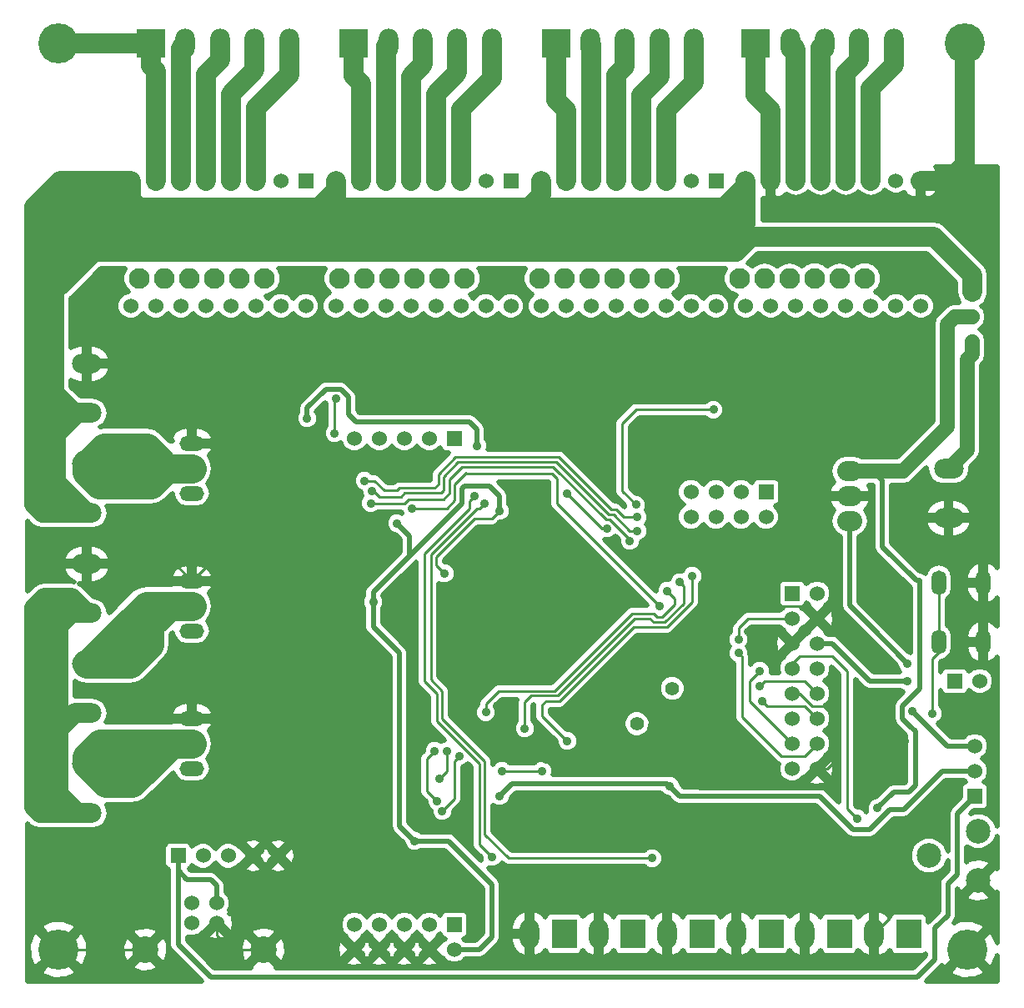
<source format=gbl>
G04 (created by PCBNEW (2013-mar-13)-testing) date wto, 15 kwi 2014, 21:51:24*
%MOIN*%
G04 Gerber Fmt 3.4, Leading zero omitted, Abs format*
%FSLAX34Y34*%
G01*
G70*
G90*
G04 APERTURE LIST*
%ADD10C,0.005906*%
%ADD11O,0.098400X0.059100*%
%ADD12C,0.060000*%
%ADD13C,0.106300*%
%ADD14R,0.060000X0.060000*%
%ADD15O,0.118110X0.078740*%
%ADD16C,0.160000*%
%ADD17C,0.056000*%
%ADD18O,0.059000X0.098400*%
%ADD19O,0.060000X0.098400*%
%ADD20O,0.100000X0.080000*%
%ADD21O,0.082677X0.082677*%
%ADD22C,0.082677*%
%ADD23C,0.098400*%
%ADD24R,0.118110X0.118110*%
%ADD25O,0.078740X0.118110*%
%ADD26R,0.098425X0.118110*%
%ADD27C,0.035000*%
%ADD28C,0.030000*%
%ADD29C,0.010000*%
%ADD30C,0.078740*%
%ADD31C,0.012000*%
%ADD32C,0.080000*%
%ADD33C,0.016000*%
%ADD34C,0.118110*%
%ADD35C,0.059055*%
%ADD36C,0.019685*%
G04 APERTURE END LIST*
G54D10*
G54D11*
X6905Y-29559D03*
X6905Y-30559D03*
X6905Y-28559D03*
X6905Y-24059D03*
X6905Y-25059D03*
X6905Y-23059D03*
X6905Y-18559D03*
X6905Y-19559D03*
X6905Y-17559D03*
G54D12*
X7905Y-35946D03*
X6905Y-35946D03*
X6905Y-36733D03*
X7905Y-36733D03*
G54D13*
X9767Y-37796D03*
X5043Y-37796D03*
G54D14*
X11461Y-7059D03*
G54D12*
X10461Y-7059D03*
X9461Y-7059D03*
X8461Y-7059D03*
X7461Y-7059D03*
X6461Y-7059D03*
G54D14*
X5461Y-7059D03*
G54D12*
X4461Y-7059D03*
X4461Y-12059D03*
X5461Y-12059D03*
X6461Y-12059D03*
X7461Y-12059D03*
X8461Y-12059D03*
X9461Y-12059D03*
X10461Y-12059D03*
X11461Y-12059D03*
G54D15*
X2705Y-16343D03*
X2705Y-14374D03*
X2705Y-18374D03*
X2705Y-20343D03*
X2705Y-26374D03*
X2705Y-28343D03*
X2705Y-30374D03*
X2705Y-32343D03*
X37155Y-18574D03*
X37155Y-20543D03*
G54D14*
X38205Y-31659D03*
G54D12*
X38205Y-30659D03*
X38205Y-29659D03*
G54D14*
X6355Y-34046D03*
G54D12*
X7355Y-34046D03*
X8355Y-34046D03*
X9355Y-34046D03*
X10355Y-34046D03*
G54D14*
X17405Y-36796D03*
G54D12*
X17405Y-37796D03*
X16405Y-36796D03*
X16405Y-37796D03*
X15405Y-36796D03*
X15405Y-37796D03*
X14405Y-36796D03*
X14405Y-37796D03*
X13405Y-36796D03*
X13405Y-37796D03*
G54D16*
X1574Y-1574D03*
X37795Y-1574D03*
X1574Y-37795D03*
X37905Y-37796D03*
G54D17*
X24698Y-28766D03*
X26112Y-27351D03*
G54D18*
X36770Y-25489D03*
G54D19*
X38540Y-25489D03*
G54D18*
X36770Y-23129D03*
X38540Y-23129D03*
G54D14*
X36052Y-7059D03*
G54D12*
X35052Y-7059D03*
X34052Y-7059D03*
X33052Y-7059D03*
X32052Y-7059D03*
X31052Y-7059D03*
G54D14*
X30052Y-7059D03*
G54D12*
X29052Y-7059D03*
X29052Y-12059D03*
X30052Y-12059D03*
X31052Y-12059D03*
X32052Y-12059D03*
X33052Y-12059D03*
X34052Y-12059D03*
X35052Y-12059D03*
X36052Y-12059D03*
G54D14*
X19658Y-7059D03*
G54D12*
X18658Y-7059D03*
X17658Y-7059D03*
X16658Y-7059D03*
X15658Y-7059D03*
X14658Y-7059D03*
G54D14*
X13658Y-7059D03*
G54D12*
X12658Y-7059D03*
X12658Y-12059D03*
X13658Y-12059D03*
X14658Y-12059D03*
X15658Y-12059D03*
X16658Y-12059D03*
X17658Y-12059D03*
X18658Y-12059D03*
X19658Y-12059D03*
G54D14*
X27855Y-7059D03*
G54D12*
X26855Y-7059D03*
X25855Y-7059D03*
X24855Y-7059D03*
X23855Y-7059D03*
X22855Y-7059D03*
G54D14*
X21855Y-7059D03*
G54D12*
X20855Y-7059D03*
X20855Y-12059D03*
X21855Y-12059D03*
X22855Y-12059D03*
X23855Y-12059D03*
X24855Y-12059D03*
X25855Y-12059D03*
X26855Y-12059D03*
X27855Y-12059D03*
G54D20*
X33205Y-19659D03*
X33205Y-20659D03*
X33205Y-18659D03*
G54D15*
X2705Y-24343D03*
X2705Y-22374D03*
G54D14*
X37405Y-27059D03*
G54D12*
X38405Y-27059D03*
G54D21*
X29805Y-10959D03*
G54D22*
X28805Y-10959D03*
G54D21*
X13805Y-10959D03*
G54D22*
X12805Y-10959D03*
G54D21*
X21805Y-10959D03*
G54D22*
X20805Y-10959D03*
G54D21*
X30805Y-10959D03*
G54D22*
X31805Y-10959D03*
G54D21*
X14805Y-10959D03*
G54D22*
X15805Y-10959D03*
G54D21*
X22805Y-10959D03*
G54D22*
X23805Y-10959D03*
G54D21*
X6805Y-10959D03*
G54D22*
X7805Y-10959D03*
G54D21*
X8805Y-10959D03*
G54D22*
X9805Y-10959D03*
G54D21*
X32805Y-10959D03*
G54D22*
X33805Y-10959D03*
G54D21*
X16805Y-10959D03*
G54D22*
X17805Y-10959D03*
G54D21*
X24805Y-10959D03*
G54D22*
X25805Y-10959D03*
G54D21*
X5805Y-10959D03*
G54D22*
X4805Y-10959D03*
G54D14*
X17405Y-17359D03*
G54D12*
X16405Y-17359D03*
X15405Y-17359D03*
X14405Y-17359D03*
X13405Y-17359D03*
G54D14*
X30905Y-23559D03*
G54D12*
X31905Y-23559D03*
X30905Y-24559D03*
X31905Y-24559D03*
X30905Y-25559D03*
X31905Y-25559D03*
X30905Y-26559D03*
X31905Y-26559D03*
X30905Y-27559D03*
X31905Y-27559D03*
X30905Y-28559D03*
X31905Y-28559D03*
X30905Y-29559D03*
X31905Y-29559D03*
X30905Y-30559D03*
X31905Y-30559D03*
G54D23*
X36371Y-34046D03*
X38339Y-33062D03*
X38339Y-35030D03*
G54D14*
X29855Y-19496D03*
G54D12*
X29855Y-20496D03*
X28855Y-19496D03*
X28855Y-20496D03*
X27855Y-19496D03*
X27855Y-20496D03*
X26855Y-19496D03*
X26855Y-20496D03*
G54D24*
X29448Y-1574D03*
G54D25*
X30826Y-1574D03*
X32204Y-1574D03*
X33582Y-1574D03*
X34960Y-1574D03*
G54D24*
X21456Y-1574D03*
G54D25*
X22834Y-1574D03*
X24212Y-1574D03*
X25590Y-1574D03*
X26968Y-1574D03*
G54D24*
X13385Y-1574D03*
G54D25*
X14763Y-1574D03*
X16141Y-1574D03*
X17519Y-1574D03*
X18897Y-1574D03*
G54D24*
X5275Y-1574D03*
G54D25*
X6653Y-1574D03*
X8031Y-1574D03*
X9409Y-1574D03*
X10787Y-1574D03*
G54D26*
X35554Y-37159D03*
G54D25*
X34176Y-37159D03*
G54D26*
X30054Y-37159D03*
G54D25*
X28676Y-37159D03*
G54D26*
X24534Y-37159D03*
G54D25*
X23156Y-37159D03*
G54D26*
X21794Y-37159D03*
G54D25*
X20416Y-37159D03*
G54D26*
X32794Y-37159D03*
G54D25*
X31416Y-37159D03*
G54D26*
X27294Y-37159D03*
G54D25*
X25916Y-37159D03*
G54D14*
X38105Y-11496D03*
G54D12*
X38105Y-12496D03*
X38105Y-13496D03*
G54D27*
X18905Y-34096D03*
X18205Y-19659D03*
X25305Y-34146D03*
X18605Y-19959D03*
X20205Y-28959D03*
X26405Y-23109D03*
X16095Y-29036D03*
X3405Y-35246D03*
X11655Y-35896D03*
X28255Y-23496D03*
X28605Y-17821D03*
X11105Y-29196D03*
X16105Y-28359D03*
X12305Y-26846D03*
X12305Y-23596D03*
X34155Y-34746D03*
X34155Y-33696D03*
X31505Y-33646D03*
X31405Y-34696D03*
X28905Y-34996D03*
X28505Y-33546D03*
X26555Y-33546D03*
X6005Y-32546D03*
X8355Y-31546D03*
X14155Y-31446D03*
X25705Y-34996D03*
X21555Y-35246D03*
X12855Y-14459D03*
X28705Y-15009D03*
X27355Y-10909D03*
X19405Y-11009D03*
X11455Y-10959D03*
X18255Y-28659D03*
X21055Y-30209D03*
X21455Y-30209D03*
X24405Y-30359D03*
X16405Y-15159D03*
X20505Y-17559D03*
X21705Y-17559D03*
X21705Y-16259D03*
X20505Y-16259D03*
X28005Y-29259D03*
X35305Y-23359D03*
X35305Y-24859D03*
X33605Y-31059D03*
X35405Y-29459D03*
X32605Y-31359D03*
X11805Y-22359D03*
X30305Y-14559D03*
X22305Y-14459D03*
X14405Y-14459D03*
X11405Y-14459D03*
X14705Y-21159D03*
X13905Y-20659D03*
G54D28*
X21905Y-26059D03*
X22905Y-25059D03*
X23905Y-24059D03*
X22905Y-23059D03*
X21905Y-24059D03*
X19905Y-24059D03*
X20905Y-23059D03*
X19905Y-22059D03*
X21905Y-22059D03*
X20905Y-21059D03*
X20905Y-25059D03*
X19905Y-26059D03*
X18905Y-25059D03*
X20905Y-27059D03*
G54D27*
X11155Y-18446D03*
X10205Y-16459D03*
X24405Y-21459D03*
X14055Y-19959D03*
X24705Y-21059D03*
X14105Y-19459D03*
X17605Y-30059D03*
X16905Y-32259D03*
X33505Y-32559D03*
X16605Y-29859D03*
X16705Y-31859D03*
X24655Y-20009D03*
X27755Y-16209D03*
X21905Y-19559D03*
X23505Y-20959D03*
X29705Y-27859D03*
X29605Y-27259D03*
X29605Y-26659D03*
X28755Y-25946D03*
X28755Y-25396D03*
X18655Y-28309D03*
X25905Y-23459D03*
X26905Y-22859D03*
X21905Y-29459D03*
X12655Y-15759D03*
X12605Y-17159D03*
X15705Y-20159D03*
X25605Y-24059D03*
X24705Y-20509D03*
X13805Y-19059D03*
X20905Y-30659D03*
X19305Y-30659D03*
X36505Y-28359D03*
X17105Y-29859D03*
X16805Y-30959D03*
X14155Y-23896D03*
X15105Y-20759D03*
X15805Y-33459D03*
X35505Y-27059D03*
X26005Y-31259D03*
X19205Y-31659D03*
X11505Y-16559D03*
X18305Y-17659D03*
X17005Y-22759D03*
X19205Y-20259D03*
X35505Y-26359D03*
X35705Y-28259D03*
X34305Y-32146D03*
G54D29*
X18405Y-32196D02*
X18405Y-33596D01*
X18405Y-33596D02*
X18905Y-34096D01*
X18405Y-30459D02*
X18405Y-30359D01*
X16705Y-28659D02*
X16705Y-28259D01*
X18405Y-30359D02*
X16705Y-28659D01*
X16205Y-21959D02*
X16205Y-27059D01*
X18005Y-20159D02*
X16405Y-21759D01*
X18205Y-19659D02*
X18005Y-19859D01*
X18005Y-19859D02*
X18005Y-20159D01*
X16405Y-21759D02*
X16205Y-21959D01*
X16205Y-27059D02*
X16705Y-27559D01*
X16705Y-27559D02*
X16705Y-28259D01*
X18405Y-32196D02*
X18405Y-30459D01*
X18605Y-31696D02*
X18605Y-33196D01*
X19555Y-34146D02*
X25305Y-34146D01*
X18605Y-33196D02*
X19555Y-34146D01*
X18605Y-31496D02*
X18605Y-31696D01*
X18605Y-30409D02*
X18605Y-30259D01*
X16455Y-27009D02*
X16455Y-22709D01*
X16905Y-27459D02*
X16455Y-27009D01*
X16905Y-28559D02*
X16905Y-27459D01*
X18605Y-30259D02*
X16905Y-28559D01*
X16455Y-22009D02*
X16455Y-22709D01*
X16455Y-22009D02*
X17755Y-20709D01*
X18305Y-20159D02*
X18405Y-20159D01*
X18405Y-20159D02*
X18605Y-19959D01*
X17755Y-20709D02*
X18305Y-20159D01*
X18605Y-30409D02*
X18605Y-31496D01*
X20205Y-27909D02*
X20205Y-28959D01*
X20475Y-27639D02*
X20205Y-27909D01*
X21525Y-27639D02*
X20475Y-27639D01*
X24605Y-24559D02*
X21525Y-27639D01*
X25205Y-24559D02*
X24605Y-24559D01*
X25355Y-24709D02*
X25205Y-24559D01*
X25805Y-24709D02*
X25355Y-24709D01*
X26555Y-23959D02*
X25805Y-24709D01*
X26555Y-23259D02*
X26555Y-23959D01*
X26405Y-23109D02*
X26555Y-23259D01*
G54D30*
X13658Y-7059D02*
X13658Y-3149D01*
X13658Y-3149D02*
X13385Y-2876D01*
X13385Y-2876D02*
X13385Y-1574D01*
X5461Y-7059D02*
X5461Y-2652D01*
X5461Y-2652D02*
X5275Y-2466D01*
X5275Y-2466D02*
X5275Y-1574D01*
X36052Y-7059D02*
X37142Y-7059D01*
X37142Y-7059D02*
X37795Y-6406D01*
X37795Y-6406D02*
X37795Y-1574D01*
X30052Y-7059D02*
X30052Y-4242D01*
X30052Y-4242D02*
X29448Y-3639D01*
X29448Y-3639D02*
X29448Y-1574D01*
G54D29*
X20237Y-12627D02*
X20237Y-11427D01*
X20237Y-11427D02*
X19818Y-11009D01*
X19818Y-11009D02*
X19405Y-11009D01*
X12355Y-13446D02*
X12355Y-12696D01*
X12355Y-12696D02*
X12055Y-12396D01*
X12055Y-12396D02*
X12055Y-11559D01*
X12055Y-11559D02*
X11455Y-10959D01*
G54D31*
X16105Y-28359D02*
X16105Y-29026D01*
X16105Y-29026D02*
X16095Y-29036D01*
X3405Y-34796D02*
X3255Y-34646D01*
X3405Y-35246D02*
X3405Y-34796D01*
X9767Y-37796D02*
X11655Y-35908D01*
X11655Y-35908D02*
X11655Y-35896D01*
G54D32*
X5275Y-1574D02*
X1574Y-1574D01*
X21855Y-7059D02*
X21855Y-4246D01*
X21456Y-3847D02*
X21456Y-1574D01*
X21855Y-4246D02*
X21456Y-3847D01*
G54D29*
X29630Y-24059D02*
X29443Y-24059D01*
X29443Y-24059D02*
X28255Y-23496D01*
X33205Y-19659D02*
X31868Y-19659D01*
X30030Y-17821D02*
X28605Y-17821D01*
X31868Y-19659D02*
X30030Y-17821D01*
X11105Y-30696D02*
X11105Y-29196D01*
X9805Y-31996D02*
X11105Y-30696D01*
X8805Y-31996D02*
X9805Y-31996D01*
X8355Y-31546D02*
X8805Y-31996D01*
X11155Y-18446D02*
X11155Y-16796D01*
X10818Y-16459D02*
X10205Y-16459D01*
X11155Y-16796D02*
X10818Y-16459D01*
X11805Y-22359D02*
X11805Y-23096D01*
X11205Y-29196D02*
X11105Y-29196D01*
X12305Y-28096D02*
X11205Y-29196D01*
X12305Y-26846D02*
X12305Y-28096D01*
X11805Y-23096D02*
X12305Y-23596D01*
X34805Y-36530D02*
X34176Y-37159D01*
X34805Y-35396D02*
X34805Y-36530D01*
X34155Y-34746D02*
X34805Y-35396D01*
X33805Y-33346D02*
X34155Y-33696D01*
X31805Y-33346D02*
X33805Y-33346D01*
X31505Y-33646D02*
X31805Y-33346D01*
X31255Y-34696D02*
X31405Y-34696D01*
X30955Y-34996D02*
X31255Y-34696D01*
X28905Y-34996D02*
X30955Y-34996D01*
X28105Y-33146D02*
X28505Y-33546D01*
X26955Y-33146D02*
X28105Y-33146D01*
X26555Y-33546D02*
X26955Y-33146D01*
X8355Y-31546D02*
X7405Y-32496D01*
X6055Y-32496D02*
X6005Y-32546D01*
X7405Y-32496D02*
X6055Y-32496D01*
X11105Y-29196D02*
X13355Y-31446D01*
X13355Y-31446D02*
X14155Y-31446D01*
X9767Y-37796D02*
X8455Y-37796D01*
X7905Y-37246D02*
X7905Y-36733D01*
X8455Y-37796D02*
X7905Y-37246D01*
X5043Y-37796D02*
X1575Y-37796D01*
X1575Y-37796D02*
X1574Y-37795D01*
X25005Y-35696D02*
X25705Y-34996D01*
X22005Y-35696D02*
X25005Y-35696D01*
X21555Y-35246D02*
X22005Y-35696D01*
X14405Y-14459D02*
X12855Y-14459D01*
X30305Y-14559D02*
X29155Y-14559D01*
X29155Y-14559D02*
X28705Y-15009D01*
X30305Y-14559D02*
X30105Y-14559D01*
X27605Y-10909D02*
X27355Y-10909D01*
X28355Y-11659D02*
X27605Y-10909D01*
X28355Y-12809D02*
X28355Y-11659D01*
X30105Y-14559D02*
X28355Y-12809D01*
X16405Y-15159D02*
X17705Y-15159D01*
X17705Y-15159D02*
X20237Y-12627D01*
X11405Y-14459D02*
X12355Y-13509D01*
X12355Y-13509D02*
X12355Y-13446D01*
X2705Y-22374D02*
X6221Y-22374D01*
X6221Y-22374D02*
X6905Y-23059D01*
X18105Y-29259D02*
X18105Y-28809D01*
X18105Y-28809D02*
X18255Y-28659D01*
X19005Y-30159D02*
X18105Y-29259D01*
X21005Y-30159D02*
X19005Y-30159D01*
X21055Y-30209D02*
X21005Y-30159D01*
X22055Y-30809D02*
X21455Y-30209D01*
X24305Y-30809D02*
X22055Y-30809D01*
X24405Y-30359D02*
X24305Y-30809D01*
X22305Y-14459D02*
X20805Y-14559D01*
X17105Y-15859D02*
X16405Y-15159D01*
X18805Y-15859D02*
X17105Y-15859D01*
X20505Y-17559D02*
X18805Y-15859D01*
X21705Y-16259D02*
X21705Y-17559D01*
X20505Y-14859D02*
X20505Y-16259D01*
X20805Y-14559D02*
X20505Y-14859D01*
X28005Y-29259D02*
X28005Y-24559D01*
X31405Y-24059D02*
X31905Y-24559D01*
X28505Y-24059D02*
X29630Y-24059D01*
X29630Y-24059D02*
X31405Y-24059D01*
X28005Y-24559D02*
X28505Y-24059D01*
X32605Y-31359D02*
X27205Y-31359D01*
X26805Y-30459D02*
X28005Y-29259D01*
X26805Y-30959D02*
X26805Y-30459D01*
X27205Y-31359D02*
X26805Y-30959D01*
X35305Y-24859D02*
X35305Y-23359D01*
X30905Y-27559D02*
X31205Y-27559D01*
X32305Y-30559D02*
X31905Y-30559D01*
X32605Y-30259D02*
X32305Y-30559D01*
X32605Y-28459D02*
X32605Y-30259D01*
X32205Y-28059D02*
X32605Y-28459D01*
X31705Y-28059D02*
X32205Y-28059D01*
X31205Y-27559D02*
X31705Y-28059D01*
X34205Y-29859D02*
X35005Y-29859D01*
X35005Y-29859D02*
X35405Y-29459D01*
X33605Y-31059D02*
X33905Y-31059D01*
X33905Y-31059D02*
X33905Y-30059D01*
X33905Y-30059D02*
X34105Y-29859D01*
X34105Y-29859D02*
X34205Y-29859D01*
X35005Y-29859D02*
X35405Y-29459D01*
X31905Y-30559D02*
X31905Y-30659D01*
X33905Y-30059D02*
X34105Y-29859D01*
X33905Y-31059D02*
X33905Y-30059D01*
X31905Y-30659D02*
X32605Y-31359D01*
X11805Y-22359D02*
X7605Y-22359D01*
X7605Y-22359D02*
X6905Y-23059D01*
X22305Y-14459D02*
X30305Y-14559D01*
X14405Y-14459D02*
X22305Y-14459D01*
X11405Y-14459D02*
X14405Y-14459D01*
X14705Y-21159D02*
X14155Y-20659D01*
X14155Y-20659D02*
X13905Y-20659D01*
G54D33*
X22905Y-25059D02*
X21905Y-26059D01*
X22905Y-23059D02*
X23905Y-24059D01*
X19905Y-24059D02*
X21905Y-24059D01*
X19905Y-22059D02*
X20905Y-23059D01*
X20905Y-21059D02*
X21905Y-22059D01*
X20905Y-25059D02*
X19905Y-26059D01*
X18905Y-25059D02*
X20905Y-27059D01*
G54D29*
X11405Y-14459D02*
X5705Y-14559D01*
X5705Y-14559D02*
X5521Y-14374D01*
X5521Y-14374D02*
X2705Y-14374D01*
X21005Y-18489D02*
X21348Y-18489D01*
X21348Y-18489D02*
X23455Y-20596D01*
X23455Y-20596D02*
X23605Y-20596D01*
X23605Y-20596D02*
X24405Y-21396D01*
X24405Y-21396D02*
X24405Y-21459D01*
X14055Y-19959D02*
X15392Y-19959D01*
X15392Y-19959D02*
X15555Y-19796D01*
X15555Y-19796D02*
X16955Y-19796D01*
X16955Y-19796D02*
X17205Y-19546D01*
X17205Y-19546D02*
X17205Y-18996D01*
X17205Y-18996D02*
X17712Y-18489D01*
X17712Y-18489D02*
X21005Y-18489D01*
X21405Y-18309D02*
X21468Y-18309D01*
X21468Y-18309D02*
X23555Y-20396D01*
X23555Y-20396D02*
X23755Y-20396D01*
X23755Y-20396D02*
X24418Y-21059D01*
X24418Y-21059D02*
X24705Y-21059D01*
X14105Y-19459D02*
X14168Y-19459D01*
X14168Y-19459D02*
X14405Y-19696D01*
X14405Y-19696D02*
X15255Y-19696D01*
X15255Y-19696D02*
X15405Y-19546D01*
X15405Y-19546D02*
X16855Y-19546D01*
X16855Y-19546D02*
X16955Y-19446D01*
X16955Y-19446D02*
X16955Y-18896D01*
X16955Y-18896D02*
X17542Y-18309D01*
X17542Y-18309D02*
X21405Y-18309D01*
X17405Y-31759D02*
X17405Y-30259D01*
X16905Y-32259D02*
X17405Y-31759D01*
X17405Y-30259D02*
X17605Y-30059D01*
G54D30*
X32052Y-7059D02*
X32052Y-1727D01*
X32052Y-1727D02*
X32204Y-1574D01*
X15658Y-7059D02*
X15658Y-2892D01*
X15658Y-2892D02*
X16141Y-2409D01*
X16141Y-2409D02*
X16141Y-1574D01*
X14658Y-7059D02*
X14658Y-1679D01*
X14658Y-1679D02*
X14763Y-1574D01*
X34052Y-7059D02*
X34052Y-3349D01*
X34052Y-3349D02*
X34960Y-2440D01*
X34960Y-2440D02*
X34960Y-1574D01*
X33052Y-7059D02*
X33052Y-2749D01*
X33052Y-2749D02*
X33582Y-2218D01*
X33582Y-2218D02*
X33582Y-1574D01*
X9461Y-7059D02*
X9461Y-4139D01*
X9461Y-4139D02*
X10787Y-2814D01*
X10787Y-2814D02*
X10787Y-1574D01*
X8461Y-7059D02*
X8461Y-3589D01*
X8461Y-3589D02*
X9409Y-2642D01*
X9409Y-2642D02*
X9409Y-1574D01*
X7461Y-7059D02*
X7461Y-2789D01*
X7461Y-2789D02*
X8031Y-2220D01*
X8031Y-2220D02*
X8031Y-1574D01*
X6461Y-7059D02*
X6461Y-1766D01*
X6461Y-1766D02*
X6653Y-1574D01*
G54D34*
X2705Y-30374D02*
X5076Y-30374D01*
X5076Y-30374D02*
X4948Y-30246D01*
X4948Y-30246D02*
X4555Y-30246D01*
X4555Y-30246D02*
X4555Y-30896D01*
X6105Y-29559D02*
X5892Y-29559D01*
X5892Y-29559D02*
X4555Y-30896D01*
X4555Y-30896D02*
X4305Y-31146D01*
X4305Y-31146D02*
X3476Y-31146D01*
X3476Y-31146D02*
X2705Y-30374D01*
X6205Y-29559D02*
X6105Y-29559D01*
X6105Y-29559D02*
X6092Y-29559D01*
X6092Y-29559D02*
X4505Y-31146D01*
X4505Y-31146D02*
X2705Y-30374D01*
X2705Y-30374D02*
X2705Y-30096D01*
X2705Y-30096D02*
X3242Y-29559D01*
X3242Y-29559D02*
X6205Y-29559D01*
X6205Y-29559D02*
X6905Y-29559D01*
X2705Y-18374D02*
X2705Y-18696D01*
X2705Y-18696D02*
X3205Y-19196D01*
X3205Y-19196D02*
X5281Y-19196D01*
X5281Y-19196D02*
X5918Y-18559D01*
X2705Y-18374D02*
X2776Y-18374D01*
X2776Y-18374D02*
X3405Y-17746D01*
X3405Y-17746D02*
X5105Y-17746D01*
X5105Y-17746D02*
X5918Y-18559D01*
X6905Y-18559D02*
X5918Y-18559D01*
X5918Y-18559D02*
X2889Y-18559D01*
X2889Y-18559D02*
X2705Y-18374D01*
X2705Y-26374D02*
X4426Y-26374D01*
X4426Y-26374D02*
X5205Y-25596D01*
X5205Y-25596D02*
X5205Y-24846D01*
X5205Y-24846D02*
X5992Y-24059D01*
X2705Y-26374D02*
X2776Y-26374D01*
X2776Y-26374D02*
X5092Y-24059D01*
X5092Y-24059D02*
X5992Y-24059D01*
X5992Y-24059D02*
X6905Y-24059D01*
G54D29*
X30905Y-26359D02*
X30905Y-26559D01*
X31205Y-26059D02*
X30905Y-26359D01*
X32505Y-26059D02*
X31205Y-26059D01*
X33105Y-26659D02*
X32505Y-26059D01*
X33105Y-32159D02*
X33105Y-26659D01*
X33505Y-32559D02*
X33105Y-32159D01*
G54D35*
X38105Y-13496D02*
X38105Y-13996D01*
X37905Y-17824D02*
X37155Y-18574D01*
X37905Y-14196D02*
X37905Y-17824D01*
X38105Y-13996D02*
X37905Y-14196D01*
G54D30*
X16658Y-7059D02*
X16658Y-3592D01*
X16658Y-3592D02*
X17519Y-2731D01*
X17519Y-2731D02*
X17519Y-1574D01*
X31052Y-7059D02*
X31052Y-1800D01*
X31052Y-1800D02*
X30826Y-1574D01*
G54D32*
X25855Y-4246D02*
X26968Y-3133D01*
X26968Y-3133D02*
X26968Y-1574D01*
G54D30*
X25855Y-7059D02*
X25855Y-4246D01*
G54D32*
X24855Y-3646D02*
X25590Y-2911D01*
X25590Y-2911D02*
X25590Y-1574D01*
G54D30*
X24855Y-7059D02*
X24855Y-3646D01*
X25590Y-1711D02*
X25590Y-1574D01*
X25590Y-1574D02*
X25590Y-1711D01*
G54D32*
X23855Y-2846D02*
X24212Y-2488D01*
X24212Y-2488D02*
X24212Y-1574D01*
G54D30*
X23855Y-7059D02*
X23855Y-2846D01*
X22855Y-7059D02*
X22855Y-1595D01*
X22855Y-1595D02*
X22834Y-1574D01*
X17658Y-7059D02*
X17658Y-4192D01*
X17658Y-4192D02*
X18897Y-2953D01*
X18897Y-2953D02*
X18897Y-1574D01*
G54D29*
X16305Y-30159D02*
X16605Y-29859D01*
X16305Y-31459D02*
X16305Y-30159D01*
X16705Y-31859D02*
X16305Y-31459D01*
X24105Y-16759D02*
X24105Y-19459D01*
X24105Y-19459D02*
X24655Y-20009D01*
X24105Y-16759D02*
X24655Y-16209D01*
X24655Y-16209D02*
X27755Y-16209D01*
X23305Y-20959D02*
X23505Y-20959D01*
X21905Y-19559D02*
X23305Y-20959D01*
X31405Y-28059D02*
X31905Y-28559D01*
X29905Y-28059D02*
X31405Y-28059D01*
X29705Y-27859D02*
X29905Y-28059D01*
X31405Y-27059D02*
X31905Y-27559D01*
X29805Y-27059D02*
X31405Y-27059D01*
X29605Y-27259D02*
X29805Y-27059D01*
X30905Y-29559D02*
X29205Y-27859D01*
X29205Y-27859D02*
X29205Y-27059D01*
X29605Y-26659D02*
X29205Y-27059D01*
X28905Y-27196D02*
X28905Y-26096D01*
X28905Y-26096D02*
X28755Y-25946D01*
X31405Y-30059D02*
X31905Y-29559D01*
X28905Y-27196D02*
X28905Y-27659D01*
X28905Y-28509D02*
X28905Y-27659D01*
X30455Y-30059D02*
X28905Y-28509D01*
X30455Y-30059D02*
X31405Y-30059D01*
X30905Y-24559D02*
X29142Y-24559D01*
X28755Y-24946D02*
X28755Y-25396D01*
X29142Y-24559D02*
X28755Y-24946D01*
X18655Y-28309D02*
X18655Y-27959D01*
X19155Y-27459D02*
X20805Y-27459D01*
X18655Y-27959D02*
X19155Y-27459D01*
X26205Y-23759D02*
X25905Y-23459D01*
X26205Y-24009D02*
X26205Y-23759D01*
X25705Y-24509D02*
X26205Y-24009D01*
X25505Y-24509D02*
X25705Y-24509D01*
X25355Y-24359D02*
X25505Y-24509D01*
X24505Y-24359D02*
X25355Y-24359D01*
X21405Y-27459D02*
X24505Y-24359D01*
X20805Y-27459D02*
X21405Y-27459D01*
X21905Y-29459D02*
X20905Y-28459D01*
X20905Y-28459D02*
X20905Y-28009D01*
X20905Y-28009D02*
X21055Y-27859D01*
X21055Y-27859D02*
X21605Y-27859D01*
X21605Y-27859D02*
X24555Y-24909D01*
X24555Y-24909D02*
X25905Y-24909D01*
X25905Y-24909D02*
X26905Y-23909D01*
X26905Y-23909D02*
X26905Y-22859D01*
X12605Y-17159D02*
X12605Y-15809D01*
X12605Y-15809D02*
X12655Y-15759D01*
X15705Y-20159D02*
X17092Y-20159D01*
X17092Y-20159D02*
X17405Y-19846D01*
X17405Y-19846D02*
X17405Y-19196D01*
X17405Y-19196D02*
X17842Y-18759D01*
X17842Y-18759D02*
X17855Y-18746D01*
X17855Y-18746D02*
X17855Y-18759D01*
X21505Y-19959D02*
X21505Y-18959D01*
X21305Y-18759D02*
X17855Y-18759D01*
X21505Y-18959D02*
X21305Y-18759D01*
X25605Y-24059D02*
X21505Y-19959D01*
X21505Y-18109D02*
X21568Y-18109D01*
X21568Y-18109D02*
X23655Y-20196D01*
X23655Y-20196D02*
X23855Y-20196D01*
X23855Y-20196D02*
X24168Y-20509D01*
X24168Y-20509D02*
X24705Y-20509D01*
X13805Y-19059D02*
X14218Y-19059D01*
X14218Y-19059D02*
X14605Y-19446D01*
X14605Y-19446D02*
X15105Y-19446D01*
X15105Y-19446D02*
X15205Y-19346D01*
X15205Y-19346D02*
X16605Y-19346D01*
X16605Y-19346D02*
X16755Y-19196D01*
X16755Y-19196D02*
X16755Y-18796D01*
X16755Y-18796D02*
X17442Y-18109D01*
X17442Y-18109D02*
X21505Y-18109D01*
X36770Y-25489D02*
X36770Y-23129D01*
X19305Y-30659D02*
X20905Y-30659D01*
X36770Y-25489D02*
X36770Y-25894D01*
X36505Y-26159D02*
X36505Y-28359D01*
X36770Y-25894D02*
X36505Y-26159D01*
X17105Y-29859D02*
X17105Y-30659D01*
X17105Y-30659D02*
X16805Y-30959D01*
G54D36*
X15205Y-25946D02*
X14155Y-24896D01*
X14155Y-24896D02*
X14155Y-23896D01*
X14955Y-22696D02*
X14955Y-22709D01*
X14955Y-22709D02*
X15505Y-22159D01*
X14155Y-23896D02*
X14155Y-23496D01*
X14155Y-23496D02*
X14955Y-22696D01*
X15205Y-30076D02*
X15205Y-25946D01*
X15205Y-30809D02*
X15205Y-30076D01*
X15205Y-32859D02*
X15205Y-30809D01*
X15505Y-22159D02*
X17705Y-19959D01*
X17705Y-19959D02*
X17705Y-19359D01*
X17705Y-19359D02*
X17805Y-19259D01*
X19205Y-19659D02*
X19205Y-20259D01*
X18805Y-19259D02*
X19205Y-19659D01*
X17805Y-19259D02*
X18805Y-19259D01*
X15605Y-21259D02*
X15105Y-20759D01*
X15605Y-22059D02*
X15605Y-21259D01*
X15505Y-22159D02*
X15605Y-22059D01*
X11505Y-16559D02*
X11505Y-16146D01*
X11505Y-16146D02*
X12255Y-15396D01*
X12255Y-15396D02*
X12855Y-15396D01*
X12855Y-15396D02*
X13155Y-15696D01*
X13155Y-15696D02*
X13155Y-16396D01*
X13155Y-16396D02*
X13455Y-16696D01*
X13455Y-16696D02*
X18005Y-16696D01*
X18005Y-16696D02*
X18305Y-16996D01*
X34805Y-32196D02*
X35355Y-32196D01*
X36892Y-30659D02*
X38205Y-30659D01*
X35355Y-32196D02*
X36892Y-30659D01*
X34005Y-32996D02*
X33342Y-32996D01*
X34805Y-32196D02*
X34005Y-32996D01*
X17405Y-37796D02*
X18405Y-37796D01*
X17168Y-33459D02*
X15805Y-33459D01*
X18905Y-35196D02*
X17168Y-33459D01*
X18905Y-37296D02*
X18905Y-35196D01*
X18405Y-37796D02*
X18905Y-37296D01*
X15805Y-33459D02*
X15205Y-32859D01*
X32005Y-31659D02*
X26405Y-31659D01*
X26405Y-31659D02*
X26005Y-31259D01*
X32005Y-31659D02*
X33342Y-32996D01*
X31905Y-25559D02*
X32505Y-25559D01*
X34005Y-27059D02*
X35505Y-27059D01*
X32505Y-25559D02*
X34005Y-27059D01*
X25905Y-31159D02*
X26005Y-31259D01*
X25005Y-31159D02*
X25905Y-31159D01*
X19705Y-31159D02*
X25005Y-31159D01*
X19205Y-31659D02*
X19705Y-31159D01*
X18305Y-16996D02*
X18305Y-17659D01*
G54D29*
X17405Y-21359D02*
X18205Y-20559D01*
X16682Y-22081D02*
X17405Y-21359D01*
X16682Y-22436D02*
X16682Y-22081D01*
X17005Y-22759D02*
X16682Y-22436D01*
X18205Y-20559D02*
X18905Y-20559D01*
X18905Y-20559D02*
X19205Y-20259D01*
G54D36*
X33205Y-20659D02*
X33205Y-24046D01*
X33955Y-24796D02*
X33955Y-24809D01*
X33205Y-24046D02*
X33955Y-24796D01*
X38205Y-29659D02*
X37105Y-29659D01*
X33955Y-24809D02*
X35505Y-26359D01*
X35705Y-28259D02*
X36805Y-29359D01*
X37105Y-29659D02*
X36805Y-29359D01*
X37130Y-36421D02*
X37130Y-35171D01*
X37505Y-32359D02*
X38205Y-31659D01*
X37505Y-34796D02*
X37505Y-32359D01*
X37130Y-35171D02*
X37505Y-34796D01*
X6355Y-34496D02*
X6355Y-37596D01*
X36605Y-36946D02*
X37130Y-36421D01*
X36605Y-38196D02*
X36605Y-36946D01*
X35905Y-38896D02*
X36605Y-38196D01*
X7655Y-38896D02*
X35905Y-38896D01*
X6355Y-37596D02*
X7655Y-38896D01*
X6355Y-34046D02*
X6355Y-34496D01*
X6355Y-34496D02*
X6355Y-34646D01*
X7905Y-35246D02*
X7905Y-35946D01*
X7655Y-34996D02*
X7905Y-35246D01*
X6705Y-34996D02*
X7655Y-34996D01*
X6355Y-34646D02*
X6705Y-34996D01*
G54D35*
X38105Y-12496D02*
X37405Y-12496D01*
X35342Y-18659D02*
X33205Y-18659D01*
X37105Y-16896D02*
X35342Y-18659D01*
X37105Y-12796D02*
X37105Y-16896D01*
X37405Y-12496D02*
X37105Y-12796D01*
G54D36*
X36005Y-23046D02*
X35855Y-23046D01*
X34118Y-18659D02*
X33205Y-18659D01*
X34505Y-19046D02*
X34118Y-18659D01*
X34505Y-21696D02*
X34505Y-19046D01*
X35855Y-23046D02*
X34505Y-21696D01*
X36005Y-23696D02*
X36005Y-23046D01*
X35824Y-29077D02*
X35824Y-31227D01*
X35824Y-31227D02*
X35555Y-31496D01*
X35555Y-31496D02*
X34955Y-31496D01*
X34955Y-31496D02*
X34305Y-32146D01*
X35305Y-28059D02*
X35805Y-27559D01*
X35305Y-28559D02*
X35305Y-28059D01*
X36005Y-26259D02*
X36005Y-27359D01*
X36005Y-27359D02*
X35805Y-27559D01*
X36005Y-26259D02*
X36005Y-23696D01*
X35605Y-28859D02*
X35305Y-28559D01*
X35605Y-28859D02*
X35824Y-29077D01*
G54D30*
X1405Y-11246D02*
X1655Y-11246D01*
X1655Y-11246D02*
X3005Y-9896D01*
X3005Y-9896D02*
X28655Y-9896D01*
X28655Y-9896D02*
X29255Y-9296D01*
X28005Y-9296D02*
X29255Y-9296D01*
X29255Y-9296D02*
X36555Y-9296D01*
X36555Y-9296D02*
X38105Y-10846D01*
X38105Y-10846D02*
X38105Y-11496D01*
X12658Y-8696D02*
X28305Y-8696D01*
X28305Y-8696D02*
X29052Y-7949D01*
X19705Y-8146D02*
X28155Y-8146D01*
X28155Y-8146D02*
X29052Y-7249D01*
X29052Y-7249D02*
X29052Y-7059D01*
X10805Y-8146D02*
X19705Y-8146D01*
X19705Y-8146D02*
X20355Y-8146D01*
X20355Y-8146D02*
X20855Y-7646D01*
X20855Y-7646D02*
X20855Y-7059D01*
X11205Y-9296D02*
X28005Y-9296D01*
X28005Y-9296D02*
X28555Y-9296D01*
X28555Y-9296D02*
X29052Y-8799D01*
X29052Y-8799D02*
X29052Y-7949D01*
X29052Y-7949D02*
X29052Y-7059D01*
X2755Y-7896D02*
X3505Y-7896D01*
X3505Y-7896D02*
X3855Y-7546D01*
X2462Y-7589D02*
X2462Y-7602D01*
X2462Y-7602D02*
X2755Y-7896D01*
X2755Y-7896D02*
X3005Y-8146D01*
X3005Y-8146D02*
X4805Y-8146D01*
X1005Y-9846D02*
X1405Y-9846D01*
X1405Y-9846D02*
X2555Y-8696D01*
X2555Y-8696D02*
X12005Y-8696D01*
X12005Y-8696D02*
X12658Y-8042D01*
X4461Y-7059D02*
X4461Y-7802D01*
X4461Y-7802D02*
X4805Y-8146D01*
X4805Y-8146D02*
X10805Y-8146D01*
X10805Y-8146D02*
X11955Y-8146D01*
X11955Y-8146D02*
X12658Y-7442D01*
X12658Y-7059D02*
X12658Y-7442D01*
X12658Y-7442D02*
X12658Y-8042D01*
X12658Y-8042D02*
X12658Y-8696D01*
X12658Y-8696D02*
X12658Y-8892D01*
X12658Y-8892D02*
X12255Y-9296D01*
X12255Y-9296D02*
X11205Y-9296D01*
X11205Y-9296D02*
X2655Y-9296D01*
X2655Y-9296D02*
X1405Y-10546D01*
X1305Y-16446D02*
X1305Y-15496D01*
X1305Y-15496D02*
X1005Y-15196D01*
X1005Y-15196D02*
X1005Y-9846D01*
X1005Y-9846D02*
X1005Y-9559D01*
X1005Y-9559D02*
X1005Y-9246D01*
X605Y-8696D02*
X605Y-8096D01*
X605Y-8096D02*
X1642Y-7059D01*
X1642Y-7059D02*
X2392Y-7059D01*
X2705Y-16343D02*
X2189Y-16343D01*
X2189Y-16343D02*
X1405Y-15559D01*
X1405Y-15559D02*
X1405Y-11246D01*
X1405Y-11246D02*
X1405Y-10546D01*
X1405Y-10546D02*
X1405Y-8046D01*
X1405Y-8046D02*
X2392Y-7059D01*
X2392Y-7059D02*
X4461Y-7059D01*
X605Y-9246D02*
X1005Y-9246D01*
X1005Y-9246D02*
X805Y-9246D01*
X805Y-9246D02*
X2462Y-7589D01*
X2462Y-7589D02*
X2505Y-7546D01*
X605Y-9246D02*
X605Y-8696D01*
X605Y-8696D02*
X1755Y-7546D01*
X1755Y-7546D02*
X2505Y-7546D01*
X2505Y-7546D02*
X3018Y-7546D01*
X2705Y-20343D02*
X952Y-20343D01*
X952Y-20343D02*
X605Y-19996D01*
X605Y-19996D02*
X605Y-9246D01*
X2705Y-16343D02*
X2308Y-16343D01*
X2308Y-16343D02*
X1455Y-17196D01*
X1455Y-17196D02*
X1455Y-19093D01*
X1455Y-19093D02*
X2705Y-20343D01*
X605Y-9959D02*
X3018Y-7546D01*
X2705Y-20343D02*
X1389Y-20343D01*
X1389Y-20343D02*
X605Y-19559D01*
X605Y-19559D02*
X605Y-9959D01*
X2705Y-16343D02*
X2189Y-16343D01*
X2189Y-16343D02*
X1305Y-15459D01*
X1305Y-15459D02*
X1305Y-16446D01*
X1305Y-16446D02*
X1305Y-19859D01*
X1305Y-19859D02*
X1789Y-20343D01*
X1789Y-20343D02*
X2705Y-20343D01*
X605Y-24696D02*
X605Y-24146D01*
X605Y-24146D02*
X1005Y-23746D01*
X1005Y-23746D02*
X1555Y-23746D01*
X2705Y-32343D02*
X852Y-32343D01*
X852Y-32343D02*
X605Y-32096D01*
X605Y-32096D02*
X605Y-24696D01*
X605Y-24696D02*
X1555Y-23746D01*
X1555Y-23746D02*
X2108Y-23746D01*
X2108Y-23746D02*
X2705Y-24343D01*
X2705Y-24343D02*
X1521Y-24343D01*
X1389Y-32343D02*
X2705Y-32343D01*
X855Y-31809D02*
X1389Y-32343D01*
X855Y-25009D02*
X855Y-31809D01*
X1521Y-24343D02*
X855Y-25009D01*
X1555Y-29559D02*
X1555Y-24859D01*
X2071Y-24343D02*
X2705Y-24343D01*
X1555Y-24859D02*
X2071Y-24343D01*
X2705Y-32343D02*
X2339Y-32343D01*
X2339Y-32343D02*
X1555Y-31559D01*
X1555Y-31559D02*
X1555Y-29559D01*
X2221Y-28343D02*
X2705Y-28343D01*
X1555Y-29009D02*
X2221Y-28343D01*
X1555Y-29559D02*
X1555Y-29009D01*
G54D10*
G36*
X5568Y-7157D02*
X5560Y-7157D01*
X5560Y-7165D01*
X5363Y-7165D01*
X5363Y-7157D01*
X5355Y-7157D01*
X5355Y-6960D01*
X5363Y-6960D01*
X5363Y-6952D01*
X5560Y-6952D01*
X5560Y-6960D01*
X5568Y-6960D01*
X5568Y-7157D01*
X5568Y-7157D01*
G37*
G54D36*
X5568Y-7157D02*
X5560Y-7157D01*
X5560Y-7165D01*
X5363Y-7165D01*
X5363Y-7157D01*
X5355Y-7157D01*
X5355Y-6960D01*
X5363Y-6960D01*
X5363Y-6952D01*
X5560Y-6952D01*
X5560Y-6960D01*
X5568Y-6960D01*
X5568Y-7157D01*
G54D10*
G36*
X11568Y-7157D02*
X11560Y-7157D01*
X11560Y-7165D01*
X11363Y-7165D01*
X11363Y-7157D01*
X11355Y-7157D01*
X11355Y-6960D01*
X11363Y-6960D01*
X11363Y-6952D01*
X11560Y-6952D01*
X11560Y-6960D01*
X11568Y-6960D01*
X11568Y-7157D01*
X11568Y-7157D01*
G37*
G54D36*
X11568Y-7157D02*
X11560Y-7157D01*
X11560Y-7165D01*
X11363Y-7165D01*
X11363Y-7157D01*
X11355Y-7157D01*
X11355Y-6960D01*
X11363Y-6960D01*
X11363Y-6952D01*
X11560Y-6952D01*
X11560Y-6960D01*
X11568Y-6960D01*
X11568Y-7157D01*
G54D10*
G36*
X13764Y-7157D02*
X13757Y-7157D01*
X13757Y-7165D01*
X13560Y-7165D01*
X13560Y-7157D01*
X13552Y-7157D01*
X13552Y-6960D01*
X13560Y-6960D01*
X13560Y-6952D01*
X13757Y-6952D01*
X13757Y-6960D01*
X13764Y-6960D01*
X13764Y-7157D01*
X13764Y-7157D01*
G37*
G54D36*
X13764Y-7157D02*
X13757Y-7157D01*
X13757Y-7165D01*
X13560Y-7165D01*
X13560Y-7157D01*
X13552Y-7157D01*
X13552Y-6960D01*
X13560Y-6960D01*
X13560Y-6952D01*
X13757Y-6952D01*
X13757Y-6960D01*
X13764Y-6960D01*
X13764Y-7157D01*
G54D10*
G36*
X18476Y-34238D02*
X17432Y-33194D01*
X17311Y-33113D01*
X17287Y-33108D01*
X17168Y-33085D01*
X16068Y-33085D01*
X16061Y-33077D01*
X15895Y-33008D01*
X15883Y-33008D01*
X15579Y-32704D01*
X15579Y-30809D01*
X15579Y-30076D01*
X15579Y-25946D01*
X15551Y-25802D01*
X15469Y-25681D01*
X14529Y-24741D01*
X14529Y-24159D01*
X14537Y-24151D01*
X14606Y-23986D01*
X14606Y-23806D01*
X14538Y-23642D01*
X15180Y-22999D01*
X15219Y-22973D01*
X15769Y-22423D01*
X15769Y-22423D01*
X15769Y-22423D01*
X15869Y-22323D01*
X15869Y-22323D01*
X15869Y-22323D01*
X15879Y-22313D01*
X15879Y-27059D01*
X15904Y-27183D01*
X15975Y-27289D01*
X16379Y-27693D01*
X16379Y-28259D01*
X16379Y-28659D01*
X16404Y-28783D01*
X16475Y-28889D01*
X17000Y-29414D01*
X16855Y-29474D01*
X16695Y-29408D01*
X16516Y-29408D01*
X16350Y-29476D01*
X16223Y-29603D01*
X16154Y-29769D01*
X16154Y-29849D01*
X16075Y-29928D01*
X16004Y-30034D01*
X15979Y-30159D01*
X15979Y-31459D01*
X16004Y-31583D01*
X16075Y-31689D01*
X16254Y-31868D01*
X16254Y-31948D01*
X16323Y-32113D01*
X16449Y-32240D01*
X16454Y-32242D01*
X16454Y-32348D01*
X16523Y-32513D01*
X16649Y-32640D01*
X16815Y-32709D01*
X16994Y-32709D01*
X17160Y-32641D01*
X17287Y-32514D01*
X17356Y-32349D01*
X17356Y-32268D01*
X17635Y-31989D01*
X17706Y-31883D01*
X17731Y-31759D01*
X17731Y-31759D01*
X17731Y-30494D01*
X17860Y-30441D01*
X17943Y-30357D01*
X18079Y-30493D01*
X18079Y-32196D01*
X18079Y-33596D01*
X18104Y-33720D01*
X18175Y-33826D01*
X18454Y-34105D01*
X18454Y-34185D01*
X18476Y-34238D01*
X18476Y-34238D01*
G37*
G54D36*
X18476Y-34238D02*
X17432Y-33194D01*
X17311Y-33113D01*
X17287Y-33108D01*
X17168Y-33085D01*
X16068Y-33085D01*
X16061Y-33077D01*
X15895Y-33008D01*
X15883Y-33008D01*
X15579Y-32704D01*
X15579Y-30809D01*
X15579Y-30076D01*
X15579Y-25946D01*
X15551Y-25802D01*
X15469Y-25681D01*
X14529Y-24741D01*
X14529Y-24159D01*
X14537Y-24151D01*
X14606Y-23986D01*
X14606Y-23806D01*
X14538Y-23642D01*
X15180Y-22999D01*
X15219Y-22973D01*
X15769Y-22423D01*
X15769Y-22423D01*
X15769Y-22423D01*
X15869Y-22323D01*
X15869Y-22323D01*
X15869Y-22323D01*
X15879Y-22313D01*
X15879Y-27059D01*
X15904Y-27183D01*
X15975Y-27289D01*
X16379Y-27693D01*
X16379Y-28259D01*
X16379Y-28659D01*
X16404Y-28783D01*
X16475Y-28889D01*
X17000Y-29414D01*
X16855Y-29474D01*
X16695Y-29408D01*
X16516Y-29408D01*
X16350Y-29476D01*
X16223Y-29603D01*
X16154Y-29769D01*
X16154Y-29849D01*
X16075Y-29928D01*
X16004Y-30034D01*
X15979Y-30159D01*
X15979Y-31459D01*
X16004Y-31583D01*
X16075Y-31689D01*
X16254Y-31868D01*
X16254Y-31948D01*
X16323Y-32113D01*
X16449Y-32240D01*
X16454Y-32242D01*
X16454Y-32348D01*
X16523Y-32513D01*
X16649Y-32640D01*
X16815Y-32709D01*
X16994Y-32709D01*
X17160Y-32641D01*
X17287Y-32514D01*
X17356Y-32349D01*
X17356Y-32268D01*
X17635Y-31989D01*
X17706Y-31883D01*
X17731Y-31759D01*
X17731Y-31759D01*
X17731Y-30494D01*
X17860Y-30441D01*
X17943Y-30357D01*
X18079Y-30493D01*
X18079Y-32196D01*
X18079Y-33596D01*
X18104Y-33720D01*
X18175Y-33826D01*
X18454Y-34105D01*
X18454Y-34185D01*
X18476Y-34238D01*
G54D10*
G36*
X19764Y-7157D02*
X19757Y-7157D01*
X19757Y-7165D01*
X19560Y-7165D01*
X19560Y-7157D01*
X19552Y-7157D01*
X19552Y-6960D01*
X19560Y-6960D01*
X19560Y-6952D01*
X19757Y-6952D01*
X19757Y-6960D01*
X19764Y-6960D01*
X19764Y-7157D01*
X19764Y-7157D01*
G37*
G54D36*
X19764Y-7157D02*
X19757Y-7157D01*
X19757Y-7165D01*
X19560Y-7165D01*
X19560Y-7157D01*
X19552Y-7157D01*
X19552Y-6960D01*
X19560Y-6960D01*
X19560Y-6952D01*
X19757Y-6952D01*
X19757Y-6960D01*
X19764Y-6960D01*
X19764Y-7157D01*
G54D10*
G36*
X21961Y-7157D02*
X21953Y-7157D01*
X21953Y-7165D01*
X21757Y-7165D01*
X21757Y-7157D01*
X21749Y-7157D01*
X21749Y-6960D01*
X21757Y-6960D01*
X21757Y-6952D01*
X21953Y-6952D01*
X21953Y-6960D01*
X21961Y-6960D01*
X21961Y-7157D01*
X21961Y-7157D01*
G37*
G54D36*
X21961Y-7157D02*
X21953Y-7157D01*
X21953Y-7165D01*
X21757Y-7165D01*
X21757Y-7157D01*
X21749Y-7157D01*
X21749Y-6960D01*
X21757Y-6960D01*
X21757Y-6952D01*
X21953Y-6952D01*
X21953Y-6960D01*
X21961Y-6960D01*
X21961Y-7157D01*
G54D10*
G36*
X27961Y-7157D02*
X27953Y-7157D01*
X27953Y-7165D01*
X27757Y-7165D01*
X27757Y-7157D01*
X27749Y-7157D01*
X27749Y-6960D01*
X27757Y-6960D01*
X27757Y-6952D01*
X27953Y-6952D01*
X27953Y-6960D01*
X27961Y-6960D01*
X27961Y-7157D01*
X27961Y-7157D01*
G37*
G54D36*
X27961Y-7157D02*
X27953Y-7157D01*
X27953Y-7165D01*
X27757Y-7165D01*
X27757Y-7157D01*
X27749Y-7157D01*
X27749Y-6960D01*
X27757Y-6960D01*
X27757Y-6952D01*
X27953Y-6952D01*
X27953Y-6960D01*
X27961Y-6960D01*
X27961Y-7157D01*
G54D10*
G36*
X31050Y-27564D02*
X30911Y-27703D01*
X30905Y-27698D01*
X30899Y-27703D01*
X30760Y-27564D01*
X30766Y-27559D01*
X30760Y-27553D01*
X30899Y-27414D01*
X30905Y-27419D01*
X30911Y-27414D01*
X31050Y-27553D01*
X31044Y-27559D01*
X31050Y-27564D01*
X31050Y-27564D01*
G37*
G54D36*
X31050Y-27564D02*
X30911Y-27703D01*
X30905Y-27698D01*
X30899Y-27703D01*
X30760Y-27564D01*
X30766Y-27559D01*
X30760Y-27553D01*
X30899Y-27414D01*
X30905Y-27419D01*
X30911Y-27414D01*
X31050Y-27553D01*
X31044Y-27559D01*
X31050Y-27564D01*
G54D10*
G36*
X35450Y-31072D02*
X35400Y-31122D01*
X34955Y-31122D01*
X34812Y-31150D01*
X34691Y-31231D01*
X34227Y-31695D01*
X34216Y-31695D01*
X34050Y-31763D01*
X33923Y-31890D01*
X33854Y-32056D01*
X33854Y-32235D01*
X33880Y-32296D01*
X33761Y-32177D01*
X33595Y-32108D01*
X33515Y-32108D01*
X33431Y-32024D01*
X33431Y-27013D01*
X33741Y-27323D01*
X33862Y-27404D01*
X33862Y-27404D01*
X34005Y-27433D01*
X35242Y-27433D01*
X35249Y-27440D01*
X35352Y-27483D01*
X35041Y-27794D01*
X34959Y-27915D01*
X34955Y-27939D01*
X34931Y-28059D01*
X34931Y-28559D01*
X34955Y-28678D01*
X34959Y-28702D01*
X35041Y-28823D01*
X35341Y-29123D01*
X35341Y-29123D01*
X35450Y-29232D01*
X35450Y-31072D01*
X35450Y-31072D01*
G37*
G54D36*
X35450Y-31072D02*
X35400Y-31122D01*
X34955Y-31122D01*
X34812Y-31150D01*
X34691Y-31231D01*
X34227Y-31695D01*
X34216Y-31695D01*
X34050Y-31763D01*
X33923Y-31890D01*
X33854Y-32056D01*
X33854Y-32235D01*
X33880Y-32296D01*
X33761Y-32177D01*
X33595Y-32108D01*
X33515Y-32108D01*
X33431Y-32024D01*
X33431Y-27013D01*
X33741Y-27323D01*
X33862Y-27404D01*
X33862Y-27404D01*
X34005Y-27433D01*
X35242Y-27433D01*
X35249Y-27440D01*
X35352Y-27483D01*
X35041Y-27794D01*
X34959Y-27915D01*
X34955Y-27939D01*
X34931Y-28059D01*
X34931Y-28559D01*
X34955Y-28678D01*
X34959Y-28702D01*
X35041Y-28823D01*
X35341Y-29123D01*
X35341Y-29123D01*
X35450Y-29232D01*
X35450Y-31072D01*
G54D10*
G36*
X37826Y-31093D02*
X37749Y-31125D01*
X37671Y-31202D01*
X37629Y-31304D01*
X37629Y-31413D01*
X37629Y-31705D01*
X37241Y-32094D01*
X37159Y-32215D01*
X37155Y-32239D01*
X37131Y-32359D01*
X37131Y-33875D01*
X37022Y-33611D01*
X36806Y-33395D01*
X36524Y-33278D01*
X36219Y-33278D01*
X35937Y-33394D01*
X35720Y-33610D01*
X35603Y-33892D01*
X35603Y-34198D01*
X35720Y-34480D01*
X35935Y-34696D01*
X36217Y-34813D01*
X36523Y-34813D01*
X36805Y-34697D01*
X37021Y-34481D01*
X37131Y-34216D01*
X37131Y-34641D01*
X36866Y-34906D01*
X36784Y-35027D01*
X36780Y-35051D01*
X36756Y-35171D01*
X36756Y-36266D01*
X36341Y-36681D01*
X36322Y-36709D01*
X36322Y-36513D01*
X36280Y-36412D01*
X36202Y-36334D01*
X36101Y-36292D01*
X35991Y-36292D01*
X35007Y-36292D01*
X34906Y-36334D01*
X34828Y-36412D01*
X34796Y-36489D01*
X34663Y-36335D01*
X34395Y-36205D01*
X34274Y-36280D01*
X34274Y-37060D01*
X34282Y-37060D01*
X34282Y-37257D01*
X34274Y-37257D01*
X34274Y-38037D01*
X34395Y-38112D01*
X34663Y-37982D01*
X34796Y-37828D01*
X34828Y-37905D01*
X34906Y-37983D01*
X35007Y-38025D01*
X35117Y-38025D01*
X36101Y-38025D01*
X36202Y-37983D01*
X36231Y-37954D01*
X36231Y-38041D01*
X35750Y-38522D01*
X34078Y-38522D01*
X34078Y-38037D01*
X34078Y-37257D01*
X34070Y-37257D01*
X34070Y-37060D01*
X34078Y-37060D01*
X34078Y-36280D01*
X33957Y-36205D01*
X33689Y-36335D01*
X33553Y-36492D01*
X33520Y-36412D01*
X33442Y-36334D01*
X33341Y-36292D01*
X33231Y-36292D01*
X32247Y-36292D01*
X32146Y-36334D01*
X32068Y-36412D01*
X32036Y-36489D01*
X31903Y-36335D01*
X31635Y-36205D01*
X31514Y-36280D01*
X31514Y-37060D01*
X31522Y-37060D01*
X31522Y-37257D01*
X31514Y-37257D01*
X31514Y-38037D01*
X31635Y-38112D01*
X31903Y-37982D01*
X32036Y-37828D01*
X32068Y-37905D01*
X32146Y-37983D01*
X32247Y-38025D01*
X32357Y-38025D01*
X33341Y-38025D01*
X33442Y-37983D01*
X33520Y-37905D01*
X33553Y-37825D01*
X33689Y-37982D01*
X33957Y-38112D01*
X34078Y-38037D01*
X34078Y-38522D01*
X31318Y-38522D01*
X31318Y-38037D01*
X31318Y-37257D01*
X31310Y-37257D01*
X31310Y-37060D01*
X31318Y-37060D01*
X31318Y-36280D01*
X31197Y-36205D01*
X30929Y-36335D01*
X30807Y-36477D01*
X30780Y-36412D01*
X30702Y-36334D01*
X30601Y-36292D01*
X30491Y-36292D01*
X29507Y-36292D01*
X29406Y-36334D01*
X29328Y-36412D01*
X29296Y-36489D01*
X29163Y-36335D01*
X28895Y-36205D01*
X28774Y-36280D01*
X28774Y-37060D01*
X28782Y-37060D01*
X28782Y-37257D01*
X28774Y-37257D01*
X28774Y-38037D01*
X28895Y-38112D01*
X29163Y-37982D01*
X29296Y-37828D01*
X29328Y-37905D01*
X29406Y-37983D01*
X29507Y-38025D01*
X29617Y-38025D01*
X30601Y-38025D01*
X30702Y-37983D01*
X30780Y-37905D01*
X30807Y-37840D01*
X30929Y-37982D01*
X31197Y-38112D01*
X31318Y-38037D01*
X31318Y-38522D01*
X28578Y-38522D01*
X28578Y-38037D01*
X28578Y-37257D01*
X28570Y-37257D01*
X28570Y-37060D01*
X28578Y-37060D01*
X28578Y-36280D01*
X28457Y-36205D01*
X28189Y-36335D01*
X28053Y-36492D01*
X28020Y-36412D01*
X27942Y-36334D01*
X27841Y-36292D01*
X27731Y-36292D01*
X26747Y-36292D01*
X26646Y-36334D01*
X26568Y-36412D01*
X26536Y-36489D01*
X26403Y-36335D01*
X26135Y-36205D01*
X26014Y-36280D01*
X26014Y-37060D01*
X26022Y-37060D01*
X26022Y-37257D01*
X26014Y-37257D01*
X26014Y-38037D01*
X26135Y-38112D01*
X26403Y-37982D01*
X26536Y-37828D01*
X26568Y-37905D01*
X26646Y-37983D01*
X26747Y-38025D01*
X26857Y-38025D01*
X27841Y-38025D01*
X27942Y-37983D01*
X28020Y-37905D01*
X28053Y-37825D01*
X28189Y-37982D01*
X28457Y-38112D01*
X28578Y-38037D01*
X28578Y-38522D01*
X25818Y-38522D01*
X25818Y-38037D01*
X25818Y-37257D01*
X25810Y-37257D01*
X25810Y-37060D01*
X25818Y-37060D01*
X25818Y-36280D01*
X25697Y-36205D01*
X25429Y-36335D01*
X25293Y-36492D01*
X25260Y-36412D01*
X25182Y-36334D01*
X25081Y-36292D01*
X24971Y-36292D01*
X23987Y-36292D01*
X23886Y-36334D01*
X23808Y-36412D01*
X23776Y-36489D01*
X23643Y-36335D01*
X23375Y-36205D01*
X23254Y-36280D01*
X23254Y-37060D01*
X23262Y-37060D01*
X23262Y-37257D01*
X23254Y-37257D01*
X23254Y-38037D01*
X23375Y-38112D01*
X23643Y-37982D01*
X23776Y-37828D01*
X23808Y-37905D01*
X23886Y-37983D01*
X23987Y-38025D01*
X24097Y-38025D01*
X25081Y-38025D01*
X25182Y-37983D01*
X25260Y-37905D01*
X25293Y-37825D01*
X25429Y-37982D01*
X25697Y-38112D01*
X25818Y-38037D01*
X25818Y-38522D01*
X23058Y-38522D01*
X23058Y-38037D01*
X23058Y-37257D01*
X23050Y-37257D01*
X23050Y-37060D01*
X23058Y-37060D01*
X23058Y-36280D01*
X22937Y-36205D01*
X22669Y-36335D01*
X22547Y-36477D01*
X22520Y-36412D01*
X22442Y-36334D01*
X22341Y-36292D01*
X22231Y-36292D01*
X21247Y-36292D01*
X21146Y-36334D01*
X21068Y-36412D01*
X21036Y-36489D01*
X20903Y-36335D01*
X20635Y-36205D01*
X20514Y-36280D01*
X20514Y-37060D01*
X20522Y-37060D01*
X20522Y-37257D01*
X20514Y-37257D01*
X20514Y-38037D01*
X20635Y-38112D01*
X20903Y-37982D01*
X21036Y-37828D01*
X21068Y-37905D01*
X21146Y-37983D01*
X21247Y-38025D01*
X21357Y-38025D01*
X22341Y-38025D01*
X22442Y-37983D01*
X22520Y-37905D01*
X22547Y-37840D01*
X22669Y-37982D01*
X22937Y-38112D01*
X23058Y-38037D01*
X23058Y-38522D01*
X20318Y-38522D01*
X20318Y-38037D01*
X20318Y-37257D01*
X20318Y-37060D01*
X20318Y-36280D01*
X20197Y-36205D01*
X19929Y-36335D01*
X19726Y-36569D01*
X19629Y-36863D01*
X19629Y-37060D01*
X20318Y-37060D01*
X20318Y-37257D01*
X19629Y-37257D01*
X19629Y-37454D01*
X19726Y-37748D01*
X19929Y-37982D01*
X20197Y-38112D01*
X20318Y-38037D01*
X20318Y-38522D01*
X16760Y-38522D01*
X16760Y-38290D01*
X16405Y-37935D01*
X16266Y-38074D01*
X16266Y-37796D01*
X16084Y-37614D01*
X16081Y-37589D01*
X16030Y-37464D01*
X15913Y-37443D01*
X15911Y-37440D01*
X15905Y-37441D01*
X15899Y-37440D01*
X15897Y-37443D01*
X15781Y-37464D01*
X15739Y-37600D01*
X15544Y-37796D01*
X15726Y-37977D01*
X15729Y-38002D01*
X15781Y-38128D01*
X15897Y-38148D01*
X15899Y-38151D01*
X15905Y-38150D01*
X15911Y-38151D01*
X15913Y-38148D01*
X16030Y-38128D01*
X16071Y-37991D01*
X16266Y-37796D01*
X16266Y-38074D01*
X16050Y-38290D01*
X16073Y-38420D01*
X16337Y-38500D01*
X16612Y-38472D01*
X16737Y-38420D01*
X16760Y-38290D01*
X16760Y-38522D01*
X15760Y-38522D01*
X15760Y-38290D01*
X15405Y-37935D01*
X15266Y-38074D01*
X15266Y-37796D01*
X15084Y-37614D01*
X15081Y-37589D01*
X15030Y-37464D01*
X14913Y-37443D01*
X14911Y-37440D01*
X14905Y-37441D01*
X14899Y-37440D01*
X14897Y-37443D01*
X14781Y-37464D01*
X14739Y-37600D01*
X14544Y-37796D01*
X14726Y-37977D01*
X14729Y-38002D01*
X14781Y-38128D01*
X14897Y-38148D01*
X14899Y-38151D01*
X14905Y-38150D01*
X14911Y-38151D01*
X14913Y-38148D01*
X15030Y-38128D01*
X15071Y-37991D01*
X15266Y-37796D01*
X15266Y-38074D01*
X15050Y-38290D01*
X15073Y-38420D01*
X15337Y-38500D01*
X15612Y-38472D01*
X15737Y-38420D01*
X15760Y-38290D01*
X15760Y-38522D01*
X14760Y-38522D01*
X14760Y-38290D01*
X14405Y-37935D01*
X14266Y-38074D01*
X14266Y-37796D01*
X14084Y-37614D01*
X14081Y-37589D01*
X14030Y-37464D01*
X13913Y-37443D01*
X13911Y-37440D01*
X13905Y-37441D01*
X13899Y-37440D01*
X13897Y-37443D01*
X13781Y-37464D01*
X13739Y-37600D01*
X13544Y-37796D01*
X13726Y-37977D01*
X13729Y-38002D01*
X13781Y-38128D01*
X13897Y-38148D01*
X13899Y-38151D01*
X13905Y-38150D01*
X13911Y-38151D01*
X13913Y-38148D01*
X14030Y-38128D01*
X14071Y-37991D01*
X14266Y-37796D01*
X14266Y-38074D01*
X14050Y-38290D01*
X14073Y-38420D01*
X14337Y-38500D01*
X14612Y-38472D01*
X14737Y-38420D01*
X14760Y-38290D01*
X14760Y-38522D01*
X13760Y-38522D01*
X13760Y-38290D01*
X13405Y-37935D01*
X13266Y-38074D01*
X13266Y-37796D01*
X12911Y-37440D01*
X12781Y-37464D01*
X12701Y-37728D01*
X12729Y-38002D01*
X12781Y-38128D01*
X12911Y-38151D01*
X13266Y-37796D01*
X13266Y-38074D01*
X13050Y-38290D01*
X13073Y-38420D01*
X13337Y-38500D01*
X13612Y-38472D01*
X13737Y-38420D01*
X13760Y-38290D01*
X13760Y-38522D01*
X11059Y-38522D01*
X11059Y-34113D01*
X11031Y-33839D01*
X10980Y-33714D01*
X10849Y-33690D01*
X10710Y-33829D01*
X10710Y-33551D01*
X10687Y-33421D01*
X10423Y-33342D01*
X10148Y-33369D01*
X10023Y-33421D01*
X10000Y-33551D01*
X10355Y-33906D01*
X10710Y-33551D01*
X10710Y-33829D01*
X10494Y-34046D01*
X10849Y-34401D01*
X10980Y-34378D01*
X11059Y-34113D01*
X11059Y-38522D01*
X10710Y-38522D01*
X10710Y-34540D01*
X10355Y-34185D01*
X10216Y-34324D01*
X10216Y-34046D01*
X10034Y-33864D01*
X10031Y-33839D01*
X9980Y-33714D01*
X9863Y-33693D01*
X9861Y-33690D01*
X9855Y-33691D01*
X9849Y-33690D01*
X9847Y-33693D01*
X9731Y-33714D01*
X9710Y-33781D01*
X9710Y-33551D01*
X9687Y-33421D01*
X9423Y-33342D01*
X9148Y-33369D01*
X9023Y-33421D01*
X9000Y-33551D01*
X9355Y-33906D01*
X9710Y-33551D01*
X9710Y-33781D01*
X9689Y-33850D01*
X9494Y-34046D01*
X9676Y-34227D01*
X9679Y-34252D01*
X9731Y-34378D01*
X9847Y-34398D01*
X9849Y-34401D01*
X9855Y-34400D01*
X9861Y-34401D01*
X9863Y-34398D01*
X9980Y-34378D01*
X10021Y-34241D01*
X10216Y-34046D01*
X10216Y-34324D01*
X10000Y-34540D01*
X10023Y-34670D01*
X10287Y-34750D01*
X10562Y-34722D01*
X10687Y-34670D01*
X10710Y-34540D01*
X10710Y-38522D01*
X10702Y-38522D01*
X10702Y-37919D01*
X10678Y-37552D01*
X10584Y-37324D01*
X10430Y-37272D01*
X10291Y-37411D01*
X10291Y-37133D01*
X10239Y-36979D01*
X9890Y-36860D01*
X9710Y-36872D01*
X9710Y-34540D01*
X9355Y-34185D01*
X9000Y-34540D01*
X9023Y-34670D01*
X9287Y-34750D01*
X9562Y-34722D01*
X9687Y-34670D01*
X9710Y-34540D01*
X9710Y-36872D01*
X9523Y-36884D01*
X9295Y-36979D01*
X9243Y-37133D01*
X9767Y-37656D01*
X10291Y-37133D01*
X10291Y-37411D01*
X9906Y-37796D01*
X10430Y-38319D01*
X10584Y-38267D01*
X10702Y-37919D01*
X10702Y-38522D01*
X10270Y-38522D01*
X10291Y-38459D01*
X9767Y-37935D01*
X9628Y-38074D01*
X9628Y-37796D01*
X9104Y-37272D01*
X8950Y-37324D01*
X8832Y-37672D01*
X8856Y-38040D01*
X8950Y-38267D01*
X9104Y-38319D01*
X9628Y-37796D01*
X9628Y-38074D01*
X9243Y-38459D01*
X9265Y-38522D01*
X8609Y-38522D01*
X8260Y-38522D01*
X8260Y-37227D01*
X7905Y-36872D01*
X7550Y-37227D01*
X7573Y-37357D01*
X7837Y-37437D01*
X8112Y-37409D01*
X8237Y-37357D01*
X8260Y-37227D01*
X8260Y-38522D01*
X7810Y-38522D01*
X6729Y-37441D01*
X6729Y-37283D01*
X6790Y-37308D01*
X7019Y-37308D01*
X7231Y-37221D01*
X7371Y-37081D01*
X7411Y-37088D01*
X7766Y-36733D01*
X7760Y-36727D01*
X7899Y-36588D01*
X7905Y-36593D01*
X7911Y-36588D01*
X8050Y-36727D01*
X8044Y-36733D01*
X8399Y-37088D01*
X8530Y-37065D01*
X8609Y-36800D01*
X8581Y-36526D01*
X8530Y-36401D01*
X8399Y-36377D01*
X8473Y-36303D01*
X8407Y-36237D01*
X8481Y-36061D01*
X8481Y-35832D01*
X8393Y-35620D01*
X8279Y-35506D01*
X8279Y-35246D01*
X8251Y-35102D01*
X8169Y-34981D01*
X7919Y-34731D01*
X7798Y-34650D01*
X7774Y-34645D01*
X7655Y-34622D01*
X6860Y-34622D01*
X6814Y-34576D01*
X6889Y-34502D01*
X6920Y-34425D01*
X7029Y-34533D01*
X7240Y-34621D01*
X7469Y-34621D01*
X7681Y-34534D01*
X7843Y-34372D01*
X7855Y-34343D01*
X7867Y-34371D01*
X8029Y-34533D01*
X8240Y-34621D01*
X8469Y-34621D01*
X8681Y-34534D01*
X8821Y-34394D01*
X8861Y-34401D01*
X9216Y-34046D01*
X8861Y-33690D01*
X8821Y-33697D01*
X8681Y-33558D01*
X8470Y-33470D01*
X8241Y-33470D01*
X8029Y-33557D01*
X7867Y-33719D01*
X7855Y-33749D01*
X7843Y-33720D01*
X7681Y-33558D01*
X7470Y-33470D01*
X7241Y-33470D01*
X7029Y-33557D01*
X6920Y-33666D01*
X6889Y-33589D01*
X6811Y-33512D01*
X6710Y-33470D01*
X6600Y-33470D01*
X6000Y-33470D01*
X5899Y-33512D01*
X5821Y-33589D01*
X5779Y-33691D01*
X5779Y-33800D01*
X5779Y-34400D01*
X5821Y-34502D01*
X5899Y-34579D01*
X5981Y-34613D01*
X5981Y-34646D01*
X5981Y-37596D01*
X6005Y-37715D01*
X6009Y-37739D01*
X6091Y-37860D01*
X7303Y-39072D01*
X5978Y-39072D01*
X5978Y-37919D01*
X5954Y-37552D01*
X5860Y-37324D01*
X5706Y-37272D01*
X5567Y-37411D01*
X5567Y-37133D01*
X5515Y-36979D01*
X5166Y-36860D01*
X4799Y-36884D01*
X4571Y-36979D01*
X4519Y-37133D01*
X5043Y-37656D01*
X5567Y-37133D01*
X5567Y-37411D01*
X5182Y-37796D01*
X5706Y-38319D01*
X5860Y-38267D01*
X5978Y-37919D01*
X5978Y-39072D01*
X5567Y-39072D01*
X5567Y-38459D01*
X5043Y-37935D01*
X4904Y-38074D01*
X4904Y-37796D01*
X4380Y-37272D01*
X4226Y-37324D01*
X4108Y-37672D01*
X4132Y-38040D01*
X4226Y-38267D01*
X4380Y-38319D01*
X4904Y-37796D01*
X4904Y-38074D01*
X4519Y-38459D01*
X4571Y-38612D01*
X4920Y-38731D01*
X5287Y-38707D01*
X5515Y-38612D01*
X5567Y-38459D01*
X5567Y-39072D01*
X2777Y-39072D01*
X2777Y-37982D01*
X2757Y-37508D01*
X2614Y-37161D01*
X2432Y-37076D01*
X2293Y-37216D01*
X2293Y-36937D01*
X2208Y-36756D01*
X1762Y-36592D01*
X1287Y-36612D01*
X941Y-36756D01*
X856Y-36937D01*
X1574Y-37656D01*
X2293Y-36937D01*
X2293Y-37216D01*
X1713Y-37795D01*
X2432Y-38513D01*
X2614Y-38428D01*
X2777Y-37982D01*
X2777Y-39072D01*
X2293Y-39072D01*
X2293Y-38652D01*
X1574Y-37934D01*
X1435Y-38073D01*
X1435Y-37795D01*
X717Y-37076D01*
X535Y-37161D01*
X372Y-37607D01*
X392Y-38082D01*
X535Y-38428D01*
X717Y-38513D01*
X1435Y-37795D01*
X1435Y-38073D01*
X856Y-38652D01*
X941Y-38834D01*
X1387Y-38997D01*
X1861Y-38978D01*
X2208Y-38834D01*
X2293Y-38652D01*
X2293Y-39072D01*
X328Y-39072D01*
X328Y-32765D01*
X379Y-32816D01*
X379Y-32816D01*
X596Y-32961D01*
X852Y-33012D01*
X852Y-33012D01*
X852Y-33012D01*
X1389Y-33012D01*
X1389Y-33012D01*
X1389Y-33012D01*
X1389Y-33012D01*
X2339Y-33012D01*
X2491Y-33012D01*
X2705Y-33012D01*
X2919Y-33012D01*
X3175Y-32961D01*
X3392Y-32816D01*
X3537Y-32599D01*
X3588Y-32343D01*
X3537Y-32087D01*
X3487Y-32012D01*
X4305Y-32012D01*
X4403Y-31992D01*
X4495Y-32012D01*
X4500Y-32011D01*
X4505Y-32012D01*
X4666Y-31980D01*
X4827Y-31950D01*
X4831Y-31947D01*
X4836Y-31946D01*
X4973Y-31855D01*
X5110Y-31765D01*
X5113Y-31761D01*
X5117Y-31758D01*
X6155Y-30721D01*
X6166Y-30777D01*
X6290Y-30962D01*
X6475Y-31086D01*
X6693Y-31130D01*
X7117Y-31130D01*
X7335Y-31086D01*
X7520Y-30962D01*
X7644Y-30777D01*
X7688Y-30559D01*
X7644Y-30340D01*
X7524Y-30161D01*
X7705Y-29890D01*
X7771Y-29559D01*
X7705Y-29227D01*
X7592Y-29058D01*
X7607Y-29047D01*
X7756Y-28816D01*
X7760Y-28762D01*
X7760Y-28355D01*
X7756Y-28301D01*
X7607Y-28070D01*
X7382Y-27914D01*
X7114Y-27856D01*
X7003Y-27961D01*
X7003Y-28460D01*
X7684Y-28460D01*
X7760Y-28355D01*
X7760Y-28762D01*
X7684Y-28657D01*
X7003Y-28657D01*
X7003Y-28665D01*
X6807Y-28665D01*
X6807Y-28657D01*
X6807Y-28460D01*
X6807Y-27961D01*
X6696Y-27856D01*
X6428Y-27914D01*
X6203Y-28070D01*
X6054Y-28301D01*
X6050Y-28355D01*
X6126Y-28460D01*
X6807Y-28460D01*
X6807Y-28657D01*
X6126Y-28657D01*
X6101Y-28692D01*
X6092Y-28692D01*
X5892Y-28692D01*
X3475Y-28692D01*
X3537Y-28599D01*
X3588Y-28343D01*
X3537Y-28087D01*
X3392Y-27870D01*
X3175Y-27724D01*
X2919Y-27674D01*
X2705Y-27674D01*
X2491Y-27674D01*
X2224Y-27674D01*
X2224Y-27075D01*
X2374Y-27175D01*
X2705Y-27240D01*
X2776Y-27240D01*
X4426Y-27240D01*
X4758Y-27175D01*
X4758Y-27175D01*
X5039Y-26987D01*
X5817Y-26208D01*
X6005Y-25927D01*
X6071Y-25596D01*
X6071Y-25204D01*
X6138Y-25137D01*
X6166Y-25277D01*
X6290Y-25462D01*
X6475Y-25586D01*
X6693Y-25630D01*
X7117Y-25630D01*
X7335Y-25586D01*
X7520Y-25462D01*
X7644Y-25277D01*
X7688Y-25059D01*
X7644Y-24840D01*
X7524Y-24661D01*
X7705Y-24390D01*
X7771Y-24059D01*
X7705Y-23727D01*
X7592Y-23558D01*
X7607Y-23547D01*
X7756Y-23316D01*
X7760Y-23262D01*
X7760Y-22855D01*
X7756Y-22801D01*
X7607Y-22570D01*
X7382Y-22414D01*
X7114Y-22356D01*
X7003Y-22461D01*
X7003Y-22960D01*
X7684Y-22960D01*
X7760Y-22855D01*
X7760Y-23262D01*
X7684Y-23157D01*
X7003Y-23157D01*
X7003Y-23165D01*
X6807Y-23165D01*
X6807Y-23157D01*
X6807Y-22960D01*
X6807Y-22461D01*
X6696Y-22356D01*
X6428Y-22414D01*
X6203Y-22570D01*
X6054Y-22801D01*
X6050Y-22855D01*
X6126Y-22960D01*
X6807Y-22960D01*
X6807Y-23157D01*
X6126Y-23157D01*
X6101Y-23192D01*
X5992Y-23192D01*
X5092Y-23192D01*
X4761Y-23258D01*
X4480Y-23446D01*
X3658Y-24268D01*
X3658Y-22594D01*
X3658Y-22155D01*
X3528Y-21887D01*
X3294Y-21685D01*
X3000Y-21587D01*
X2803Y-21587D01*
X2803Y-22276D01*
X3584Y-22276D01*
X3658Y-22155D01*
X3658Y-22594D01*
X3584Y-22473D01*
X2803Y-22473D01*
X2803Y-23162D01*
X3000Y-23162D01*
X3294Y-23064D01*
X3528Y-22861D01*
X3658Y-22594D01*
X3658Y-24268D01*
X3587Y-24338D01*
X3537Y-24087D01*
X3392Y-23870D01*
X3175Y-23724D01*
X2998Y-23689D01*
X2581Y-23272D01*
X2416Y-23162D01*
X2607Y-23162D01*
X2607Y-22473D01*
X2607Y-22276D01*
X2607Y-21587D01*
X2410Y-21587D01*
X2116Y-21685D01*
X1882Y-21887D01*
X1752Y-22155D01*
X1826Y-22276D01*
X2607Y-22276D01*
X2607Y-22473D01*
X1826Y-22473D01*
X1752Y-22594D01*
X1882Y-22861D01*
X2116Y-23064D01*
X2219Y-23098D01*
X2108Y-23076D01*
X2108Y-23076D01*
X1555Y-23076D01*
X1005Y-23076D01*
X1005Y-23076D01*
X749Y-23127D01*
X532Y-23272D01*
X328Y-23476D01*
X328Y-20665D01*
X479Y-20816D01*
X479Y-20816D01*
X696Y-20961D01*
X952Y-21012D01*
X1389Y-21012D01*
X1789Y-21012D01*
X1789Y-21012D01*
X1789Y-21012D01*
X1789Y-21012D01*
X2491Y-21012D01*
X2705Y-21012D01*
X2705Y-21012D01*
X2705Y-21012D01*
X2705Y-21012D01*
X2919Y-21012D01*
X3175Y-20961D01*
X3392Y-20816D01*
X3537Y-20599D01*
X3588Y-20343D01*
X3537Y-20087D01*
X3520Y-20062D01*
X5281Y-20062D01*
X5612Y-19996D01*
X5612Y-19996D01*
X5893Y-19808D01*
X6126Y-19576D01*
X6166Y-19777D01*
X6290Y-19962D01*
X6475Y-20086D01*
X6693Y-20130D01*
X7117Y-20130D01*
X7335Y-20086D01*
X7520Y-19962D01*
X7644Y-19777D01*
X7688Y-19559D01*
X7644Y-19340D01*
X7524Y-19161D01*
X7705Y-18890D01*
X7771Y-18559D01*
X7705Y-18227D01*
X7592Y-18058D01*
X7607Y-18047D01*
X7756Y-17816D01*
X7760Y-17762D01*
X7760Y-17355D01*
X7756Y-17301D01*
X7607Y-17070D01*
X7382Y-16914D01*
X7114Y-16856D01*
X7003Y-16961D01*
X7003Y-17460D01*
X7684Y-17460D01*
X7760Y-17355D01*
X7760Y-17762D01*
X7684Y-17657D01*
X7003Y-17657D01*
X7003Y-17665D01*
X6807Y-17665D01*
X6807Y-17657D01*
X6799Y-17657D01*
X6799Y-17460D01*
X6807Y-17460D01*
X6807Y-16961D01*
X6696Y-16856D01*
X6428Y-16914D01*
X6203Y-17070D01*
X6054Y-17301D01*
X6050Y-17355D01*
X6126Y-17460D01*
X6044Y-17460D01*
X5717Y-17133D01*
X5436Y-16945D01*
X5105Y-16879D01*
X3658Y-16879D01*
X3658Y-14594D01*
X3658Y-14155D01*
X3528Y-13887D01*
X3294Y-13685D01*
X3000Y-13587D01*
X2803Y-13587D01*
X2803Y-14276D01*
X3584Y-14276D01*
X3658Y-14155D01*
X3658Y-14594D01*
X3584Y-14473D01*
X2803Y-14473D01*
X2803Y-15162D01*
X3000Y-15162D01*
X3294Y-15064D01*
X3528Y-14861D01*
X3658Y-14594D01*
X3658Y-16879D01*
X3405Y-16879D01*
X3252Y-16910D01*
X3392Y-16816D01*
X3537Y-16599D01*
X3588Y-16343D01*
X3537Y-16087D01*
X3392Y-15870D01*
X3175Y-15724D01*
X2919Y-15674D01*
X2705Y-15674D01*
X2491Y-15674D01*
X2466Y-15674D01*
X2074Y-15281D01*
X2074Y-15028D01*
X2116Y-15064D01*
X2410Y-15162D01*
X2607Y-15162D01*
X2607Y-14473D01*
X2599Y-14473D01*
X2599Y-14276D01*
X2607Y-14276D01*
X2607Y-13587D01*
X2410Y-13587D01*
X2116Y-13685D01*
X2074Y-13721D01*
X2074Y-11755D01*
X2128Y-11719D01*
X3282Y-10565D01*
X4224Y-10565D01*
X4221Y-10568D01*
X4116Y-10821D01*
X4116Y-11095D01*
X4221Y-11348D01*
X4355Y-11483D01*
X4347Y-11483D01*
X4136Y-11570D01*
X3974Y-11732D01*
X3886Y-11944D01*
X3886Y-12173D01*
X3973Y-12384D01*
X4135Y-12546D01*
X4346Y-12634D01*
X4575Y-12634D01*
X4787Y-12547D01*
X4949Y-12385D01*
X4961Y-12356D01*
X4973Y-12384D01*
X5135Y-12546D01*
X5346Y-12634D01*
X5575Y-12634D01*
X5787Y-12547D01*
X5949Y-12385D01*
X5961Y-12356D01*
X5973Y-12384D01*
X6135Y-12546D01*
X6346Y-12634D01*
X6575Y-12634D01*
X6787Y-12547D01*
X6949Y-12385D01*
X6961Y-12356D01*
X6973Y-12384D01*
X7135Y-12546D01*
X7346Y-12634D01*
X7575Y-12634D01*
X7787Y-12547D01*
X7949Y-12385D01*
X7961Y-12356D01*
X7973Y-12384D01*
X8135Y-12546D01*
X8346Y-12634D01*
X8575Y-12634D01*
X8787Y-12547D01*
X8949Y-12385D01*
X8961Y-12356D01*
X8973Y-12384D01*
X9135Y-12546D01*
X9346Y-12634D01*
X9575Y-12634D01*
X9787Y-12547D01*
X9949Y-12385D01*
X9961Y-12356D01*
X9973Y-12384D01*
X10135Y-12546D01*
X10346Y-12634D01*
X10575Y-12634D01*
X10787Y-12547D01*
X10949Y-12385D01*
X10961Y-12356D01*
X10973Y-12384D01*
X11135Y-12546D01*
X11346Y-12634D01*
X11575Y-12634D01*
X11787Y-12547D01*
X11949Y-12385D01*
X12037Y-12174D01*
X12037Y-11945D01*
X11950Y-11733D01*
X11788Y-11571D01*
X11576Y-11483D01*
X11347Y-11483D01*
X11136Y-11570D01*
X10974Y-11732D01*
X10961Y-11762D01*
X10950Y-11733D01*
X10788Y-11571D01*
X10576Y-11483D01*
X10347Y-11483D01*
X10136Y-11570D01*
X9974Y-11732D01*
X9961Y-11762D01*
X9950Y-11733D01*
X9864Y-11648D01*
X9941Y-11648D01*
X10195Y-11543D01*
X10389Y-11349D01*
X10494Y-11096D01*
X10494Y-10822D01*
X10389Y-10569D01*
X10386Y-10565D01*
X12224Y-10565D01*
X12221Y-10568D01*
X12116Y-10821D01*
X12116Y-11095D01*
X12221Y-11348D01*
X12410Y-11538D01*
X12333Y-11570D01*
X12170Y-11732D01*
X12083Y-11944D01*
X12082Y-12173D01*
X12170Y-12384D01*
X12332Y-12546D01*
X12543Y-12634D01*
X12772Y-12634D01*
X12984Y-12547D01*
X13146Y-12385D01*
X13158Y-12356D01*
X13170Y-12384D01*
X13332Y-12546D01*
X13543Y-12634D01*
X13772Y-12634D01*
X13984Y-12547D01*
X14146Y-12385D01*
X14158Y-12356D01*
X14170Y-12384D01*
X14332Y-12546D01*
X14543Y-12634D01*
X14772Y-12634D01*
X14984Y-12547D01*
X15146Y-12385D01*
X15158Y-12356D01*
X15170Y-12384D01*
X15332Y-12546D01*
X15543Y-12634D01*
X15772Y-12634D01*
X15984Y-12547D01*
X16146Y-12385D01*
X16158Y-12356D01*
X16170Y-12384D01*
X16332Y-12546D01*
X16543Y-12634D01*
X16772Y-12634D01*
X16984Y-12547D01*
X17146Y-12385D01*
X17158Y-12356D01*
X17170Y-12384D01*
X17332Y-12546D01*
X17543Y-12634D01*
X17772Y-12634D01*
X17984Y-12547D01*
X18146Y-12385D01*
X18158Y-12356D01*
X18170Y-12384D01*
X18332Y-12546D01*
X18543Y-12634D01*
X18772Y-12634D01*
X18984Y-12547D01*
X19146Y-12385D01*
X19158Y-12356D01*
X19170Y-12384D01*
X19332Y-12546D01*
X19543Y-12634D01*
X19772Y-12634D01*
X19984Y-12547D01*
X20146Y-12385D01*
X20234Y-12174D01*
X20234Y-11945D01*
X20146Y-11733D01*
X19985Y-11571D01*
X19773Y-11483D01*
X19544Y-11483D01*
X19333Y-11570D01*
X19170Y-11732D01*
X19158Y-11762D01*
X19146Y-11733D01*
X18985Y-11571D01*
X18773Y-11483D01*
X18544Y-11483D01*
X18333Y-11570D01*
X18170Y-11732D01*
X18158Y-11762D01*
X18146Y-11733D01*
X18026Y-11613D01*
X18195Y-11543D01*
X18389Y-11349D01*
X18494Y-11096D01*
X18494Y-10822D01*
X18389Y-10569D01*
X18386Y-10565D01*
X20224Y-10565D01*
X20221Y-10568D01*
X20116Y-10821D01*
X20116Y-11095D01*
X20221Y-11348D01*
X20414Y-11542D01*
X20515Y-11584D01*
X20367Y-11732D01*
X20280Y-11944D01*
X20279Y-12173D01*
X20367Y-12384D01*
X20529Y-12546D01*
X20740Y-12634D01*
X20969Y-12634D01*
X21181Y-12547D01*
X21343Y-12385D01*
X21355Y-12356D01*
X21367Y-12384D01*
X21529Y-12546D01*
X21740Y-12634D01*
X21969Y-12634D01*
X22181Y-12547D01*
X22343Y-12385D01*
X22355Y-12356D01*
X22367Y-12384D01*
X22529Y-12546D01*
X22740Y-12634D01*
X22969Y-12634D01*
X23181Y-12547D01*
X23343Y-12385D01*
X23355Y-12356D01*
X23367Y-12384D01*
X23529Y-12546D01*
X23740Y-12634D01*
X23969Y-12634D01*
X24181Y-12547D01*
X24343Y-12385D01*
X24355Y-12356D01*
X24367Y-12384D01*
X24529Y-12546D01*
X24740Y-12634D01*
X24969Y-12634D01*
X25181Y-12547D01*
X25343Y-12385D01*
X25355Y-12356D01*
X25367Y-12384D01*
X25529Y-12546D01*
X25740Y-12634D01*
X25969Y-12634D01*
X26181Y-12547D01*
X26343Y-12385D01*
X26355Y-12356D01*
X26367Y-12384D01*
X26529Y-12546D01*
X26740Y-12634D01*
X26969Y-12634D01*
X27181Y-12547D01*
X27343Y-12385D01*
X27355Y-12356D01*
X27367Y-12384D01*
X27529Y-12546D01*
X27740Y-12634D01*
X27969Y-12634D01*
X28181Y-12547D01*
X28343Y-12385D01*
X28431Y-12174D01*
X28431Y-11945D01*
X28343Y-11733D01*
X28181Y-11571D01*
X27970Y-11483D01*
X27741Y-11483D01*
X27529Y-11570D01*
X27367Y-11732D01*
X27355Y-11762D01*
X27343Y-11733D01*
X27181Y-11571D01*
X26970Y-11483D01*
X26741Y-11483D01*
X26529Y-11570D01*
X26367Y-11732D01*
X26355Y-11762D01*
X26343Y-11733D01*
X26181Y-11571D01*
X26154Y-11560D01*
X26195Y-11543D01*
X26389Y-11349D01*
X26494Y-11096D01*
X26494Y-10822D01*
X26389Y-10569D01*
X26386Y-10565D01*
X28224Y-10565D01*
X28221Y-10568D01*
X28116Y-10821D01*
X28116Y-11095D01*
X28221Y-11348D01*
X28414Y-11542D01*
X28654Y-11642D01*
X28564Y-11732D01*
X28476Y-11944D01*
X28476Y-12173D01*
X28564Y-12384D01*
X28725Y-12546D01*
X28937Y-12634D01*
X29166Y-12634D01*
X29377Y-12547D01*
X29540Y-12385D01*
X29552Y-12356D01*
X29564Y-12384D01*
X29725Y-12546D01*
X29937Y-12634D01*
X30166Y-12634D01*
X30377Y-12547D01*
X30540Y-12385D01*
X30552Y-12356D01*
X30564Y-12384D01*
X30725Y-12546D01*
X30937Y-12634D01*
X31166Y-12634D01*
X31377Y-12547D01*
X31540Y-12385D01*
X31552Y-12356D01*
X31564Y-12384D01*
X31725Y-12546D01*
X31937Y-12634D01*
X32166Y-12634D01*
X32377Y-12547D01*
X32540Y-12385D01*
X32552Y-12356D01*
X32564Y-12384D01*
X32725Y-12546D01*
X32937Y-12634D01*
X33166Y-12634D01*
X33377Y-12547D01*
X33540Y-12385D01*
X33552Y-12356D01*
X33564Y-12384D01*
X33725Y-12546D01*
X33937Y-12634D01*
X34166Y-12634D01*
X34377Y-12547D01*
X34540Y-12385D01*
X34552Y-12356D01*
X34564Y-12384D01*
X34725Y-12546D01*
X34937Y-12634D01*
X35166Y-12634D01*
X35377Y-12547D01*
X35540Y-12385D01*
X35552Y-12356D01*
X35564Y-12384D01*
X35725Y-12546D01*
X35937Y-12634D01*
X36166Y-12634D01*
X36377Y-12547D01*
X36540Y-12385D01*
X36627Y-12174D01*
X36628Y-11945D01*
X36540Y-11733D01*
X36378Y-11571D01*
X36167Y-11483D01*
X35938Y-11483D01*
X35726Y-11570D01*
X35564Y-11732D01*
X35552Y-11762D01*
X35540Y-11733D01*
X35378Y-11571D01*
X35167Y-11483D01*
X34938Y-11483D01*
X34726Y-11570D01*
X34564Y-11732D01*
X34552Y-11762D01*
X34540Y-11733D01*
X34378Y-11571D01*
X34229Y-11509D01*
X34389Y-11349D01*
X34494Y-11096D01*
X34494Y-10822D01*
X34389Y-10569D01*
X34196Y-10375D01*
X33943Y-10270D01*
X33669Y-10269D01*
X33415Y-10374D01*
X33311Y-10479D01*
X33306Y-10471D01*
X33082Y-10322D01*
X32819Y-10270D01*
X32792Y-10270D01*
X32528Y-10322D01*
X32304Y-10471D01*
X32299Y-10479D01*
X32196Y-10375D01*
X31943Y-10270D01*
X31669Y-10269D01*
X31415Y-10374D01*
X31311Y-10479D01*
X31306Y-10471D01*
X31082Y-10322D01*
X30819Y-10270D01*
X30792Y-10270D01*
X30528Y-10322D01*
X30305Y-10471D01*
X30082Y-10322D01*
X29819Y-10270D01*
X29792Y-10270D01*
X29528Y-10322D01*
X29304Y-10471D01*
X29299Y-10479D01*
X29196Y-10375D01*
X29144Y-10353D01*
X29532Y-9965D01*
X36278Y-9965D01*
X37436Y-11123D01*
X37436Y-11496D01*
X37487Y-11752D01*
X37529Y-11816D01*
X37529Y-11850D01*
X37560Y-11925D01*
X37405Y-11925D01*
X37187Y-11968D01*
X37001Y-12092D01*
X36701Y-12392D01*
X36578Y-12577D01*
X36534Y-12796D01*
X36534Y-16659D01*
X35106Y-18088D01*
X33659Y-18088D01*
X33579Y-18034D01*
X33320Y-17983D01*
X33090Y-17983D01*
X32831Y-18034D01*
X32612Y-18181D01*
X32466Y-18400D01*
X32414Y-18659D01*
X32466Y-18917D01*
X32578Y-19085D01*
X32464Y-19191D01*
X32343Y-19438D01*
X32417Y-19560D01*
X33107Y-19560D01*
X33107Y-19552D01*
X33303Y-19552D01*
X33303Y-19560D01*
X33993Y-19560D01*
X34067Y-19438D01*
X33965Y-19229D01*
X34131Y-19229D01*
X34131Y-21696D01*
X34155Y-21815D01*
X34159Y-21839D01*
X34241Y-21960D01*
X35591Y-23310D01*
X35591Y-23310D01*
X35631Y-23337D01*
X35631Y-23696D01*
X35631Y-25923D01*
X35595Y-25908D01*
X35583Y-25908D01*
X34246Y-24570D01*
X34246Y-24570D01*
X34219Y-24531D01*
X33579Y-23891D01*
X33579Y-21283D01*
X33798Y-21136D01*
X33944Y-20917D01*
X33996Y-20659D01*
X33944Y-20400D01*
X33832Y-20232D01*
X33946Y-20126D01*
X34067Y-19879D01*
X33993Y-19757D01*
X33303Y-19757D01*
X33303Y-19765D01*
X33107Y-19765D01*
X33107Y-19757D01*
X32417Y-19757D01*
X32343Y-19879D01*
X32464Y-20126D01*
X32578Y-20232D01*
X32466Y-20400D01*
X32414Y-20659D01*
X32466Y-20917D01*
X32612Y-21136D01*
X32831Y-21283D01*
X32831Y-24046D01*
X32855Y-24165D01*
X32859Y-24189D01*
X32941Y-24310D01*
X33664Y-25034D01*
X33691Y-25073D01*
X35054Y-26437D01*
X35054Y-26448D01*
X35123Y-26613D01*
X35194Y-26685D01*
X34160Y-26685D01*
X32769Y-25294D01*
X32648Y-25213D01*
X32624Y-25208D01*
X32609Y-25205D01*
X32609Y-24626D01*
X32581Y-24352D01*
X32530Y-24226D01*
X32399Y-24203D01*
X32044Y-24559D01*
X32399Y-24914D01*
X32530Y-24891D01*
X32609Y-24626D01*
X32609Y-25205D01*
X32505Y-25185D01*
X32345Y-25185D01*
X32253Y-25093D01*
X32260Y-25053D01*
X31905Y-24698D01*
X31550Y-25053D01*
X31557Y-25093D01*
X31439Y-25210D01*
X31399Y-25203D01*
X31044Y-25559D01*
X31050Y-25564D01*
X30911Y-25703D01*
X30905Y-25698D01*
X30766Y-25837D01*
X30766Y-25559D01*
X30411Y-25203D01*
X30281Y-25226D01*
X30201Y-25491D01*
X30229Y-25765D01*
X30281Y-25891D01*
X30411Y-25914D01*
X30766Y-25559D01*
X30766Y-25837D01*
X30550Y-26053D01*
X30557Y-26093D01*
X30417Y-26232D01*
X30330Y-26444D01*
X30329Y-26673D01*
X30354Y-26733D01*
X30056Y-26733D01*
X30056Y-26569D01*
X29987Y-26404D01*
X29861Y-26277D01*
X29695Y-26208D01*
X29516Y-26208D01*
X29350Y-26276D01*
X29231Y-26396D01*
X29231Y-26096D01*
X29206Y-25971D01*
X29206Y-25971D01*
X29206Y-25856D01*
X29137Y-25691D01*
X29117Y-25671D01*
X29137Y-25651D01*
X29206Y-25486D01*
X29206Y-25306D01*
X29137Y-25141D01*
X29081Y-25084D01*
X29081Y-25080D01*
X29277Y-24884D01*
X30417Y-24884D01*
X30417Y-24884D01*
X30557Y-25024D01*
X30550Y-25064D01*
X30905Y-25419D01*
X31260Y-25064D01*
X31253Y-25024D01*
X31371Y-24907D01*
X31411Y-24914D01*
X31766Y-24559D01*
X31411Y-24203D01*
X31371Y-24210D01*
X31284Y-24124D01*
X31361Y-24092D01*
X31439Y-24015D01*
X31470Y-23938D01*
X31557Y-24024D01*
X31550Y-24064D01*
X31905Y-24419D01*
X32260Y-24064D01*
X32253Y-24024D01*
X32393Y-23885D01*
X32481Y-23674D01*
X32481Y-23445D01*
X32393Y-23233D01*
X32231Y-23071D01*
X32020Y-22983D01*
X31791Y-22983D01*
X31579Y-23070D01*
X31470Y-23179D01*
X31439Y-23102D01*
X31361Y-23025D01*
X31260Y-22983D01*
X31150Y-22983D01*
X30550Y-22983D01*
X30449Y-23025D01*
X30431Y-23043D01*
X30431Y-20382D01*
X30343Y-20170D01*
X30234Y-20061D01*
X30311Y-20029D01*
X30389Y-19952D01*
X30431Y-19850D01*
X30431Y-19741D01*
X30431Y-19141D01*
X30389Y-19039D01*
X30311Y-18962D01*
X30210Y-18920D01*
X30100Y-18920D01*
X29500Y-18920D01*
X29399Y-18962D01*
X29321Y-19039D01*
X29290Y-19116D01*
X29181Y-19008D01*
X28970Y-18920D01*
X28741Y-18920D01*
X28529Y-19007D01*
X28367Y-19169D01*
X28355Y-19199D01*
X28343Y-19170D01*
X28181Y-19008D01*
X27970Y-18920D01*
X27741Y-18920D01*
X27529Y-19007D01*
X27367Y-19169D01*
X27355Y-19199D01*
X27343Y-19170D01*
X27181Y-19008D01*
X26970Y-18920D01*
X26741Y-18920D01*
X26529Y-19007D01*
X26367Y-19169D01*
X26280Y-19381D01*
X26279Y-19610D01*
X26367Y-19821D01*
X26529Y-19983D01*
X26558Y-19995D01*
X26529Y-20007D01*
X26367Y-20169D01*
X26280Y-20381D01*
X26279Y-20610D01*
X26367Y-20821D01*
X26529Y-20983D01*
X26740Y-21071D01*
X26969Y-21071D01*
X27181Y-20984D01*
X27343Y-20822D01*
X27355Y-20793D01*
X27367Y-20821D01*
X27529Y-20983D01*
X27740Y-21071D01*
X27969Y-21071D01*
X28181Y-20984D01*
X28343Y-20822D01*
X28355Y-20793D01*
X28367Y-20821D01*
X28529Y-20983D01*
X28740Y-21071D01*
X28969Y-21071D01*
X29181Y-20984D01*
X29343Y-20822D01*
X29355Y-20793D01*
X29367Y-20821D01*
X29529Y-20983D01*
X29740Y-21071D01*
X29969Y-21071D01*
X30181Y-20984D01*
X30343Y-20822D01*
X30431Y-20611D01*
X30431Y-20382D01*
X30431Y-23043D01*
X30371Y-23102D01*
X30329Y-23204D01*
X30329Y-23313D01*
X30329Y-23913D01*
X30371Y-24015D01*
X30449Y-24092D01*
X30526Y-24124D01*
X30417Y-24232D01*
X30417Y-24233D01*
X29142Y-24233D01*
X29017Y-24258D01*
X28912Y-24328D01*
X28525Y-24715D01*
X28454Y-24821D01*
X28429Y-24946D01*
X28429Y-25084D01*
X28373Y-25140D01*
X28304Y-25306D01*
X28304Y-25485D01*
X28373Y-25650D01*
X28393Y-25670D01*
X28373Y-25690D01*
X28304Y-25856D01*
X28304Y-26035D01*
X28373Y-26200D01*
X28499Y-26327D01*
X28579Y-26361D01*
X28579Y-27196D01*
X28579Y-27659D01*
X28579Y-28509D01*
X28604Y-28633D01*
X28675Y-28739D01*
X30225Y-30289D01*
X30330Y-30359D01*
X30362Y-30366D01*
X30330Y-30444D01*
X30329Y-30673D01*
X30417Y-30884D01*
X30579Y-31046D01*
X30790Y-31134D01*
X31019Y-31134D01*
X31231Y-31047D01*
X31371Y-30907D01*
X31411Y-30914D01*
X31766Y-30559D01*
X31760Y-30553D01*
X31899Y-30414D01*
X31905Y-30419D01*
X32260Y-30064D01*
X32253Y-30024D01*
X32393Y-29885D01*
X32481Y-29674D01*
X32481Y-29445D01*
X32393Y-29233D01*
X32231Y-29071D01*
X32202Y-29059D01*
X32231Y-29047D01*
X32393Y-28885D01*
X32481Y-28674D01*
X32481Y-28445D01*
X32393Y-28233D01*
X32231Y-28071D01*
X32202Y-28059D01*
X32231Y-28047D01*
X32393Y-27885D01*
X32481Y-27674D01*
X32481Y-27445D01*
X32393Y-27233D01*
X32231Y-27071D01*
X32202Y-27059D01*
X32231Y-27047D01*
X32393Y-26885D01*
X32481Y-26674D01*
X32481Y-26495D01*
X32779Y-26793D01*
X32779Y-31904D01*
X32609Y-31734D01*
X32609Y-30626D01*
X32581Y-30352D01*
X32530Y-30226D01*
X32399Y-30203D01*
X32044Y-30559D01*
X32399Y-30914D01*
X32530Y-30891D01*
X32609Y-30626D01*
X32609Y-31734D01*
X32269Y-31394D01*
X32260Y-31388D01*
X32260Y-31053D01*
X31905Y-30698D01*
X31550Y-31053D01*
X31573Y-31183D01*
X31837Y-31263D01*
X32112Y-31235D01*
X32237Y-31183D01*
X32260Y-31053D01*
X32260Y-31388D01*
X32148Y-31313D01*
X32124Y-31308D01*
X32005Y-31285D01*
X26668Y-31285D01*
X26668Y-27241D01*
X26583Y-27037D01*
X26427Y-26881D01*
X26223Y-26796D01*
X26002Y-26796D01*
X25798Y-26880D01*
X25641Y-27036D01*
X25557Y-27240D01*
X25556Y-27461D01*
X25641Y-27666D01*
X25797Y-27822D01*
X26001Y-27907D01*
X26222Y-27907D01*
X26426Y-27823D01*
X26583Y-27667D01*
X26668Y-27462D01*
X26668Y-27241D01*
X26668Y-31285D01*
X26560Y-31285D01*
X26456Y-31180D01*
X26456Y-31169D01*
X26387Y-31004D01*
X26261Y-30877D01*
X26095Y-30808D01*
X26023Y-30808D01*
X25905Y-30785D01*
X25254Y-30785D01*
X25254Y-28656D01*
X25169Y-28451D01*
X25013Y-28295D01*
X24809Y-28210D01*
X24588Y-28210D01*
X24384Y-28294D01*
X24227Y-28451D01*
X24142Y-28655D01*
X24142Y-28876D01*
X24227Y-29080D01*
X24383Y-29236D01*
X24587Y-29321D01*
X24808Y-29321D01*
X25012Y-29237D01*
X25169Y-29081D01*
X25253Y-28877D01*
X25254Y-28656D01*
X25254Y-30785D01*
X25005Y-30785D01*
X21341Y-30785D01*
X21356Y-30749D01*
X21356Y-30569D01*
X21287Y-30404D01*
X21161Y-30277D01*
X20995Y-30208D01*
X20816Y-30208D01*
X20650Y-30276D01*
X20593Y-30333D01*
X19617Y-30333D01*
X19561Y-30277D01*
X19395Y-30208D01*
X19216Y-30208D01*
X19050Y-30276D01*
X18931Y-30396D01*
X18931Y-30259D01*
X18906Y-30134D01*
X18835Y-30028D01*
X17231Y-28424D01*
X17231Y-27459D01*
X17206Y-27334D01*
X17135Y-27228D01*
X16781Y-26874D01*
X16781Y-23153D01*
X16915Y-23209D01*
X17094Y-23209D01*
X17260Y-23141D01*
X17387Y-23014D01*
X17456Y-22849D01*
X17456Y-22669D01*
X17387Y-22504D01*
X17261Y-22377D01*
X17095Y-22308D01*
X17015Y-22308D01*
X17008Y-22301D01*
X17008Y-22216D01*
X17635Y-21589D01*
X17635Y-21589D01*
X17635Y-21589D01*
X18340Y-20884D01*
X18905Y-20884D01*
X19030Y-20859D01*
X19135Y-20789D01*
X19215Y-20709D01*
X19294Y-20709D01*
X19460Y-20641D01*
X19587Y-20514D01*
X19656Y-20349D01*
X19656Y-20169D01*
X19587Y-20004D01*
X19579Y-19995D01*
X19579Y-19659D01*
X19555Y-19539D01*
X19551Y-19515D01*
X19551Y-19515D01*
X19469Y-19394D01*
X19160Y-19084D01*
X21170Y-19084D01*
X21179Y-19093D01*
X21179Y-19959D01*
X21204Y-20083D01*
X21275Y-20189D01*
X25119Y-24033D01*
X24505Y-24033D01*
X24380Y-24058D01*
X24275Y-24128D01*
X21270Y-27133D01*
X20805Y-27133D01*
X19155Y-27133D01*
X19030Y-27158D01*
X18925Y-27228D01*
X18425Y-27728D01*
X18354Y-27834D01*
X18329Y-27959D01*
X18329Y-27997D01*
X18273Y-28053D01*
X18204Y-28219D01*
X18204Y-28398D01*
X18273Y-28563D01*
X18399Y-28690D01*
X18565Y-28759D01*
X18744Y-28759D01*
X18910Y-28691D01*
X19037Y-28564D01*
X19106Y-28399D01*
X19106Y-28219D01*
X19037Y-28054D01*
X19029Y-28045D01*
X19290Y-27784D01*
X19904Y-27784D01*
X19879Y-27909D01*
X19879Y-28647D01*
X19823Y-28703D01*
X19754Y-28869D01*
X19754Y-29048D01*
X19823Y-29213D01*
X19949Y-29340D01*
X20115Y-29409D01*
X20294Y-29409D01*
X20460Y-29341D01*
X20587Y-29214D01*
X20656Y-29049D01*
X20656Y-28869D01*
X20587Y-28704D01*
X20531Y-28647D01*
X20531Y-28043D01*
X20583Y-27991D01*
X20579Y-28009D01*
X20579Y-28459D01*
X20604Y-28583D01*
X20675Y-28689D01*
X21454Y-29468D01*
X21454Y-29548D01*
X21523Y-29713D01*
X21649Y-29840D01*
X21815Y-29909D01*
X21994Y-29909D01*
X22160Y-29841D01*
X22287Y-29714D01*
X22356Y-29549D01*
X22356Y-29369D01*
X22287Y-29204D01*
X22161Y-29077D01*
X21995Y-29008D01*
X21915Y-29008D01*
X21231Y-28324D01*
X21231Y-28184D01*
X21605Y-28184D01*
X21730Y-28159D01*
X21835Y-28089D01*
X24690Y-25234D01*
X25905Y-25234D01*
X26030Y-25209D01*
X26135Y-25139D01*
X27135Y-24139D01*
X27135Y-24139D01*
X27206Y-24033D01*
X27231Y-23909D01*
X27231Y-23909D01*
X27231Y-23170D01*
X27287Y-23114D01*
X27356Y-22949D01*
X27356Y-22769D01*
X27287Y-22604D01*
X27161Y-22477D01*
X26995Y-22408D01*
X26816Y-22408D01*
X26650Y-22476D01*
X26523Y-22603D01*
X26500Y-22660D01*
X26495Y-22658D01*
X26316Y-22658D01*
X26150Y-22726D01*
X26023Y-22853D01*
X25959Y-23008D01*
X25816Y-23008D01*
X25650Y-23076D01*
X25523Y-23203D01*
X25454Y-23369D01*
X25454Y-23448D01*
X23416Y-21409D01*
X23594Y-21409D01*
X23760Y-21341D01*
X23825Y-21276D01*
X23954Y-21405D01*
X23954Y-21548D01*
X24023Y-21713D01*
X24149Y-21840D01*
X24315Y-21909D01*
X24494Y-21909D01*
X24660Y-21841D01*
X24787Y-21714D01*
X24856Y-21549D01*
X24856Y-21484D01*
X24960Y-21441D01*
X25087Y-21314D01*
X25156Y-21149D01*
X25156Y-20969D01*
X25087Y-20804D01*
X25067Y-20784D01*
X25087Y-20764D01*
X25156Y-20599D01*
X25156Y-20419D01*
X25087Y-20254D01*
X25055Y-20221D01*
X25106Y-20099D01*
X25106Y-19919D01*
X25037Y-19754D01*
X24911Y-19627D01*
X24745Y-19558D01*
X24665Y-19558D01*
X24431Y-19324D01*
X24431Y-16893D01*
X24790Y-16534D01*
X27443Y-16534D01*
X27499Y-16590D01*
X27665Y-16659D01*
X27844Y-16659D01*
X28010Y-16591D01*
X28137Y-16464D01*
X28206Y-16299D01*
X28206Y-16119D01*
X28137Y-15954D01*
X28011Y-15827D01*
X27845Y-15758D01*
X27666Y-15758D01*
X27500Y-15826D01*
X27443Y-15883D01*
X24655Y-15883D01*
X24530Y-15908D01*
X24425Y-15978D01*
X23875Y-16528D01*
X23804Y-16634D01*
X23779Y-16759D01*
X23779Y-19459D01*
X23804Y-19583D01*
X23875Y-19689D01*
X24204Y-20018D01*
X24204Y-20084D01*
X24085Y-19965D01*
X23980Y-19895D01*
X23855Y-19870D01*
X23790Y-19870D01*
X21798Y-17878D01*
X21693Y-17808D01*
X21568Y-17783D01*
X21505Y-17783D01*
X18741Y-17783D01*
X18756Y-17749D01*
X18756Y-17569D01*
X18687Y-17404D01*
X18679Y-17395D01*
X18679Y-16996D01*
X18651Y-16852D01*
X18651Y-16852D01*
X18569Y-16731D01*
X18269Y-16431D01*
X18148Y-16350D01*
X18124Y-16345D01*
X18005Y-16322D01*
X13610Y-16322D01*
X13529Y-16241D01*
X13529Y-15696D01*
X13501Y-15552D01*
X13501Y-15552D01*
X13419Y-15431D01*
X13119Y-15131D01*
X12998Y-15050D01*
X12974Y-15045D01*
X12855Y-15022D01*
X12255Y-15022D01*
X12136Y-15045D01*
X12112Y-15050D01*
X11991Y-15131D01*
X11241Y-15881D01*
X11159Y-16002D01*
X11155Y-16026D01*
X11131Y-16146D01*
X11131Y-16295D01*
X11123Y-16303D01*
X11054Y-16469D01*
X11054Y-16648D01*
X11123Y-16813D01*
X11249Y-16940D01*
X11415Y-17009D01*
X11594Y-17009D01*
X11760Y-16941D01*
X11887Y-16814D01*
X11956Y-16649D01*
X11956Y-16469D01*
X11887Y-16304D01*
X11882Y-16298D01*
X12242Y-15938D01*
X12273Y-16013D01*
X12279Y-16020D01*
X12279Y-16847D01*
X12223Y-16903D01*
X12154Y-17069D01*
X12154Y-17248D01*
X12223Y-17413D01*
X12349Y-17540D01*
X12515Y-17609D01*
X12694Y-17609D01*
X12858Y-17542D01*
X12917Y-17684D01*
X13079Y-17846D01*
X13290Y-17934D01*
X13519Y-17934D01*
X13731Y-17847D01*
X13893Y-17685D01*
X13905Y-17656D01*
X13917Y-17684D01*
X14079Y-17846D01*
X14290Y-17934D01*
X14519Y-17934D01*
X14731Y-17847D01*
X14893Y-17685D01*
X14905Y-17656D01*
X14917Y-17684D01*
X15079Y-17846D01*
X15290Y-17934D01*
X15519Y-17934D01*
X15731Y-17847D01*
X15893Y-17685D01*
X15905Y-17656D01*
X15917Y-17684D01*
X16079Y-17846D01*
X16290Y-17934D01*
X16519Y-17934D01*
X16731Y-17847D01*
X16840Y-17738D01*
X16871Y-17815D01*
X16949Y-17892D01*
X17050Y-17934D01*
X17156Y-17934D01*
X16525Y-18565D01*
X16454Y-18671D01*
X16429Y-18796D01*
X16429Y-19020D01*
X15205Y-19020D01*
X15080Y-19045D01*
X14975Y-19115D01*
X14970Y-19120D01*
X14740Y-19120D01*
X14448Y-18828D01*
X14343Y-18758D01*
X14218Y-18733D01*
X14117Y-18733D01*
X14061Y-18677D01*
X13895Y-18608D01*
X13716Y-18608D01*
X13550Y-18676D01*
X13423Y-18803D01*
X13354Y-18969D01*
X13354Y-19148D01*
X13423Y-19313D01*
X13549Y-19440D01*
X13654Y-19484D01*
X13654Y-19548D01*
X13705Y-19671D01*
X13673Y-19703D01*
X13604Y-19869D01*
X13604Y-20048D01*
X13673Y-20213D01*
X13799Y-20340D01*
X13965Y-20409D01*
X14144Y-20409D01*
X14310Y-20341D01*
X14367Y-20284D01*
X15269Y-20284D01*
X15297Y-20350D01*
X15195Y-20308D01*
X15016Y-20308D01*
X14850Y-20376D01*
X14723Y-20503D01*
X14654Y-20669D01*
X14654Y-20848D01*
X14723Y-21013D01*
X14849Y-21140D01*
X15015Y-21209D01*
X15027Y-21209D01*
X15231Y-21413D01*
X15231Y-21904D01*
X14730Y-22405D01*
X14730Y-22405D01*
X14691Y-22431D01*
X13891Y-23231D01*
X13809Y-23352D01*
X13805Y-23376D01*
X13781Y-23496D01*
X13781Y-23632D01*
X13773Y-23640D01*
X13704Y-23806D01*
X13704Y-23985D01*
X13773Y-24150D01*
X13781Y-24159D01*
X13781Y-24896D01*
X13805Y-25015D01*
X13809Y-25039D01*
X13891Y-25160D01*
X14831Y-26100D01*
X14831Y-30076D01*
X14831Y-30809D01*
X14831Y-32859D01*
X14855Y-32978D01*
X14859Y-33002D01*
X14941Y-33123D01*
X15354Y-33537D01*
X15354Y-33548D01*
X15423Y-33713D01*
X15549Y-33840D01*
X15715Y-33909D01*
X15894Y-33909D01*
X16060Y-33841D01*
X16068Y-33833D01*
X17013Y-33833D01*
X18531Y-35350D01*
X18531Y-37141D01*
X18250Y-37422D01*
X17845Y-37422D01*
X17784Y-37361D01*
X17861Y-37329D01*
X17939Y-37252D01*
X17981Y-37150D01*
X17981Y-37041D01*
X17981Y-36441D01*
X17939Y-36339D01*
X17861Y-36262D01*
X17760Y-36220D01*
X17650Y-36220D01*
X17050Y-36220D01*
X16949Y-36262D01*
X16871Y-36339D01*
X16840Y-36416D01*
X16731Y-36308D01*
X16520Y-36220D01*
X16291Y-36220D01*
X16079Y-36307D01*
X15917Y-36469D01*
X15905Y-36499D01*
X15893Y-36470D01*
X15731Y-36308D01*
X15520Y-36220D01*
X15291Y-36220D01*
X15079Y-36307D01*
X14917Y-36469D01*
X14905Y-36499D01*
X14893Y-36470D01*
X14731Y-36308D01*
X14520Y-36220D01*
X14291Y-36220D01*
X14079Y-36307D01*
X13917Y-36469D01*
X13905Y-36499D01*
X13893Y-36470D01*
X13731Y-36308D01*
X13520Y-36220D01*
X13291Y-36220D01*
X13079Y-36307D01*
X12917Y-36469D01*
X12830Y-36681D01*
X12829Y-36910D01*
X12917Y-37121D01*
X13057Y-37261D01*
X13050Y-37301D01*
X13405Y-37656D01*
X13760Y-37301D01*
X13753Y-37261D01*
X13893Y-37122D01*
X13905Y-37093D01*
X13917Y-37121D01*
X14057Y-37261D01*
X14050Y-37301D01*
X14405Y-37656D01*
X14760Y-37301D01*
X14753Y-37261D01*
X14893Y-37122D01*
X14905Y-37093D01*
X14917Y-37121D01*
X15057Y-37261D01*
X15050Y-37301D01*
X15405Y-37656D01*
X15760Y-37301D01*
X15753Y-37261D01*
X15893Y-37122D01*
X15905Y-37093D01*
X15917Y-37121D01*
X16057Y-37261D01*
X16050Y-37301D01*
X16405Y-37656D01*
X16760Y-37301D01*
X16753Y-37261D01*
X16840Y-37175D01*
X16871Y-37252D01*
X16949Y-37329D01*
X17026Y-37361D01*
X16939Y-37447D01*
X16899Y-37440D01*
X16544Y-37796D01*
X16899Y-38151D01*
X16939Y-38144D01*
X17079Y-38283D01*
X17290Y-38371D01*
X17519Y-38371D01*
X17731Y-38284D01*
X17845Y-38170D01*
X18405Y-38170D01*
X18405Y-38170D01*
X18524Y-38146D01*
X18548Y-38141D01*
X18548Y-38141D01*
X18669Y-38060D01*
X19169Y-37560D01*
X19169Y-37560D01*
X19251Y-37439D01*
X19251Y-37439D01*
X19255Y-37415D01*
X19279Y-37296D01*
X19279Y-37296D01*
X19279Y-35196D01*
X19255Y-35076D01*
X19251Y-35052D01*
X19251Y-35052D01*
X19169Y-34931D01*
X19169Y-34931D01*
X18763Y-34524D01*
X18815Y-34546D01*
X18994Y-34546D01*
X19160Y-34478D01*
X19287Y-34351D01*
X19291Y-34342D01*
X19325Y-34376D01*
X19325Y-34376D01*
X19430Y-34446D01*
X19555Y-34471D01*
X24993Y-34471D01*
X25049Y-34527D01*
X25215Y-34596D01*
X25394Y-34596D01*
X25560Y-34528D01*
X25687Y-34401D01*
X25756Y-34236D01*
X25756Y-34056D01*
X25687Y-33891D01*
X25561Y-33764D01*
X25395Y-33695D01*
X25216Y-33695D01*
X25050Y-33763D01*
X24993Y-33820D01*
X19690Y-33820D01*
X18931Y-33061D01*
X18931Y-32021D01*
X18949Y-32040D01*
X19115Y-32109D01*
X19294Y-32109D01*
X19460Y-32041D01*
X19587Y-31914D01*
X19656Y-31749D01*
X19656Y-31737D01*
X19860Y-31533D01*
X25005Y-31533D01*
X25642Y-31533D01*
X25749Y-31640D01*
X25915Y-31709D01*
X25927Y-31709D01*
X26141Y-31923D01*
X26262Y-32004D01*
X26262Y-32004D01*
X26286Y-32009D01*
X26405Y-32033D01*
X31850Y-32033D01*
X33078Y-33260D01*
X33078Y-33260D01*
X33199Y-33341D01*
X33199Y-33341D01*
X33223Y-33346D01*
X33342Y-33370D01*
X34005Y-33370D01*
X34005Y-33370D01*
X34124Y-33346D01*
X34148Y-33341D01*
X34148Y-33341D01*
X34269Y-33260D01*
X34960Y-32570D01*
X35355Y-32570D01*
X35355Y-32570D01*
X35474Y-32546D01*
X35498Y-32541D01*
X35498Y-32541D01*
X35619Y-32460D01*
X37047Y-31033D01*
X37765Y-31033D01*
X37826Y-31093D01*
X37826Y-31093D01*
G37*
G54D36*
X37826Y-31093D02*
X37749Y-31125D01*
X37671Y-31202D01*
X37629Y-31304D01*
X37629Y-31413D01*
X37629Y-31705D01*
X37241Y-32094D01*
X37159Y-32215D01*
X37155Y-32239D01*
X37131Y-32359D01*
X37131Y-33875D01*
X37022Y-33611D01*
X36806Y-33395D01*
X36524Y-33278D01*
X36219Y-33278D01*
X35937Y-33394D01*
X35720Y-33610D01*
X35603Y-33892D01*
X35603Y-34198D01*
X35720Y-34480D01*
X35935Y-34696D01*
X36217Y-34813D01*
X36523Y-34813D01*
X36805Y-34697D01*
X37021Y-34481D01*
X37131Y-34216D01*
X37131Y-34641D01*
X36866Y-34906D01*
X36784Y-35027D01*
X36780Y-35051D01*
X36756Y-35171D01*
X36756Y-36266D01*
X36341Y-36681D01*
X36322Y-36709D01*
X36322Y-36513D01*
X36280Y-36412D01*
X36202Y-36334D01*
X36101Y-36292D01*
X35991Y-36292D01*
X35007Y-36292D01*
X34906Y-36334D01*
X34828Y-36412D01*
X34796Y-36489D01*
X34663Y-36335D01*
X34395Y-36205D01*
X34274Y-36280D01*
X34274Y-37060D01*
X34282Y-37060D01*
X34282Y-37257D01*
X34274Y-37257D01*
X34274Y-38037D01*
X34395Y-38112D01*
X34663Y-37982D01*
X34796Y-37828D01*
X34828Y-37905D01*
X34906Y-37983D01*
X35007Y-38025D01*
X35117Y-38025D01*
X36101Y-38025D01*
X36202Y-37983D01*
X36231Y-37954D01*
X36231Y-38041D01*
X35750Y-38522D01*
X34078Y-38522D01*
X34078Y-38037D01*
X34078Y-37257D01*
X34070Y-37257D01*
X34070Y-37060D01*
X34078Y-37060D01*
X34078Y-36280D01*
X33957Y-36205D01*
X33689Y-36335D01*
X33553Y-36492D01*
X33520Y-36412D01*
X33442Y-36334D01*
X33341Y-36292D01*
X33231Y-36292D01*
X32247Y-36292D01*
X32146Y-36334D01*
X32068Y-36412D01*
X32036Y-36489D01*
X31903Y-36335D01*
X31635Y-36205D01*
X31514Y-36280D01*
X31514Y-37060D01*
X31522Y-37060D01*
X31522Y-37257D01*
X31514Y-37257D01*
X31514Y-38037D01*
X31635Y-38112D01*
X31903Y-37982D01*
X32036Y-37828D01*
X32068Y-37905D01*
X32146Y-37983D01*
X32247Y-38025D01*
X32357Y-38025D01*
X33341Y-38025D01*
X33442Y-37983D01*
X33520Y-37905D01*
X33553Y-37825D01*
X33689Y-37982D01*
X33957Y-38112D01*
X34078Y-38037D01*
X34078Y-38522D01*
X31318Y-38522D01*
X31318Y-38037D01*
X31318Y-37257D01*
X31310Y-37257D01*
X31310Y-37060D01*
X31318Y-37060D01*
X31318Y-36280D01*
X31197Y-36205D01*
X30929Y-36335D01*
X30807Y-36477D01*
X30780Y-36412D01*
X30702Y-36334D01*
X30601Y-36292D01*
X30491Y-36292D01*
X29507Y-36292D01*
X29406Y-36334D01*
X29328Y-36412D01*
X29296Y-36489D01*
X29163Y-36335D01*
X28895Y-36205D01*
X28774Y-36280D01*
X28774Y-37060D01*
X28782Y-37060D01*
X28782Y-37257D01*
X28774Y-37257D01*
X28774Y-38037D01*
X28895Y-38112D01*
X29163Y-37982D01*
X29296Y-37828D01*
X29328Y-37905D01*
X29406Y-37983D01*
X29507Y-38025D01*
X29617Y-38025D01*
X30601Y-38025D01*
X30702Y-37983D01*
X30780Y-37905D01*
X30807Y-37840D01*
X30929Y-37982D01*
X31197Y-38112D01*
X31318Y-38037D01*
X31318Y-38522D01*
X28578Y-38522D01*
X28578Y-38037D01*
X28578Y-37257D01*
X28570Y-37257D01*
X28570Y-37060D01*
X28578Y-37060D01*
X28578Y-36280D01*
X28457Y-36205D01*
X28189Y-36335D01*
X28053Y-36492D01*
X28020Y-36412D01*
X27942Y-36334D01*
X27841Y-36292D01*
X27731Y-36292D01*
X26747Y-36292D01*
X26646Y-36334D01*
X26568Y-36412D01*
X26536Y-36489D01*
X26403Y-36335D01*
X26135Y-36205D01*
X26014Y-36280D01*
X26014Y-37060D01*
X26022Y-37060D01*
X26022Y-37257D01*
X26014Y-37257D01*
X26014Y-38037D01*
X26135Y-38112D01*
X26403Y-37982D01*
X26536Y-37828D01*
X26568Y-37905D01*
X26646Y-37983D01*
X26747Y-38025D01*
X26857Y-38025D01*
X27841Y-38025D01*
X27942Y-37983D01*
X28020Y-37905D01*
X28053Y-37825D01*
X28189Y-37982D01*
X28457Y-38112D01*
X28578Y-38037D01*
X28578Y-38522D01*
X25818Y-38522D01*
X25818Y-38037D01*
X25818Y-37257D01*
X25810Y-37257D01*
X25810Y-37060D01*
X25818Y-37060D01*
X25818Y-36280D01*
X25697Y-36205D01*
X25429Y-36335D01*
X25293Y-36492D01*
X25260Y-36412D01*
X25182Y-36334D01*
X25081Y-36292D01*
X24971Y-36292D01*
X23987Y-36292D01*
X23886Y-36334D01*
X23808Y-36412D01*
X23776Y-36489D01*
X23643Y-36335D01*
X23375Y-36205D01*
X23254Y-36280D01*
X23254Y-37060D01*
X23262Y-37060D01*
X23262Y-37257D01*
X23254Y-37257D01*
X23254Y-38037D01*
X23375Y-38112D01*
X23643Y-37982D01*
X23776Y-37828D01*
X23808Y-37905D01*
X23886Y-37983D01*
X23987Y-38025D01*
X24097Y-38025D01*
X25081Y-38025D01*
X25182Y-37983D01*
X25260Y-37905D01*
X25293Y-37825D01*
X25429Y-37982D01*
X25697Y-38112D01*
X25818Y-38037D01*
X25818Y-38522D01*
X23058Y-38522D01*
X23058Y-38037D01*
X23058Y-37257D01*
X23050Y-37257D01*
X23050Y-37060D01*
X23058Y-37060D01*
X23058Y-36280D01*
X22937Y-36205D01*
X22669Y-36335D01*
X22547Y-36477D01*
X22520Y-36412D01*
X22442Y-36334D01*
X22341Y-36292D01*
X22231Y-36292D01*
X21247Y-36292D01*
X21146Y-36334D01*
X21068Y-36412D01*
X21036Y-36489D01*
X20903Y-36335D01*
X20635Y-36205D01*
X20514Y-36280D01*
X20514Y-37060D01*
X20522Y-37060D01*
X20522Y-37257D01*
X20514Y-37257D01*
X20514Y-38037D01*
X20635Y-38112D01*
X20903Y-37982D01*
X21036Y-37828D01*
X21068Y-37905D01*
X21146Y-37983D01*
X21247Y-38025D01*
X21357Y-38025D01*
X22341Y-38025D01*
X22442Y-37983D01*
X22520Y-37905D01*
X22547Y-37840D01*
X22669Y-37982D01*
X22937Y-38112D01*
X23058Y-38037D01*
X23058Y-38522D01*
X20318Y-38522D01*
X20318Y-38037D01*
X20318Y-37257D01*
X20318Y-37060D01*
X20318Y-36280D01*
X20197Y-36205D01*
X19929Y-36335D01*
X19726Y-36569D01*
X19629Y-36863D01*
X19629Y-37060D01*
X20318Y-37060D01*
X20318Y-37257D01*
X19629Y-37257D01*
X19629Y-37454D01*
X19726Y-37748D01*
X19929Y-37982D01*
X20197Y-38112D01*
X20318Y-38037D01*
X20318Y-38522D01*
X16760Y-38522D01*
X16760Y-38290D01*
X16405Y-37935D01*
X16266Y-38074D01*
X16266Y-37796D01*
X16084Y-37614D01*
X16081Y-37589D01*
X16030Y-37464D01*
X15913Y-37443D01*
X15911Y-37440D01*
X15905Y-37441D01*
X15899Y-37440D01*
X15897Y-37443D01*
X15781Y-37464D01*
X15739Y-37600D01*
X15544Y-37796D01*
X15726Y-37977D01*
X15729Y-38002D01*
X15781Y-38128D01*
X15897Y-38148D01*
X15899Y-38151D01*
X15905Y-38150D01*
X15911Y-38151D01*
X15913Y-38148D01*
X16030Y-38128D01*
X16071Y-37991D01*
X16266Y-37796D01*
X16266Y-38074D01*
X16050Y-38290D01*
X16073Y-38420D01*
X16337Y-38500D01*
X16612Y-38472D01*
X16737Y-38420D01*
X16760Y-38290D01*
X16760Y-38522D01*
X15760Y-38522D01*
X15760Y-38290D01*
X15405Y-37935D01*
X15266Y-38074D01*
X15266Y-37796D01*
X15084Y-37614D01*
X15081Y-37589D01*
X15030Y-37464D01*
X14913Y-37443D01*
X14911Y-37440D01*
X14905Y-37441D01*
X14899Y-37440D01*
X14897Y-37443D01*
X14781Y-37464D01*
X14739Y-37600D01*
X14544Y-37796D01*
X14726Y-37977D01*
X14729Y-38002D01*
X14781Y-38128D01*
X14897Y-38148D01*
X14899Y-38151D01*
X14905Y-38150D01*
X14911Y-38151D01*
X14913Y-38148D01*
X15030Y-38128D01*
X15071Y-37991D01*
X15266Y-37796D01*
X15266Y-38074D01*
X15050Y-38290D01*
X15073Y-38420D01*
X15337Y-38500D01*
X15612Y-38472D01*
X15737Y-38420D01*
X15760Y-38290D01*
X15760Y-38522D01*
X14760Y-38522D01*
X14760Y-38290D01*
X14405Y-37935D01*
X14266Y-38074D01*
X14266Y-37796D01*
X14084Y-37614D01*
X14081Y-37589D01*
X14030Y-37464D01*
X13913Y-37443D01*
X13911Y-37440D01*
X13905Y-37441D01*
X13899Y-37440D01*
X13897Y-37443D01*
X13781Y-37464D01*
X13739Y-37600D01*
X13544Y-37796D01*
X13726Y-37977D01*
X13729Y-38002D01*
X13781Y-38128D01*
X13897Y-38148D01*
X13899Y-38151D01*
X13905Y-38150D01*
X13911Y-38151D01*
X13913Y-38148D01*
X14030Y-38128D01*
X14071Y-37991D01*
X14266Y-37796D01*
X14266Y-38074D01*
X14050Y-38290D01*
X14073Y-38420D01*
X14337Y-38500D01*
X14612Y-38472D01*
X14737Y-38420D01*
X14760Y-38290D01*
X14760Y-38522D01*
X13760Y-38522D01*
X13760Y-38290D01*
X13405Y-37935D01*
X13266Y-38074D01*
X13266Y-37796D01*
X12911Y-37440D01*
X12781Y-37464D01*
X12701Y-37728D01*
X12729Y-38002D01*
X12781Y-38128D01*
X12911Y-38151D01*
X13266Y-37796D01*
X13266Y-38074D01*
X13050Y-38290D01*
X13073Y-38420D01*
X13337Y-38500D01*
X13612Y-38472D01*
X13737Y-38420D01*
X13760Y-38290D01*
X13760Y-38522D01*
X11059Y-38522D01*
X11059Y-34113D01*
X11031Y-33839D01*
X10980Y-33714D01*
X10849Y-33690D01*
X10710Y-33829D01*
X10710Y-33551D01*
X10687Y-33421D01*
X10423Y-33342D01*
X10148Y-33369D01*
X10023Y-33421D01*
X10000Y-33551D01*
X10355Y-33906D01*
X10710Y-33551D01*
X10710Y-33829D01*
X10494Y-34046D01*
X10849Y-34401D01*
X10980Y-34378D01*
X11059Y-34113D01*
X11059Y-38522D01*
X10710Y-38522D01*
X10710Y-34540D01*
X10355Y-34185D01*
X10216Y-34324D01*
X10216Y-34046D01*
X10034Y-33864D01*
X10031Y-33839D01*
X9980Y-33714D01*
X9863Y-33693D01*
X9861Y-33690D01*
X9855Y-33691D01*
X9849Y-33690D01*
X9847Y-33693D01*
X9731Y-33714D01*
X9710Y-33781D01*
X9710Y-33551D01*
X9687Y-33421D01*
X9423Y-33342D01*
X9148Y-33369D01*
X9023Y-33421D01*
X9000Y-33551D01*
X9355Y-33906D01*
X9710Y-33551D01*
X9710Y-33781D01*
X9689Y-33850D01*
X9494Y-34046D01*
X9676Y-34227D01*
X9679Y-34252D01*
X9731Y-34378D01*
X9847Y-34398D01*
X9849Y-34401D01*
X9855Y-34400D01*
X9861Y-34401D01*
X9863Y-34398D01*
X9980Y-34378D01*
X10021Y-34241D01*
X10216Y-34046D01*
X10216Y-34324D01*
X10000Y-34540D01*
X10023Y-34670D01*
X10287Y-34750D01*
X10562Y-34722D01*
X10687Y-34670D01*
X10710Y-34540D01*
X10710Y-38522D01*
X10702Y-38522D01*
X10702Y-37919D01*
X10678Y-37552D01*
X10584Y-37324D01*
X10430Y-37272D01*
X10291Y-37411D01*
X10291Y-37133D01*
X10239Y-36979D01*
X9890Y-36860D01*
X9710Y-36872D01*
X9710Y-34540D01*
X9355Y-34185D01*
X9000Y-34540D01*
X9023Y-34670D01*
X9287Y-34750D01*
X9562Y-34722D01*
X9687Y-34670D01*
X9710Y-34540D01*
X9710Y-36872D01*
X9523Y-36884D01*
X9295Y-36979D01*
X9243Y-37133D01*
X9767Y-37656D01*
X10291Y-37133D01*
X10291Y-37411D01*
X9906Y-37796D01*
X10430Y-38319D01*
X10584Y-38267D01*
X10702Y-37919D01*
X10702Y-38522D01*
X10270Y-38522D01*
X10291Y-38459D01*
X9767Y-37935D01*
X9628Y-38074D01*
X9628Y-37796D01*
X9104Y-37272D01*
X8950Y-37324D01*
X8832Y-37672D01*
X8856Y-38040D01*
X8950Y-38267D01*
X9104Y-38319D01*
X9628Y-37796D01*
X9628Y-38074D01*
X9243Y-38459D01*
X9265Y-38522D01*
X8609Y-38522D01*
X8260Y-38522D01*
X8260Y-37227D01*
X7905Y-36872D01*
X7550Y-37227D01*
X7573Y-37357D01*
X7837Y-37437D01*
X8112Y-37409D01*
X8237Y-37357D01*
X8260Y-37227D01*
X8260Y-38522D01*
X7810Y-38522D01*
X6729Y-37441D01*
X6729Y-37283D01*
X6790Y-37308D01*
X7019Y-37308D01*
X7231Y-37221D01*
X7371Y-37081D01*
X7411Y-37088D01*
X7766Y-36733D01*
X7760Y-36727D01*
X7899Y-36588D01*
X7905Y-36593D01*
X7911Y-36588D01*
X8050Y-36727D01*
X8044Y-36733D01*
X8399Y-37088D01*
X8530Y-37065D01*
X8609Y-36800D01*
X8581Y-36526D01*
X8530Y-36401D01*
X8399Y-36377D01*
X8473Y-36303D01*
X8407Y-36237D01*
X8481Y-36061D01*
X8481Y-35832D01*
X8393Y-35620D01*
X8279Y-35506D01*
X8279Y-35246D01*
X8251Y-35102D01*
X8169Y-34981D01*
X7919Y-34731D01*
X7798Y-34650D01*
X7774Y-34645D01*
X7655Y-34622D01*
X6860Y-34622D01*
X6814Y-34576D01*
X6889Y-34502D01*
X6920Y-34425D01*
X7029Y-34533D01*
X7240Y-34621D01*
X7469Y-34621D01*
X7681Y-34534D01*
X7843Y-34372D01*
X7855Y-34343D01*
X7867Y-34371D01*
X8029Y-34533D01*
X8240Y-34621D01*
X8469Y-34621D01*
X8681Y-34534D01*
X8821Y-34394D01*
X8861Y-34401D01*
X9216Y-34046D01*
X8861Y-33690D01*
X8821Y-33697D01*
X8681Y-33558D01*
X8470Y-33470D01*
X8241Y-33470D01*
X8029Y-33557D01*
X7867Y-33719D01*
X7855Y-33749D01*
X7843Y-33720D01*
X7681Y-33558D01*
X7470Y-33470D01*
X7241Y-33470D01*
X7029Y-33557D01*
X6920Y-33666D01*
X6889Y-33589D01*
X6811Y-33512D01*
X6710Y-33470D01*
X6600Y-33470D01*
X6000Y-33470D01*
X5899Y-33512D01*
X5821Y-33589D01*
X5779Y-33691D01*
X5779Y-33800D01*
X5779Y-34400D01*
X5821Y-34502D01*
X5899Y-34579D01*
X5981Y-34613D01*
X5981Y-34646D01*
X5981Y-37596D01*
X6005Y-37715D01*
X6009Y-37739D01*
X6091Y-37860D01*
X7303Y-39072D01*
X5978Y-39072D01*
X5978Y-37919D01*
X5954Y-37552D01*
X5860Y-37324D01*
X5706Y-37272D01*
X5567Y-37411D01*
X5567Y-37133D01*
X5515Y-36979D01*
X5166Y-36860D01*
X4799Y-36884D01*
X4571Y-36979D01*
X4519Y-37133D01*
X5043Y-37656D01*
X5567Y-37133D01*
X5567Y-37411D01*
X5182Y-37796D01*
X5706Y-38319D01*
X5860Y-38267D01*
X5978Y-37919D01*
X5978Y-39072D01*
X5567Y-39072D01*
X5567Y-38459D01*
X5043Y-37935D01*
X4904Y-38074D01*
X4904Y-37796D01*
X4380Y-37272D01*
X4226Y-37324D01*
X4108Y-37672D01*
X4132Y-38040D01*
X4226Y-38267D01*
X4380Y-38319D01*
X4904Y-37796D01*
X4904Y-38074D01*
X4519Y-38459D01*
X4571Y-38612D01*
X4920Y-38731D01*
X5287Y-38707D01*
X5515Y-38612D01*
X5567Y-38459D01*
X5567Y-39072D01*
X2777Y-39072D01*
X2777Y-37982D01*
X2757Y-37508D01*
X2614Y-37161D01*
X2432Y-37076D01*
X2293Y-37216D01*
X2293Y-36937D01*
X2208Y-36756D01*
X1762Y-36592D01*
X1287Y-36612D01*
X941Y-36756D01*
X856Y-36937D01*
X1574Y-37656D01*
X2293Y-36937D01*
X2293Y-37216D01*
X1713Y-37795D01*
X2432Y-38513D01*
X2614Y-38428D01*
X2777Y-37982D01*
X2777Y-39072D01*
X2293Y-39072D01*
X2293Y-38652D01*
X1574Y-37934D01*
X1435Y-38073D01*
X1435Y-37795D01*
X717Y-37076D01*
X535Y-37161D01*
X372Y-37607D01*
X392Y-38082D01*
X535Y-38428D01*
X717Y-38513D01*
X1435Y-37795D01*
X1435Y-38073D01*
X856Y-38652D01*
X941Y-38834D01*
X1387Y-38997D01*
X1861Y-38978D01*
X2208Y-38834D01*
X2293Y-38652D01*
X2293Y-39072D01*
X328Y-39072D01*
X328Y-32765D01*
X379Y-32816D01*
X379Y-32816D01*
X596Y-32961D01*
X852Y-33012D01*
X852Y-33012D01*
X852Y-33012D01*
X1389Y-33012D01*
X1389Y-33012D01*
X1389Y-33012D01*
X1389Y-33012D01*
X2339Y-33012D01*
X2491Y-33012D01*
X2705Y-33012D01*
X2919Y-33012D01*
X3175Y-32961D01*
X3392Y-32816D01*
X3537Y-32599D01*
X3588Y-32343D01*
X3537Y-32087D01*
X3487Y-32012D01*
X4305Y-32012D01*
X4403Y-31992D01*
X4495Y-32012D01*
X4500Y-32011D01*
X4505Y-32012D01*
X4666Y-31980D01*
X4827Y-31950D01*
X4831Y-31947D01*
X4836Y-31946D01*
X4973Y-31855D01*
X5110Y-31765D01*
X5113Y-31761D01*
X5117Y-31758D01*
X6155Y-30721D01*
X6166Y-30777D01*
X6290Y-30962D01*
X6475Y-31086D01*
X6693Y-31130D01*
X7117Y-31130D01*
X7335Y-31086D01*
X7520Y-30962D01*
X7644Y-30777D01*
X7688Y-30559D01*
X7644Y-30340D01*
X7524Y-30161D01*
X7705Y-29890D01*
X7771Y-29559D01*
X7705Y-29227D01*
X7592Y-29058D01*
X7607Y-29047D01*
X7756Y-28816D01*
X7760Y-28762D01*
X7760Y-28355D01*
X7756Y-28301D01*
X7607Y-28070D01*
X7382Y-27914D01*
X7114Y-27856D01*
X7003Y-27961D01*
X7003Y-28460D01*
X7684Y-28460D01*
X7760Y-28355D01*
X7760Y-28762D01*
X7684Y-28657D01*
X7003Y-28657D01*
X7003Y-28665D01*
X6807Y-28665D01*
X6807Y-28657D01*
X6807Y-28460D01*
X6807Y-27961D01*
X6696Y-27856D01*
X6428Y-27914D01*
X6203Y-28070D01*
X6054Y-28301D01*
X6050Y-28355D01*
X6126Y-28460D01*
X6807Y-28460D01*
X6807Y-28657D01*
X6126Y-28657D01*
X6101Y-28692D01*
X6092Y-28692D01*
X5892Y-28692D01*
X3475Y-28692D01*
X3537Y-28599D01*
X3588Y-28343D01*
X3537Y-28087D01*
X3392Y-27870D01*
X3175Y-27724D01*
X2919Y-27674D01*
X2705Y-27674D01*
X2491Y-27674D01*
X2224Y-27674D01*
X2224Y-27075D01*
X2374Y-27175D01*
X2705Y-27240D01*
X2776Y-27240D01*
X4426Y-27240D01*
X4758Y-27175D01*
X4758Y-27175D01*
X5039Y-26987D01*
X5817Y-26208D01*
X6005Y-25927D01*
X6071Y-25596D01*
X6071Y-25204D01*
X6138Y-25137D01*
X6166Y-25277D01*
X6290Y-25462D01*
X6475Y-25586D01*
X6693Y-25630D01*
X7117Y-25630D01*
X7335Y-25586D01*
X7520Y-25462D01*
X7644Y-25277D01*
X7688Y-25059D01*
X7644Y-24840D01*
X7524Y-24661D01*
X7705Y-24390D01*
X7771Y-24059D01*
X7705Y-23727D01*
X7592Y-23558D01*
X7607Y-23547D01*
X7756Y-23316D01*
X7760Y-23262D01*
X7760Y-22855D01*
X7756Y-22801D01*
X7607Y-22570D01*
X7382Y-22414D01*
X7114Y-22356D01*
X7003Y-22461D01*
X7003Y-22960D01*
X7684Y-22960D01*
X7760Y-22855D01*
X7760Y-23262D01*
X7684Y-23157D01*
X7003Y-23157D01*
X7003Y-23165D01*
X6807Y-23165D01*
X6807Y-23157D01*
X6807Y-22960D01*
X6807Y-22461D01*
X6696Y-22356D01*
X6428Y-22414D01*
X6203Y-22570D01*
X6054Y-22801D01*
X6050Y-22855D01*
X6126Y-22960D01*
X6807Y-22960D01*
X6807Y-23157D01*
X6126Y-23157D01*
X6101Y-23192D01*
X5992Y-23192D01*
X5092Y-23192D01*
X4761Y-23258D01*
X4480Y-23446D01*
X3658Y-24268D01*
X3658Y-22594D01*
X3658Y-22155D01*
X3528Y-21887D01*
X3294Y-21685D01*
X3000Y-21587D01*
X2803Y-21587D01*
X2803Y-22276D01*
X3584Y-22276D01*
X3658Y-22155D01*
X3658Y-22594D01*
X3584Y-22473D01*
X2803Y-22473D01*
X2803Y-23162D01*
X3000Y-23162D01*
X3294Y-23064D01*
X3528Y-22861D01*
X3658Y-22594D01*
X3658Y-24268D01*
X3587Y-24338D01*
X3537Y-24087D01*
X3392Y-23870D01*
X3175Y-23724D01*
X2998Y-23689D01*
X2581Y-23272D01*
X2416Y-23162D01*
X2607Y-23162D01*
X2607Y-22473D01*
X2607Y-22276D01*
X2607Y-21587D01*
X2410Y-21587D01*
X2116Y-21685D01*
X1882Y-21887D01*
X1752Y-22155D01*
X1826Y-22276D01*
X2607Y-22276D01*
X2607Y-22473D01*
X1826Y-22473D01*
X1752Y-22594D01*
X1882Y-22861D01*
X2116Y-23064D01*
X2219Y-23098D01*
X2108Y-23076D01*
X2108Y-23076D01*
X1555Y-23076D01*
X1005Y-23076D01*
X1005Y-23076D01*
X749Y-23127D01*
X532Y-23272D01*
X328Y-23476D01*
X328Y-20665D01*
X479Y-20816D01*
X479Y-20816D01*
X696Y-20961D01*
X952Y-21012D01*
X1389Y-21012D01*
X1789Y-21012D01*
X1789Y-21012D01*
X1789Y-21012D01*
X1789Y-21012D01*
X2491Y-21012D01*
X2705Y-21012D01*
X2705Y-21012D01*
X2705Y-21012D01*
X2705Y-21012D01*
X2919Y-21012D01*
X3175Y-20961D01*
X3392Y-20816D01*
X3537Y-20599D01*
X3588Y-20343D01*
X3537Y-20087D01*
X3520Y-20062D01*
X5281Y-20062D01*
X5612Y-19996D01*
X5612Y-19996D01*
X5893Y-19808D01*
X6126Y-19576D01*
X6166Y-19777D01*
X6290Y-19962D01*
X6475Y-20086D01*
X6693Y-20130D01*
X7117Y-20130D01*
X7335Y-20086D01*
X7520Y-19962D01*
X7644Y-19777D01*
X7688Y-19559D01*
X7644Y-19340D01*
X7524Y-19161D01*
X7705Y-18890D01*
X7771Y-18559D01*
X7705Y-18227D01*
X7592Y-18058D01*
X7607Y-18047D01*
X7756Y-17816D01*
X7760Y-17762D01*
X7760Y-17355D01*
X7756Y-17301D01*
X7607Y-17070D01*
X7382Y-16914D01*
X7114Y-16856D01*
X7003Y-16961D01*
X7003Y-17460D01*
X7684Y-17460D01*
X7760Y-17355D01*
X7760Y-17762D01*
X7684Y-17657D01*
X7003Y-17657D01*
X7003Y-17665D01*
X6807Y-17665D01*
X6807Y-17657D01*
X6799Y-17657D01*
X6799Y-17460D01*
X6807Y-17460D01*
X6807Y-16961D01*
X6696Y-16856D01*
X6428Y-16914D01*
X6203Y-17070D01*
X6054Y-17301D01*
X6050Y-17355D01*
X6126Y-17460D01*
X6044Y-17460D01*
X5717Y-17133D01*
X5436Y-16945D01*
X5105Y-16879D01*
X3658Y-16879D01*
X3658Y-14594D01*
X3658Y-14155D01*
X3528Y-13887D01*
X3294Y-13685D01*
X3000Y-13587D01*
X2803Y-13587D01*
X2803Y-14276D01*
X3584Y-14276D01*
X3658Y-14155D01*
X3658Y-14594D01*
X3584Y-14473D01*
X2803Y-14473D01*
X2803Y-15162D01*
X3000Y-15162D01*
X3294Y-15064D01*
X3528Y-14861D01*
X3658Y-14594D01*
X3658Y-16879D01*
X3405Y-16879D01*
X3252Y-16910D01*
X3392Y-16816D01*
X3537Y-16599D01*
X3588Y-16343D01*
X3537Y-16087D01*
X3392Y-15870D01*
X3175Y-15724D01*
X2919Y-15674D01*
X2705Y-15674D01*
X2491Y-15674D01*
X2466Y-15674D01*
X2074Y-15281D01*
X2074Y-15028D01*
X2116Y-15064D01*
X2410Y-15162D01*
X2607Y-15162D01*
X2607Y-14473D01*
X2599Y-14473D01*
X2599Y-14276D01*
X2607Y-14276D01*
X2607Y-13587D01*
X2410Y-13587D01*
X2116Y-13685D01*
X2074Y-13721D01*
X2074Y-11755D01*
X2128Y-11719D01*
X3282Y-10565D01*
X4224Y-10565D01*
X4221Y-10568D01*
X4116Y-10821D01*
X4116Y-11095D01*
X4221Y-11348D01*
X4355Y-11483D01*
X4347Y-11483D01*
X4136Y-11570D01*
X3974Y-11732D01*
X3886Y-11944D01*
X3886Y-12173D01*
X3973Y-12384D01*
X4135Y-12546D01*
X4346Y-12634D01*
X4575Y-12634D01*
X4787Y-12547D01*
X4949Y-12385D01*
X4961Y-12356D01*
X4973Y-12384D01*
X5135Y-12546D01*
X5346Y-12634D01*
X5575Y-12634D01*
X5787Y-12547D01*
X5949Y-12385D01*
X5961Y-12356D01*
X5973Y-12384D01*
X6135Y-12546D01*
X6346Y-12634D01*
X6575Y-12634D01*
X6787Y-12547D01*
X6949Y-12385D01*
X6961Y-12356D01*
X6973Y-12384D01*
X7135Y-12546D01*
X7346Y-12634D01*
X7575Y-12634D01*
X7787Y-12547D01*
X7949Y-12385D01*
X7961Y-12356D01*
X7973Y-12384D01*
X8135Y-12546D01*
X8346Y-12634D01*
X8575Y-12634D01*
X8787Y-12547D01*
X8949Y-12385D01*
X8961Y-12356D01*
X8973Y-12384D01*
X9135Y-12546D01*
X9346Y-12634D01*
X9575Y-12634D01*
X9787Y-12547D01*
X9949Y-12385D01*
X9961Y-12356D01*
X9973Y-12384D01*
X10135Y-12546D01*
X10346Y-12634D01*
X10575Y-12634D01*
X10787Y-12547D01*
X10949Y-12385D01*
X10961Y-12356D01*
X10973Y-12384D01*
X11135Y-12546D01*
X11346Y-12634D01*
X11575Y-12634D01*
X11787Y-12547D01*
X11949Y-12385D01*
X12037Y-12174D01*
X12037Y-11945D01*
X11950Y-11733D01*
X11788Y-11571D01*
X11576Y-11483D01*
X11347Y-11483D01*
X11136Y-11570D01*
X10974Y-11732D01*
X10961Y-11762D01*
X10950Y-11733D01*
X10788Y-11571D01*
X10576Y-11483D01*
X10347Y-11483D01*
X10136Y-11570D01*
X9974Y-11732D01*
X9961Y-11762D01*
X9950Y-11733D01*
X9864Y-11648D01*
X9941Y-11648D01*
X10195Y-11543D01*
X10389Y-11349D01*
X10494Y-11096D01*
X10494Y-10822D01*
X10389Y-10569D01*
X10386Y-10565D01*
X12224Y-10565D01*
X12221Y-10568D01*
X12116Y-10821D01*
X12116Y-11095D01*
X12221Y-11348D01*
X12410Y-11538D01*
X12333Y-11570D01*
X12170Y-11732D01*
X12083Y-11944D01*
X12082Y-12173D01*
X12170Y-12384D01*
X12332Y-12546D01*
X12543Y-12634D01*
X12772Y-12634D01*
X12984Y-12547D01*
X13146Y-12385D01*
X13158Y-12356D01*
X13170Y-12384D01*
X13332Y-12546D01*
X13543Y-12634D01*
X13772Y-12634D01*
X13984Y-12547D01*
X14146Y-12385D01*
X14158Y-12356D01*
X14170Y-12384D01*
X14332Y-12546D01*
X14543Y-12634D01*
X14772Y-12634D01*
X14984Y-12547D01*
X15146Y-12385D01*
X15158Y-12356D01*
X15170Y-12384D01*
X15332Y-12546D01*
X15543Y-12634D01*
X15772Y-12634D01*
X15984Y-12547D01*
X16146Y-12385D01*
X16158Y-12356D01*
X16170Y-12384D01*
X16332Y-12546D01*
X16543Y-12634D01*
X16772Y-12634D01*
X16984Y-12547D01*
X17146Y-12385D01*
X17158Y-12356D01*
X17170Y-12384D01*
X17332Y-12546D01*
X17543Y-12634D01*
X17772Y-12634D01*
X17984Y-12547D01*
X18146Y-12385D01*
X18158Y-12356D01*
X18170Y-12384D01*
X18332Y-12546D01*
X18543Y-12634D01*
X18772Y-12634D01*
X18984Y-12547D01*
X19146Y-12385D01*
X19158Y-12356D01*
X19170Y-12384D01*
X19332Y-12546D01*
X19543Y-12634D01*
X19772Y-12634D01*
X19984Y-12547D01*
X20146Y-12385D01*
X20234Y-12174D01*
X20234Y-11945D01*
X20146Y-11733D01*
X19985Y-11571D01*
X19773Y-11483D01*
X19544Y-11483D01*
X19333Y-11570D01*
X19170Y-11732D01*
X19158Y-11762D01*
X19146Y-11733D01*
X18985Y-11571D01*
X18773Y-11483D01*
X18544Y-11483D01*
X18333Y-11570D01*
X18170Y-11732D01*
X18158Y-11762D01*
X18146Y-11733D01*
X18026Y-11613D01*
X18195Y-11543D01*
X18389Y-11349D01*
X18494Y-11096D01*
X18494Y-10822D01*
X18389Y-10569D01*
X18386Y-10565D01*
X20224Y-10565D01*
X20221Y-10568D01*
X20116Y-10821D01*
X20116Y-11095D01*
X20221Y-11348D01*
X20414Y-11542D01*
X20515Y-11584D01*
X20367Y-11732D01*
X20280Y-11944D01*
X20279Y-12173D01*
X20367Y-12384D01*
X20529Y-12546D01*
X20740Y-12634D01*
X20969Y-12634D01*
X21181Y-12547D01*
X21343Y-12385D01*
X21355Y-12356D01*
X21367Y-12384D01*
X21529Y-12546D01*
X21740Y-12634D01*
X21969Y-12634D01*
X22181Y-12547D01*
X22343Y-12385D01*
X22355Y-12356D01*
X22367Y-12384D01*
X22529Y-12546D01*
X22740Y-12634D01*
X22969Y-12634D01*
X23181Y-12547D01*
X23343Y-12385D01*
X23355Y-12356D01*
X23367Y-12384D01*
X23529Y-12546D01*
X23740Y-12634D01*
X23969Y-12634D01*
X24181Y-12547D01*
X24343Y-12385D01*
X24355Y-12356D01*
X24367Y-12384D01*
X24529Y-12546D01*
X24740Y-12634D01*
X24969Y-12634D01*
X25181Y-12547D01*
X25343Y-12385D01*
X25355Y-12356D01*
X25367Y-12384D01*
X25529Y-12546D01*
X25740Y-12634D01*
X25969Y-12634D01*
X26181Y-12547D01*
X26343Y-12385D01*
X26355Y-12356D01*
X26367Y-12384D01*
X26529Y-12546D01*
X26740Y-12634D01*
X26969Y-12634D01*
X27181Y-12547D01*
X27343Y-12385D01*
X27355Y-12356D01*
X27367Y-12384D01*
X27529Y-12546D01*
X27740Y-12634D01*
X27969Y-12634D01*
X28181Y-12547D01*
X28343Y-12385D01*
X28431Y-12174D01*
X28431Y-11945D01*
X28343Y-11733D01*
X28181Y-11571D01*
X27970Y-11483D01*
X27741Y-11483D01*
X27529Y-11570D01*
X27367Y-11732D01*
X27355Y-11762D01*
X27343Y-11733D01*
X27181Y-11571D01*
X26970Y-11483D01*
X26741Y-11483D01*
X26529Y-11570D01*
X26367Y-11732D01*
X26355Y-11762D01*
X26343Y-11733D01*
X26181Y-11571D01*
X26154Y-11560D01*
X26195Y-11543D01*
X26389Y-11349D01*
X26494Y-11096D01*
X26494Y-10822D01*
X26389Y-10569D01*
X26386Y-10565D01*
X28224Y-10565D01*
X28221Y-10568D01*
X28116Y-10821D01*
X28116Y-11095D01*
X28221Y-11348D01*
X28414Y-11542D01*
X28654Y-11642D01*
X28564Y-11732D01*
X28476Y-11944D01*
X28476Y-12173D01*
X28564Y-12384D01*
X28725Y-12546D01*
X28937Y-12634D01*
X29166Y-12634D01*
X29377Y-12547D01*
X29540Y-12385D01*
X29552Y-12356D01*
X29564Y-12384D01*
X29725Y-12546D01*
X29937Y-12634D01*
X30166Y-12634D01*
X30377Y-12547D01*
X30540Y-12385D01*
X30552Y-12356D01*
X30564Y-12384D01*
X30725Y-12546D01*
X30937Y-12634D01*
X31166Y-12634D01*
X31377Y-12547D01*
X31540Y-12385D01*
X31552Y-12356D01*
X31564Y-12384D01*
X31725Y-12546D01*
X31937Y-12634D01*
X32166Y-12634D01*
X32377Y-12547D01*
X32540Y-12385D01*
X32552Y-12356D01*
X32564Y-12384D01*
X32725Y-12546D01*
X32937Y-12634D01*
X33166Y-12634D01*
X33377Y-12547D01*
X33540Y-12385D01*
X33552Y-12356D01*
X33564Y-12384D01*
X33725Y-12546D01*
X33937Y-12634D01*
X34166Y-12634D01*
X34377Y-12547D01*
X34540Y-12385D01*
X34552Y-12356D01*
X34564Y-12384D01*
X34725Y-12546D01*
X34937Y-12634D01*
X35166Y-12634D01*
X35377Y-12547D01*
X35540Y-12385D01*
X35552Y-12356D01*
X35564Y-12384D01*
X35725Y-12546D01*
X35937Y-12634D01*
X36166Y-12634D01*
X36377Y-12547D01*
X36540Y-12385D01*
X36627Y-12174D01*
X36628Y-11945D01*
X36540Y-11733D01*
X36378Y-11571D01*
X36167Y-11483D01*
X35938Y-11483D01*
X35726Y-11570D01*
X35564Y-11732D01*
X35552Y-11762D01*
X35540Y-11733D01*
X35378Y-11571D01*
X35167Y-11483D01*
X34938Y-11483D01*
X34726Y-11570D01*
X34564Y-11732D01*
X34552Y-11762D01*
X34540Y-11733D01*
X34378Y-11571D01*
X34229Y-11509D01*
X34389Y-11349D01*
X34494Y-11096D01*
X34494Y-10822D01*
X34389Y-10569D01*
X34196Y-10375D01*
X33943Y-10270D01*
X33669Y-10269D01*
X33415Y-10374D01*
X33311Y-10479D01*
X33306Y-10471D01*
X33082Y-10322D01*
X32819Y-10270D01*
X32792Y-10270D01*
X32528Y-10322D01*
X32304Y-10471D01*
X32299Y-10479D01*
X32196Y-10375D01*
X31943Y-10270D01*
X31669Y-10269D01*
X31415Y-10374D01*
X31311Y-10479D01*
X31306Y-10471D01*
X31082Y-10322D01*
X30819Y-10270D01*
X30792Y-10270D01*
X30528Y-10322D01*
X30305Y-10471D01*
X30082Y-10322D01*
X29819Y-10270D01*
X29792Y-10270D01*
X29528Y-10322D01*
X29304Y-10471D01*
X29299Y-10479D01*
X29196Y-10375D01*
X29144Y-10353D01*
X29532Y-9965D01*
X36278Y-9965D01*
X37436Y-11123D01*
X37436Y-11496D01*
X37487Y-11752D01*
X37529Y-11816D01*
X37529Y-11850D01*
X37560Y-11925D01*
X37405Y-11925D01*
X37187Y-11968D01*
X37001Y-12092D01*
X36701Y-12392D01*
X36578Y-12577D01*
X36534Y-12796D01*
X36534Y-16659D01*
X35106Y-18088D01*
X33659Y-18088D01*
X33579Y-18034D01*
X33320Y-17983D01*
X33090Y-17983D01*
X32831Y-18034D01*
X32612Y-18181D01*
X32466Y-18400D01*
X32414Y-18659D01*
X32466Y-18917D01*
X32578Y-19085D01*
X32464Y-19191D01*
X32343Y-19438D01*
X32417Y-19560D01*
X33107Y-19560D01*
X33107Y-19552D01*
X33303Y-19552D01*
X33303Y-19560D01*
X33993Y-19560D01*
X34067Y-19438D01*
X33965Y-19229D01*
X34131Y-19229D01*
X34131Y-21696D01*
X34155Y-21815D01*
X34159Y-21839D01*
X34241Y-21960D01*
X35591Y-23310D01*
X35591Y-23310D01*
X35631Y-23337D01*
X35631Y-23696D01*
X35631Y-25923D01*
X35595Y-25908D01*
X35583Y-25908D01*
X34246Y-24570D01*
X34246Y-24570D01*
X34219Y-24531D01*
X33579Y-23891D01*
X33579Y-21283D01*
X33798Y-21136D01*
X33944Y-20917D01*
X33996Y-20659D01*
X33944Y-20400D01*
X33832Y-20232D01*
X33946Y-20126D01*
X34067Y-19879D01*
X33993Y-19757D01*
X33303Y-19757D01*
X33303Y-19765D01*
X33107Y-19765D01*
X33107Y-19757D01*
X32417Y-19757D01*
X32343Y-19879D01*
X32464Y-20126D01*
X32578Y-20232D01*
X32466Y-20400D01*
X32414Y-20659D01*
X32466Y-20917D01*
X32612Y-21136D01*
X32831Y-21283D01*
X32831Y-24046D01*
X32855Y-24165D01*
X32859Y-24189D01*
X32941Y-24310D01*
X33664Y-25034D01*
X33691Y-25073D01*
X35054Y-26437D01*
X35054Y-26448D01*
X35123Y-26613D01*
X35194Y-26685D01*
X34160Y-26685D01*
X32769Y-25294D01*
X32648Y-25213D01*
X32624Y-25208D01*
X32609Y-25205D01*
X32609Y-24626D01*
X32581Y-24352D01*
X32530Y-24226D01*
X32399Y-24203D01*
X32044Y-24559D01*
X32399Y-24914D01*
X32530Y-24891D01*
X32609Y-24626D01*
X32609Y-25205D01*
X32505Y-25185D01*
X32345Y-25185D01*
X32253Y-25093D01*
X32260Y-25053D01*
X31905Y-24698D01*
X31550Y-25053D01*
X31557Y-25093D01*
X31439Y-25210D01*
X31399Y-25203D01*
X31044Y-25559D01*
X31050Y-25564D01*
X30911Y-25703D01*
X30905Y-25698D01*
X30766Y-25837D01*
X30766Y-25559D01*
X30411Y-25203D01*
X30281Y-25226D01*
X30201Y-25491D01*
X30229Y-25765D01*
X30281Y-25891D01*
X30411Y-25914D01*
X30766Y-25559D01*
X30766Y-25837D01*
X30550Y-26053D01*
X30557Y-26093D01*
X30417Y-26232D01*
X30330Y-26444D01*
X30329Y-26673D01*
X30354Y-26733D01*
X30056Y-26733D01*
X30056Y-26569D01*
X29987Y-26404D01*
X29861Y-26277D01*
X29695Y-26208D01*
X29516Y-26208D01*
X29350Y-26276D01*
X29231Y-26396D01*
X29231Y-26096D01*
X29206Y-25971D01*
X29206Y-25971D01*
X29206Y-25856D01*
X29137Y-25691D01*
X29117Y-25671D01*
X29137Y-25651D01*
X29206Y-25486D01*
X29206Y-25306D01*
X29137Y-25141D01*
X29081Y-25084D01*
X29081Y-25080D01*
X29277Y-24884D01*
X30417Y-24884D01*
X30417Y-24884D01*
X30557Y-25024D01*
X30550Y-25064D01*
X30905Y-25419D01*
X31260Y-25064D01*
X31253Y-25024D01*
X31371Y-24907D01*
X31411Y-24914D01*
X31766Y-24559D01*
X31411Y-24203D01*
X31371Y-24210D01*
X31284Y-24124D01*
X31361Y-24092D01*
X31439Y-24015D01*
X31470Y-23938D01*
X31557Y-24024D01*
X31550Y-24064D01*
X31905Y-24419D01*
X32260Y-24064D01*
X32253Y-24024D01*
X32393Y-23885D01*
X32481Y-23674D01*
X32481Y-23445D01*
X32393Y-23233D01*
X32231Y-23071D01*
X32020Y-22983D01*
X31791Y-22983D01*
X31579Y-23070D01*
X31470Y-23179D01*
X31439Y-23102D01*
X31361Y-23025D01*
X31260Y-22983D01*
X31150Y-22983D01*
X30550Y-22983D01*
X30449Y-23025D01*
X30431Y-23043D01*
X30431Y-20382D01*
X30343Y-20170D01*
X30234Y-20061D01*
X30311Y-20029D01*
X30389Y-19952D01*
X30431Y-19850D01*
X30431Y-19741D01*
X30431Y-19141D01*
X30389Y-19039D01*
X30311Y-18962D01*
X30210Y-18920D01*
X30100Y-18920D01*
X29500Y-18920D01*
X29399Y-18962D01*
X29321Y-19039D01*
X29290Y-19116D01*
X29181Y-19008D01*
X28970Y-18920D01*
X28741Y-18920D01*
X28529Y-19007D01*
X28367Y-19169D01*
X28355Y-19199D01*
X28343Y-19170D01*
X28181Y-19008D01*
X27970Y-18920D01*
X27741Y-18920D01*
X27529Y-19007D01*
X27367Y-19169D01*
X27355Y-19199D01*
X27343Y-19170D01*
X27181Y-19008D01*
X26970Y-18920D01*
X26741Y-18920D01*
X26529Y-19007D01*
X26367Y-19169D01*
X26280Y-19381D01*
X26279Y-19610D01*
X26367Y-19821D01*
X26529Y-19983D01*
X26558Y-19995D01*
X26529Y-20007D01*
X26367Y-20169D01*
X26280Y-20381D01*
X26279Y-20610D01*
X26367Y-20821D01*
X26529Y-20983D01*
X26740Y-21071D01*
X26969Y-21071D01*
X27181Y-20984D01*
X27343Y-20822D01*
X27355Y-20793D01*
X27367Y-20821D01*
X27529Y-20983D01*
X27740Y-21071D01*
X27969Y-21071D01*
X28181Y-20984D01*
X28343Y-20822D01*
X28355Y-20793D01*
X28367Y-20821D01*
X28529Y-20983D01*
X28740Y-21071D01*
X28969Y-21071D01*
X29181Y-20984D01*
X29343Y-20822D01*
X29355Y-20793D01*
X29367Y-20821D01*
X29529Y-20983D01*
X29740Y-21071D01*
X29969Y-21071D01*
X30181Y-20984D01*
X30343Y-20822D01*
X30431Y-20611D01*
X30431Y-20382D01*
X30431Y-23043D01*
X30371Y-23102D01*
X30329Y-23204D01*
X30329Y-23313D01*
X30329Y-23913D01*
X30371Y-24015D01*
X30449Y-24092D01*
X30526Y-24124D01*
X30417Y-24232D01*
X30417Y-24233D01*
X29142Y-24233D01*
X29017Y-24258D01*
X28912Y-24328D01*
X28525Y-24715D01*
X28454Y-24821D01*
X28429Y-24946D01*
X28429Y-25084D01*
X28373Y-25140D01*
X28304Y-25306D01*
X28304Y-25485D01*
X28373Y-25650D01*
X28393Y-25670D01*
X28373Y-25690D01*
X28304Y-25856D01*
X28304Y-26035D01*
X28373Y-26200D01*
X28499Y-26327D01*
X28579Y-26361D01*
X28579Y-27196D01*
X28579Y-27659D01*
X28579Y-28509D01*
X28604Y-28633D01*
X28675Y-28739D01*
X30225Y-30289D01*
X30330Y-30359D01*
X30362Y-30366D01*
X30330Y-30444D01*
X30329Y-30673D01*
X30417Y-30884D01*
X30579Y-31046D01*
X30790Y-31134D01*
X31019Y-31134D01*
X31231Y-31047D01*
X31371Y-30907D01*
X31411Y-30914D01*
X31766Y-30559D01*
X31760Y-30553D01*
X31899Y-30414D01*
X31905Y-30419D01*
X32260Y-30064D01*
X32253Y-30024D01*
X32393Y-29885D01*
X32481Y-29674D01*
X32481Y-29445D01*
X32393Y-29233D01*
X32231Y-29071D01*
X32202Y-29059D01*
X32231Y-29047D01*
X32393Y-28885D01*
X32481Y-28674D01*
X32481Y-28445D01*
X32393Y-28233D01*
X32231Y-28071D01*
X32202Y-28059D01*
X32231Y-28047D01*
X32393Y-27885D01*
X32481Y-27674D01*
X32481Y-27445D01*
X32393Y-27233D01*
X32231Y-27071D01*
X32202Y-27059D01*
X32231Y-27047D01*
X32393Y-26885D01*
X32481Y-26674D01*
X32481Y-26495D01*
X32779Y-26793D01*
X32779Y-31904D01*
X32609Y-31734D01*
X32609Y-30626D01*
X32581Y-30352D01*
X32530Y-30226D01*
X32399Y-30203D01*
X32044Y-30559D01*
X32399Y-30914D01*
X32530Y-30891D01*
X32609Y-30626D01*
X32609Y-31734D01*
X32269Y-31394D01*
X32260Y-31388D01*
X32260Y-31053D01*
X31905Y-30698D01*
X31550Y-31053D01*
X31573Y-31183D01*
X31837Y-31263D01*
X32112Y-31235D01*
X32237Y-31183D01*
X32260Y-31053D01*
X32260Y-31388D01*
X32148Y-31313D01*
X32124Y-31308D01*
X32005Y-31285D01*
X26668Y-31285D01*
X26668Y-27241D01*
X26583Y-27037D01*
X26427Y-26881D01*
X26223Y-26796D01*
X26002Y-26796D01*
X25798Y-26880D01*
X25641Y-27036D01*
X25557Y-27240D01*
X25556Y-27461D01*
X25641Y-27666D01*
X25797Y-27822D01*
X26001Y-27907D01*
X26222Y-27907D01*
X26426Y-27823D01*
X26583Y-27667D01*
X26668Y-27462D01*
X26668Y-27241D01*
X26668Y-31285D01*
X26560Y-31285D01*
X26456Y-31180D01*
X26456Y-31169D01*
X26387Y-31004D01*
X26261Y-30877D01*
X26095Y-30808D01*
X26023Y-30808D01*
X25905Y-30785D01*
X25254Y-30785D01*
X25254Y-28656D01*
X25169Y-28451D01*
X25013Y-28295D01*
X24809Y-28210D01*
X24588Y-28210D01*
X24384Y-28294D01*
X24227Y-28451D01*
X24142Y-28655D01*
X24142Y-28876D01*
X24227Y-29080D01*
X24383Y-29236D01*
X24587Y-29321D01*
X24808Y-29321D01*
X25012Y-29237D01*
X25169Y-29081D01*
X25253Y-28877D01*
X25254Y-28656D01*
X25254Y-30785D01*
X25005Y-30785D01*
X21341Y-30785D01*
X21356Y-30749D01*
X21356Y-30569D01*
X21287Y-30404D01*
X21161Y-30277D01*
X20995Y-30208D01*
X20816Y-30208D01*
X20650Y-30276D01*
X20593Y-30333D01*
X19617Y-30333D01*
X19561Y-30277D01*
X19395Y-30208D01*
X19216Y-30208D01*
X19050Y-30276D01*
X18931Y-30396D01*
X18931Y-30259D01*
X18906Y-30134D01*
X18835Y-30028D01*
X17231Y-28424D01*
X17231Y-27459D01*
X17206Y-27334D01*
X17135Y-27228D01*
X16781Y-26874D01*
X16781Y-23153D01*
X16915Y-23209D01*
X17094Y-23209D01*
X17260Y-23141D01*
X17387Y-23014D01*
X17456Y-22849D01*
X17456Y-22669D01*
X17387Y-22504D01*
X17261Y-22377D01*
X17095Y-22308D01*
X17015Y-22308D01*
X17008Y-22301D01*
X17008Y-22216D01*
X17635Y-21589D01*
X17635Y-21589D01*
X17635Y-21589D01*
X18340Y-20884D01*
X18905Y-20884D01*
X19030Y-20859D01*
X19135Y-20789D01*
X19215Y-20709D01*
X19294Y-20709D01*
X19460Y-20641D01*
X19587Y-20514D01*
X19656Y-20349D01*
X19656Y-20169D01*
X19587Y-20004D01*
X19579Y-19995D01*
X19579Y-19659D01*
X19555Y-19539D01*
X19551Y-19515D01*
X19551Y-19515D01*
X19469Y-19394D01*
X19160Y-19084D01*
X21170Y-19084D01*
X21179Y-19093D01*
X21179Y-19959D01*
X21204Y-20083D01*
X21275Y-20189D01*
X25119Y-24033D01*
X24505Y-24033D01*
X24380Y-24058D01*
X24275Y-24128D01*
X21270Y-27133D01*
X20805Y-27133D01*
X19155Y-27133D01*
X19030Y-27158D01*
X18925Y-27228D01*
X18425Y-27728D01*
X18354Y-27834D01*
X18329Y-27959D01*
X18329Y-27997D01*
X18273Y-28053D01*
X18204Y-28219D01*
X18204Y-28398D01*
X18273Y-28563D01*
X18399Y-28690D01*
X18565Y-28759D01*
X18744Y-28759D01*
X18910Y-28691D01*
X19037Y-28564D01*
X19106Y-28399D01*
X19106Y-28219D01*
X19037Y-28054D01*
X19029Y-28045D01*
X19290Y-27784D01*
X19904Y-27784D01*
X19879Y-27909D01*
X19879Y-28647D01*
X19823Y-28703D01*
X19754Y-28869D01*
X19754Y-29048D01*
X19823Y-29213D01*
X19949Y-29340D01*
X20115Y-29409D01*
X20294Y-29409D01*
X20460Y-29341D01*
X20587Y-29214D01*
X20656Y-29049D01*
X20656Y-28869D01*
X20587Y-28704D01*
X20531Y-28647D01*
X20531Y-28043D01*
X20583Y-27991D01*
X20579Y-28009D01*
X20579Y-28459D01*
X20604Y-28583D01*
X20675Y-28689D01*
X21454Y-29468D01*
X21454Y-29548D01*
X21523Y-29713D01*
X21649Y-29840D01*
X21815Y-29909D01*
X21994Y-29909D01*
X22160Y-29841D01*
X22287Y-29714D01*
X22356Y-29549D01*
X22356Y-29369D01*
X22287Y-29204D01*
X22161Y-29077D01*
X21995Y-29008D01*
X21915Y-29008D01*
X21231Y-28324D01*
X21231Y-28184D01*
X21605Y-28184D01*
X21730Y-28159D01*
X21835Y-28089D01*
X24690Y-25234D01*
X25905Y-25234D01*
X26030Y-25209D01*
X26135Y-25139D01*
X27135Y-24139D01*
X27135Y-24139D01*
X27206Y-24033D01*
X27231Y-23909D01*
X27231Y-23909D01*
X27231Y-23170D01*
X27287Y-23114D01*
X27356Y-22949D01*
X27356Y-22769D01*
X27287Y-22604D01*
X27161Y-22477D01*
X26995Y-22408D01*
X26816Y-22408D01*
X26650Y-22476D01*
X26523Y-22603D01*
X26500Y-22660D01*
X26495Y-22658D01*
X26316Y-22658D01*
X26150Y-22726D01*
X26023Y-22853D01*
X25959Y-23008D01*
X25816Y-23008D01*
X25650Y-23076D01*
X25523Y-23203D01*
X25454Y-23369D01*
X25454Y-23448D01*
X23416Y-21409D01*
X23594Y-21409D01*
X23760Y-21341D01*
X23825Y-21276D01*
X23954Y-21405D01*
X23954Y-21548D01*
X24023Y-21713D01*
X24149Y-21840D01*
X24315Y-21909D01*
X24494Y-21909D01*
X24660Y-21841D01*
X24787Y-21714D01*
X24856Y-21549D01*
X24856Y-21484D01*
X24960Y-21441D01*
X25087Y-21314D01*
X25156Y-21149D01*
X25156Y-20969D01*
X25087Y-20804D01*
X25067Y-20784D01*
X25087Y-20764D01*
X25156Y-20599D01*
X25156Y-20419D01*
X25087Y-20254D01*
X25055Y-20221D01*
X25106Y-20099D01*
X25106Y-19919D01*
X25037Y-19754D01*
X24911Y-19627D01*
X24745Y-19558D01*
X24665Y-19558D01*
X24431Y-19324D01*
X24431Y-16893D01*
X24790Y-16534D01*
X27443Y-16534D01*
X27499Y-16590D01*
X27665Y-16659D01*
X27844Y-16659D01*
X28010Y-16591D01*
X28137Y-16464D01*
X28206Y-16299D01*
X28206Y-16119D01*
X28137Y-15954D01*
X28011Y-15827D01*
X27845Y-15758D01*
X27666Y-15758D01*
X27500Y-15826D01*
X27443Y-15883D01*
X24655Y-15883D01*
X24530Y-15908D01*
X24425Y-15978D01*
X23875Y-16528D01*
X23804Y-16634D01*
X23779Y-16759D01*
X23779Y-19459D01*
X23804Y-19583D01*
X23875Y-19689D01*
X24204Y-20018D01*
X24204Y-20084D01*
X24085Y-19965D01*
X23980Y-19895D01*
X23855Y-19870D01*
X23790Y-19870D01*
X21798Y-17878D01*
X21693Y-17808D01*
X21568Y-17783D01*
X21505Y-17783D01*
X18741Y-17783D01*
X18756Y-17749D01*
X18756Y-17569D01*
X18687Y-17404D01*
X18679Y-17395D01*
X18679Y-16996D01*
X18651Y-16852D01*
X18651Y-16852D01*
X18569Y-16731D01*
X18269Y-16431D01*
X18148Y-16350D01*
X18124Y-16345D01*
X18005Y-16322D01*
X13610Y-16322D01*
X13529Y-16241D01*
X13529Y-15696D01*
X13501Y-15552D01*
X13501Y-15552D01*
X13419Y-15431D01*
X13119Y-15131D01*
X12998Y-15050D01*
X12974Y-15045D01*
X12855Y-15022D01*
X12255Y-15022D01*
X12136Y-15045D01*
X12112Y-15050D01*
X11991Y-15131D01*
X11241Y-15881D01*
X11159Y-16002D01*
X11155Y-16026D01*
X11131Y-16146D01*
X11131Y-16295D01*
X11123Y-16303D01*
X11054Y-16469D01*
X11054Y-16648D01*
X11123Y-16813D01*
X11249Y-16940D01*
X11415Y-17009D01*
X11594Y-17009D01*
X11760Y-16941D01*
X11887Y-16814D01*
X11956Y-16649D01*
X11956Y-16469D01*
X11887Y-16304D01*
X11882Y-16298D01*
X12242Y-15938D01*
X12273Y-16013D01*
X12279Y-16020D01*
X12279Y-16847D01*
X12223Y-16903D01*
X12154Y-17069D01*
X12154Y-17248D01*
X12223Y-17413D01*
X12349Y-17540D01*
X12515Y-17609D01*
X12694Y-17609D01*
X12858Y-17542D01*
X12917Y-17684D01*
X13079Y-17846D01*
X13290Y-17934D01*
X13519Y-17934D01*
X13731Y-17847D01*
X13893Y-17685D01*
X13905Y-17656D01*
X13917Y-17684D01*
X14079Y-17846D01*
X14290Y-17934D01*
X14519Y-17934D01*
X14731Y-17847D01*
X14893Y-17685D01*
X14905Y-17656D01*
X14917Y-17684D01*
X15079Y-17846D01*
X15290Y-17934D01*
X15519Y-17934D01*
X15731Y-17847D01*
X15893Y-17685D01*
X15905Y-17656D01*
X15917Y-17684D01*
X16079Y-17846D01*
X16290Y-17934D01*
X16519Y-17934D01*
X16731Y-17847D01*
X16840Y-17738D01*
X16871Y-17815D01*
X16949Y-17892D01*
X17050Y-17934D01*
X17156Y-17934D01*
X16525Y-18565D01*
X16454Y-18671D01*
X16429Y-18796D01*
X16429Y-19020D01*
X15205Y-19020D01*
X15080Y-19045D01*
X14975Y-19115D01*
X14970Y-19120D01*
X14740Y-19120D01*
X14448Y-18828D01*
X14343Y-18758D01*
X14218Y-18733D01*
X14117Y-18733D01*
X14061Y-18677D01*
X13895Y-18608D01*
X13716Y-18608D01*
X13550Y-18676D01*
X13423Y-18803D01*
X13354Y-18969D01*
X13354Y-19148D01*
X13423Y-19313D01*
X13549Y-19440D01*
X13654Y-19484D01*
X13654Y-19548D01*
X13705Y-19671D01*
X13673Y-19703D01*
X13604Y-19869D01*
X13604Y-20048D01*
X13673Y-20213D01*
X13799Y-20340D01*
X13965Y-20409D01*
X14144Y-20409D01*
X14310Y-20341D01*
X14367Y-20284D01*
X15269Y-20284D01*
X15297Y-20350D01*
X15195Y-20308D01*
X15016Y-20308D01*
X14850Y-20376D01*
X14723Y-20503D01*
X14654Y-20669D01*
X14654Y-20848D01*
X14723Y-21013D01*
X14849Y-21140D01*
X15015Y-21209D01*
X15027Y-21209D01*
X15231Y-21413D01*
X15231Y-21904D01*
X14730Y-22405D01*
X14730Y-22405D01*
X14691Y-22431D01*
X13891Y-23231D01*
X13809Y-23352D01*
X13805Y-23376D01*
X13781Y-23496D01*
X13781Y-23632D01*
X13773Y-23640D01*
X13704Y-23806D01*
X13704Y-23985D01*
X13773Y-24150D01*
X13781Y-24159D01*
X13781Y-24896D01*
X13805Y-25015D01*
X13809Y-25039D01*
X13891Y-25160D01*
X14831Y-26100D01*
X14831Y-30076D01*
X14831Y-30809D01*
X14831Y-32859D01*
X14855Y-32978D01*
X14859Y-33002D01*
X14941Y-33123D01*
X15354Y-33537D01*
X15354Y-33548D01*
X15423Y-33713D01*
X15549Y-33840D01*
X15715Y-33909D01*
X15894Y-33909D01*
X16060Y-33841D01*
X16068Y-33833D01*
X17013Y-33833D01*
X18531Y-35350D01*
X18531Y-37141D01*
X18250Y-37422D01*
X17845Y-37422D01*
X17784Y-37361D01*
X17861Y-37329D01*
X17939Y-37252D01*
X17981Y-37150D01*
X17981Y-37041D01*
X17981Y-36441D01*
X17939Y-36339D01*
X17861Y-36262D01*
X17760Y-36220D01*
X17650Y-36220D01*
X17050Y-36220D01*
X16949Y-36262D01*
X16871Y-36339D01*
X16840Y-36416D01*
X16731Y-36308D01*
X16520Y-36220D01*
X16291Y-36220D01*
X16079Y-36307D01*
X15917Y-36469D01*
X15905Y-36499D01*
X15893Y-36470D01*
X15731Y-36308D01*
X15520Y-36220D01*
X15291Y-36220D01*
X15079Y-36307D01*
X14917Y-36469D01*
X14905Y-36499D01*
X14893Y-36470D01*
X14731Y-36308D01*
X14520Y-36220D01*
X14291Y-36220D01*
X14079Y-36307D01*
X13917Y-36469D01*
X13905Y-36499D01*
X13893Y-36470D01*
X13731Y-36308D01*
X13520Y-36220D01*
X13291Y-36220D01*
X13079Y-36307D01*
X12917Y-36469D01*
X12830Y-36681D01*
X12829Y-36910D01*
X12917Y-37121D01*
X13057Y-37261D01*
X13050Y-37301D01*
X13405Y-37656D01*
X13760Y-37301D01*
X13753Y-37261D01*
X13893Y-37122D01*
X13905Y-37093D01*
X13917Y-37121D01*
X14057Y-37261D01*
X14050Y-37301D01*
X14405Y-37656D01*
X14760Y-37301D01*
X14753Y-37261D01*
X14893Y-37122D01*
X14905Y-37093D01*
X14917Y-37121D01*
X15057Y-37261D01*
X15050Y-37301D01*
X15405Y-37656D01*
X15760Y-37301D01*
X15753Y-37261D01*
X15893Y-37122D01*
X15905Y-37093D01*
X15917Y-37121D01*
X16057Y-37261D01*
X16050Y-37301D01*
X16405Y-37656D01*
X16760Y-37301D01*
X16753Y-37261D01*
X16840Y-37175D01*
X16871Y-37252D01*
X16949Y-37329D01*
X17026Y-37361D01*
X16939Y-37447D01*
X16899Y-37440D01*
X16544Y-37796D01*
X16899Y-38151D01*
X16939Y-38144D01*
X17079Y-38283D01*
X17290Y-38371D01*
X17519Y-38371D01*
X17731Y-38284D01*
X17845Y-38170D01*
X18405Y-38170D01*
X18405Y-38170D01*
X18524Y-38146D01*
X18548Y-38141D01*
X18548Y-38141D01*
X18669Y-38060D01*
X19169Y-37560D01*
X19169Y-37560D01*
X19251Y-37439D01*
X19251Y-37439D01*
X19255Y-37415D01*
X19279Y-37296D01*
X19279Y-37296D01*
X19279Y-35196D01*
X19255Y-35076D01*
X19251Y-35052D01*
X19251Y-35052D01*
X19169Y-34931D01*
X19169Y-34931D01*
X18763Y-34524D01*
X18815Y-34546D01*
X18994Y-34546D01*
X19160Y-34478D01*
X19287Y-34351D01*
X19291Y-34342D01*
X19325Y-34376D01*
X19325Y-34376D01*
X19430Y-34446D01*
X19555Y-34471D01*
X24993Y-34471D01*
X25049Y-34527D01*
X25215Y-34596D01*
X25394Y-34596D01*
X25560Y-34528D01*
X25687Y-34401D01*
X25756Y-34236D01*
X25756Y-34056D01*
X25687Y-33891D01*
X25561Y-33764D01*
X25395Y-33695D01*
X25216Y-33695D01*
X25050Y-33763D01*
X24993Y-33820D01*
X19690Y-33820D01*
X18931Y-33061D01*
X18931Y-32021D01*
X18949Y-32040D01*
X19115Y-32109D01*
X19294Y-32109D01*
X19460Y-32041D01*
X19587Y-31914D01*
X19656Y-31749D01*
X19656Y-31737D01*
X19860Y-31533D01*
X25005Y-31533D01*
X25642Y-31533D01*
X25749Y-31640D01*
X25915Y-31709D01*
X25927Y-31709D01*
X26141Y-31923D01*
X26262Y-32004D01*
X26262Y-32004D01*
X26286Y-32009D01*
X26405Y-32033D01*
X31850Y-32033D01*
X33078Y-33260D01*
X33078Y-33260D01*
X33199Y-33341D01*
X33199Y-33341D01*
X33223Y-33346D01*
X33342Y-33370D01*
X34005Y-33370D01*
X34005Y-33370D01*
X34124Y-33346D01*
X34148Y-33341D01*
X34148Y-33341D01*
X34269Y-33260D01*
X34960Y-32570D01*
X35355Y-32570D01*
X35355Y-32570D01*
X35474Y-32546D01*
X35498Y-32541D01*
X35498Y-32541D01*
X35619Y-32460D01*
X37047Y-31033D01*
X37765Y-31033D01*
X37826Y-31093D01*
G54D10*
G36*
X39088Y-32864D02*
X38990Y-32627D01*
X38774Y-32411D01*
X38492Y-32294D01*
X38187Y-32294D01*
X38036Y-32356D01*
X38158Y-32234D01*
X38560Y-32234D01*
X38661Y-32192D01*
X38739Y-32115D01*
X38781Y-32013D01*
X38781Y-31904D01*
X38781Y-31304D01*
X38739Y-31202D01*
X38661Y-31125D01*
X38584Y-31093D01*
X38693Y-30985D01*
X38781Y-30774D01*
X38781Y-30545D01*
X38693Y-30333D01*
X38531Y-30171D01*
X38502Y-30159D01*
X38531Y-30147D01*
X38693Y-29985D01*
X38781Y-29774D01*
X38781Y-29545D01*
X38693Y-29333D01*
X38531Y-29171D01*
X38320Y-29083D01*
X38091Y-29083D01*
X37879Y-29170D01*
X37765Y-29285D01*
X37260Y-29285D01*
X37069Y-29094D01*
X37069Y-29094D01*
X36729Y-28754D01*
X36760Y-28741D01*
X36887Y-28614D01*
X36956Y-28449D01*
X36956Y-28269D01*
X36887Y-28104D01*
X36831Y-28047D01*
X36831Y-27416D01*
X36871Y-27515D01*
X36949Y-27592D01*
X37050Y-27634D01*
X37160Y-27634D01*
X37760Y-27634D01*
X37861Y-27592D01*
X37939Y-27515D01*
X37970Y-27438D01*
X38079Y-27546D01*
X38290Y-27634D01*
X38519Y-27634D01*
X38731Y-27547D01*
X38893Y-27385D01*
X38981Y-27174D01*
X38981Y-26945D01*
X38893Y-26733D01*
X38731Y-26571D01*
X38520Y-26483D01*
X38442Y-26483D01*
X38442Y-26268D01*
X38442Y-25587D01*
X38442Y-25390D01*
X38442Y-24709D01*
X38442Y-23908D01*
X38442Y-23227D01*
X38442Y-23030D01*
X38442Y-22350D01*
X38336Y-22274D01*
X38123Y-22375D01*
X38108Y-22391D01*
X38108Y-20762D01*
X38108Y-20323D01*
X37978Y-20056D01*
X37744Y-19853D01*
X37450Y-19755D01*
X37253Y-19755D01*
X37253Y-20444D01*
X38034Y-20444D01*
X38108Y-20323D01*
X38108Y-20762D01*
X38034Y-20641D01*
X37253Y-20641D01*
X37253Y-21330D01*
X37450Y-21330D01*
X37744Y-21233D01*
X37978Y-21030D01*
X38108Y-20762D01*
X38108Y-22391D01*
X37941Y-22577D01*
X37851Y-22833D01*
X37851Y-23030D01*
X38442Y-23030D01*
X38442Y-23227D01*
X37851Y-23227D01*
X37851Y-23424D01*
X37941Y-23680D01*
X38123Y-23882D01*
X38336Y-23983D01*
X38442Y-23908D01*
X38442Y-24709D01*
X38335Y-24634D01*
X38286Y-24637D01*
X38053Y-24785D01*
X37894Y-25010D01*
X37834Y-25279D01*
X37938Y-25390D01*
X38442Y-25390D01*
X38442Y-25587D01*
X37938Y-25587D01*
X37834Y-25698D01*
X37894Y-25967D01*
X38053Y-26192D01*
X38286Y-26340D01*
X38335Y-26343D01*
X38442Y-26268D01*
X38442Y-26483D01*
X38291Y-26483D01*
X38079Y-26570D01*
X37970Y-26679D01*
X37939Y-26602D01*
X37861Y-26525D01*
X37760Y-26483D01*
X37650Y-26483D01*
X37050Y-26483D01*
X36949Y-26525D01*
X36871Y-26602D01*
X36831Y-26701D01*
X36831Y-26293D01*
X36873Y-26251D01*
X36988Y-26228D01*
X37173Y-26104D01*
X37297Y-25919D01*
X37341Y-25701D01*
X37341Y-25277D01*
X37297Y-25058D01*
X37173Y-24873D01*
X37096Y-24821D01*
X37096Y-23796D01*
X37173Y-23744D01*
X37297Y-23559D01*
X37341Y-23341D01*
X37341Y-22917D01*
X37297Y-22698D01*
X37173Y-22513D01*
X37057Y-22435D01*
X37057Y-21330D01*
X37057Y-20641D01*
X37057Y-20444D01*
X37057Y-19755D01*
X36860Y-19755D01*
X36566Y-19853D01*
X36332Y-20056D01*
X36202Y-20323D01*
X36276Y-20444D01*
X37057Y-20444D01*
X37057Y-20641D01*
X36276Y-20641D01*
X36202Y-20762D01*
X36332Y-21030D01*
X36566Y-21233D01*
X36860Y-21330D01*
X37057Y-21330D01*
X37057Y-22435D01*
X36988Y-22389D01*
X36770Y-22346D01*
X36552Y-22389D01*
X36367Y-22513D01*
X36243Y-22698D01*
X36231Y-22756D01*
X36148Y-22700D01*
X36011Y-22673D01*
X34879Y-21541D01*
X34879Y-19229D01*
X35342Y-19229D01*
X35560Y-19186D01*
X35746Y-19062D01*
X36281Y-18526D01*
X36272Y-18574D01*
X36323Y-18830D01*
X36468Y-19048D01*
X36685Y-19193D01*
X36941Y-19244D01*
X37369Y-19244D01*
X37625Y-19193D01*
X37842Y-19048D01*
X37987Y-18830D01*
X38038Y-18574D01*
X38026Y-18511D01*
X38309Y-18228D01*
X38432Y-18043D01*
X38476Y-17824D01*
X38476Y-14432D01*
X38509Y-14399D01*
X38509Y-14399D01*
X38509Y-14399D01*
X38632Y-14214D01*
X38676Y-13996D01*
X38676Y-13622D01*
X38681Y-13611D01*
X38681Y-13382D01*
X38593Y-13170D01*
X38431Y-13008D01*
X38402Y-12996D01*
X38431Y-12984D01*
X38593Y-12822D01*
X38681Y-12611D01*
X38681Y-12382D01*
X38593Y-12170D01*
X38484Y-12061D01*
X38561Y-12029D01*
X38639Y-11952D01*
X38681Y-11850D01*
X38681Y-11816D01*
X38723Y-11752D01*
X38774Y-11496D01*
X38774Y-10846D01*
X38774Y-10846D01*
X38774Y-10846D01*
X38732Y-10632D01*
X38723Y-10589D01*
X38723Y-10589D01*
X38578Y-10372D01*
X38578Y-10372D01*
X38578Y-10372D01*
X37028Y-8822D01*
X36811Y-8677D01*
X36746Y-8664D01*
X36746Y-7437D01*
X36746Y-7280D01*
X36746Y-7255D01*
X36647Y-7157D01*
X36150Y-7157D01*
X36150Y-7654D01*
X36249Y-7752D01*
X36430Y-7752D01*
X36575Y-7692D01*
X36686Y-7582D01*
X36746Y-7437D01*
X36746Y-8664D01*
X36555Y-8626D01*
X36555Y-8626D01*
X29721Y-8626D01*
X29721Y-7949D01*
X29721Y-7949D01*
X29721Y-7949D01*
X29721Y-7949D01*
X29721Y-7752D01*
X29855Y-7752D01*
X29953Y-7654D01*
X29953Y-7157D01*
X29946Y-7157D01*
X29946Y-6960D01*
X29953Y-6960D01*
X29953Y-6952D01*
X30150Y-6952D01*
X30150Y-6960D01*
X30158Y-6960D01*
X30158Y-7157D01*
X30150Y-7157D01*
X30150Y-7654D01*
X30249Y-7752D01*
X30430Y-7752D01*
X30575Y-7692D01*
X30673Y-7595D01*
X30796Y-7677D01*
X31052Y-7728D01*
X31308Y-7677D01*
X31525Y-7532D01*
X31552Y-7492D01*
X31579Y-7532D01*
X31796Y-7677D01*
X32052Y-7728D01*
X32308Y-7677D01*
X32525Y-7532D01*
X32552Y-7492D01*
X32579Y-7532D01*
X32796Y-7677D01*
X33052Y-7728D01*
X33308Y-7677D01*
X33525Y-7532D01*
X33552Y-7492D01*
X33579Y-7532D01*
X33796Y-7677D01*
X34052Y-7728D01*
X34308Y-7677D01*
X34525Y-7532D01*
X34600Y-7420D01*
X34725Y-7546D01*
X34937Y-7634D01*
X35166Y-7634D01*
X35377Y-7547D01*
X35396Y-7528D01*
X35418Y-7582D01*
X35529Y-7692D01*
X35674Y-7752D01*
X35855Y-7752D01*
X35953Y-7654D01*
X35953Y-7157D01*
X35946Y-7157D01*
X35946Y-6960D01*
X35953Y-6960D01*
X35953Y-6952D01*
X36150Y-6952D01*
X36150Y-6960D01*
X36647Y-6960D01*
X36746Y-6862D01*
X36746Y-6837D01*
X36746Y-6680D01*
X36686Y-6536D01*
X36644Y-6494D01*
X39088Y-6494D01*
X39088Y-22521D01*
X38957Y-22375D01*
X38744Y-22274D01*
X38638Y-22350D01*
X38638Y-23030D01*
X38646Y-23030D01*
X38646Y-23227D01*
X38638Y-23227D01*
X38638Y-23908D01*
X38744Y-23983D01*
X38957Y-23882D01*
X39088Y-23736D01*
X39088Y-24871D01*
X39027Y-24785D01*
X38794Y-24637D01*
X38745Y-24634D01*
X38638Y-24709D01*
X38638Y-25390D01*
X38646Y-25390D01*
X38646Y-25587D01*
X38638Y-25587D01*
X38638Y-26268D01*
X38745Y-26343D01*
X38794Y-26340D01*
X39027Y-26192D01*
X39088Y-26106D01*
X39088Y-32864D01*
X39088Y-32864D01*
G37*
G54D36*
X39088Y-32864D02*
X38990Y-32627D01*
X38774Y-32411D01*
X38492Y-32294D01*
X38187Y-32294D01*
X38036Y-32356D01*
X38158Y-32234D01*
X38560Y-32234D01*
X38661Y-32192D01*
X38739Y-32115D01*
X38781Y-32013D01*
X38781Y-31904D01*
X38781Y-31304D01*
X38739Y-31202D01*
X38661Y-31125D01*
X38584Y-31093D01*
X38693Y-30985D01*
X38781Y-30774D01*
X38781Y-30545D01*
X38693Y-30333D01*
X38531Y-30171D01*
X38502Y-30159D01*
X38531Y-30147D01*
X38693Y-29985D01*
X38781Y-29774D01*
X38781Y-29545D01*
X38693Y-29333D01*
X38531Y-29171D01*
X38320Y-29083D01*
X38091Y-29083D01*
X37879Y-29170D01*
X37765Y-29285D01*
X37260Y-29285D01*
X37069Y-29094D01*
X37069Y-29094D01*
X36729Y-28754D01*
X36760Y-28741D01*
X36887Y-28614D01*
X36956Y-28449D01*
X36956Y-28269D01*
X36887Y-28104D01*
X36831Y-28047D01*
X36831Y-27416D01*
X36871Y-27515D01*
X36949Y-27592D01*
X37050Y-27634D01*
X37160Y-27634D01*
X37760Y-27634D01*
X37861Y-27592D01*
X37939Y-27515D01*
X37970Y-27438D01*
X38079Y-27546D01*
X38290Y-27634D01*
X38519Y-27634D01*
X38731Y-27547D01*
X38893Y-27385D01*
X38981Y-27174D01*
X38981Y-26945D01*
X38893Y-26733D01*
X38731Y-26571D01*
X38520Y-26483D01*
X38442Y-26483D01*
X38442Y-26268D01*
X38442Y-25587D01*
X38442Y-25390D01*
X38442Y-24709D01*
X38442Y-23908D01*
X38442Y-23227D01*
X38442Y-23030D01*
X38442Y-22350D01*
X38336Y-22274D01*
X38123Y-22375D01*
X38108Y-22391D01*
X38108Y-20762D01*
X38108Y-20323D01*
X37978Y-20056D01*
X37744Y-19853D01*
X37450Y-19755D01*
X37253Y-19755D01*
X37253Y-20444D01*
X38034Y-20444D01*
X38108Y-20323D01*
X38108Y-20762D01*
X38034Y-20641D01*
X37253Y-20641D01*
X37253Y-21330D01*
X37450Y-21330D01*
X37744Y-21233D01*
X37978Y-21030D01*
X38108Y-20762D01*
X38108Y-22391D01*
X37941Y-22577D01*
X37851Y-22833D01*
X37851Y-23030D01*
X38442Y-23030D01*
X38442Y-23227D01*
X37851Y-23227D01*
X37851Y-23424D01*
X37941Y-23680D01*
X38123Y-23882D01*
X38336Y-23983D01*
X38442Y-23908D01*
X38442Y-24709D01*
X38335Y-24634D01*
X38286Y-24637D01*
X38053Y-24785D01*
X37894Y-25010D01*
X37834Y-25279D01*
X37938Y-25390D01*
X38442Y-25390D01*
X38442Y-25587D01*
X37938Y-25587D01*
X37834Y-25698D01*
X37894Y-25967D01*
X38053Y-26192D01*
X38286Y-26340D01*
X38335Y-26343D01*
X38442Y-26268D01*
X38442Y-26483D01*
X38291Y-26483D01*
X38079Y-26570D01*
X37970Y-26679D01*
X37939Y-26602D01*
X37861Y-26525D01*
X37760Y-26483D01*
X37650Y-26483D01*
X37050Y-26483D01*
X36949Y-26525D01*
X36871Y-26602D01*
X36831Y-26701D01*
X36831Y-26293D01*
X36873Y-26251D01*
X36988Y-26228D01*
X37173Y-26104D01*
X37297Y-25919D01*
X37341Y-25701D01*
X37341Y-25277D01*
X37297Y-25058D01*
X37173Y-24873D01*
X37096Y-24821D01*
X37096Y-23796D01*
X37173Y-23744D01*
X37297Y-23559D01*
X37341Y-23341D01*
X37341Y-22917D01*
X37297Y-22698D01*
X37173Y-22513D01*
X37057Y-22435D01*
X37057Y-21330D01*
X37057Y-20641D01*
X37057Y-20444D01*
X37057Y-19755D01*
X36860Y-19755D01*
X36566Y-19853D01*
X36332Y-20056D01*
X36202Y-20323D01*
X36276Y-20444D01*
X37057Y-20444D01*
X37057Y-20641D01*
X36276Y-20641D01*
X36202Y-20762D01*
X36332Y-21030D01*
X36566Y-21233D01*
X36860Y-21330D01*
X37057Y-21330D01*
X37057Y-22435D01*
X36988Y-22389D01*
X36770Y-22346D01*
X36552Y-22389D01*
X36367Y-22513D01*
X36243Y-22698D01*
X36231Y-22756D01*
X36148Y-22700D01*
X36011Y-22673D01*
X34879Y-21541D01*
X34879Y-19229D01*
X35342Y-19229D01*
X35560Y-19186D01*
X35746Y-19062D01*
X36281Y-18526D01*
X36272Y-18574D01*
X36323Y-18830D01*
X36468Y-19048D01*
X36685Y-19193D01*
X36941Y-19244D01*
X37369Y-19244D01*
X37625Y-19193D01*
X37842Y-19048D01*
X37987Y-18830D01*
X38038Y-18574D01*
X38026Y-18511D01*
X38309Y-18228D01*
X38432Y-18043D01*
X38476Y-17824D01*
X38476Y-14432D01*
X38509Y-14399D01*
X38509Y-14399D01*
X38509Y-14399D01*
X38632Y-14214D01*
X38676Y-13996D01*
X38676Y-13622D01*
X38681Y-13611D01*
X38681Y-13382D01*
X38593Y-13170D01*
X38431Y-13008D01*
X38402Y-12996D01*
X38431Y-12984D01*
X38593Y-12822D01*
X38681Y-12611D01*
X38681Y-12382D01*
X38593Y-12170D01*
X38484Y-12061D01*
X38561Y-12029D01*
X38639Y-11952D01*
X38681Y-11850D01*
X38681Y-11816D01*
X38723Y-11752D01*
X38774Y-11496D01*
X38774Y-10846D01*
X38774Y-10846D01*
X38774Y-10846D01*
X38732Y-10632D01*
X38723Y-10589D01*
X38723Y-10589D01*
X38578Y-10372D01*
X38578Y-10372D01*
X38578Y-10372D01*
X37028Y-8822D01*
X36811Y-8677D01*
X36746Y-8664D01*
X36746Y-7437D01*
X36746Y-7280D01*
X36746Y-7255D01*
X36647Y-7157D01*
X36150Y-7157D01*
X36150Y-7654D01*
X36249Y-7752D01*
X36430Y-7752D01*
X36575Y-7692D01*
X36686Y-7582D01*
X36746Y-7437D01*
X36746Y-8664D01*
X36555Y-8626D01*
X36555Y-8626D01*
X29721Y-8626D01*
X29721Y-7949D01*
X29721Y-7949D01*
X29721Y-7949D01*
X29721Y-7949D01*
X29721Y-7752D01*
X29855Y-7752D01*
X29953Y-7654D01*
X29953Y-7157D01*
X29946Y-7157D01*
X29946Y-6960D01*
X29953Y-6960D01*
X29953Y-6952D01*
X30150Y-6952D01*
X30150Y-6960D01*
X30158Y-6960D01*
X30158Y-7157D01*
X30150Y-7157D01*
X30150Y-7654D01*
X30249Y-7752D01*
X30430Y-7752D01*
X30575Y-7692D01*
X30673Y-7595D01*
X30796Y-7677D01*
X31052Y-7728D01*
X31308Y-7677D01*
X31525Y-7532D01*
X31552Y-7492D01*
X31579Y-7532D01*
X31796Y-7677D01*
X32052Y-7728D01*
X32308Y-7677D01*
X32525Y-7532D01*
X32552Y-7492D01*
X32579Y-7532D01*
X32796Y-7677D01*
X33052Y-7728D01*
X33308Y-7677D01*
X33525Y-7532D01*
X33552Y-7492D01*
X33579Y-7532D01*
X33796Y-7677D01*
X34052Y-7728D01*
X34308Y-7677D01*
X34525Y-7532D01*
X34600Y-7420D01*
X34725Y-7546D01*
X34937Y-7634D01*
X35166Y-7634D01*
X35377Y-7547D01*
X35396Y-7528D01*
X35418Y-7582D01*
X35529Y-7692D01*
X35674Y-7752D01*
X35855Y-7752D01*
X35953Y-7654D01*
X35953Y-7157D01*
X35946Y-7157D01*
X35946Y-6960D01*
X35953Y-6960D01*
X35953Y-6952D01*
X36150Y-6952D01*
X36150Y-6960D01*
X36647Y-6960D01*
X36746Y-6862D01*
X36746Y-6837D01*
X36746Y-6680D01*
X36686Y-6536D01*
X36644Y-6494D01*
X39088Y-6494D01*
X39088Y-22521D01*
X38957Y-22375D01*
X38744Y-22274D01*
X38638Y-22350D01*
X38638Y-23030D01*
X38646Y-23030D01*
X38646Y-23227D01*
X38638Y-23227D01*
X38638Y-23908D01*
X38744Y-23983D01*
X38957Y-23882D01*
X39088Y-23736D01*
X39088Y-24871D01*
X39027Y-24785D01*
X38794Y-24637D01*
X38745Y-24634D01*
X38638Y-24709D01*
X38638Y-25390D01*
X38646Y-25390D01*
X38646Y-25587D01*
X38638Y-25587D01*
X38638Y-26268D01*
X38745Y-26343D01*
X38794Y-26340D01*
X39027Y-26192D01*
X39088Y-26106D01*
X39088Y-32864D01*
G54D10*
G36*
X39088Y-39072D02*
X38623Y-39072D01*
X38623Y-38653D01*
X37905Y-37935D01*
X37187Y-38653D01*
X37272Y-38835D01*
X37718Y-38998D01*
X38192Y-38978D01*
X38538Y-38835D01*
X38623Y-38653D01*
X38623Y-39072D01*
X36257Y-39072D01*
X36869Y-38460D01*
X36869Y-38460D01*
X36884Y-38438D01*
X37047Y-38514D01*
X37766Y-37796D01*
X37760Y-37790D01*
X37899Y-37651D01*
X37905Y-37656D01*
X38623Y-36938D01*
X38538Y-36756D01*
X38092Y-36593D01*
X37618Y-36613D01*
X37360Y-36720D01*
X37394Y-36685D01*
X37394Y-36685D01*
X37476Y-36564D01*
X37476Y-36564D01*
X37504Y-36421D01*
X37504Y-35355D01*
X37555Y-35478D01*
X37705Y-35525D01*
X38200Y-35030D01*
X38194Y-35024D01*
X38333Y-34885D01*
X38339Y-34890D01*
X38834Y-34395D01*
X38787Y-34245D01*
X38453Y-34134D01*
X38101Y-34158D01*
X37891Y-34245D01*
X37879Y-34284D01*
X37879Y-33687D01*
X37904Y-33712D01*
X38186Y-33829D01*
X38491Y-33829D01*
X38773Y-33713D01*
X38989Y-33497D01*
X39088Y-33259D01*
X39088Y-34571D01*
X38973Y-34534D01*
X38478Y-35030D01*
X38973Y-35525D01*
X39088Y-35489D01*
X39088Y-37516D01*
X39088Y-37509D01*
X38944Y-37162D01*
X38834Y-37111D01*
X38834Y-35664D01*
X38339Y-35169D01*
X37844Y-35664D01*
X37891Y-35814D01*
X38225Y-35925D01*
X38577Y-35901D01*
X38787Y-35814D01*
X38834Y-35664D01*
X38834Y-37111D01*
X38763Y-37077D01*
X38044Y-37796D01*
X38763Y-38514D01*
X38944Y-38429D01*
X39088Y-38036D01*
X39088Y-39072D01*
X39088Y-39072D01*
G37*
G54D36*
X39088Y-39072D02*
X38623Y-39072D01*
X38623Y-38653D01*
X37905Y-37935D01*
X37187Y-38653D01*
X37272Y-38835D01*
X37718Y-38998D01*
X38192Y-38978D01*
X38538Y-38835D01*
X38623Y-38653D01*
X38623Y-39072D01*
X36257Y-39072D01*
X36869Y-38460D01*
X36869Y-38460D01*
X36884Y-38438D01*
X37047Y-38514D01*
X37766Y-37796D01*
X37760Y-37790D01*
X37899Y-37651D01*
X37905Y-37656D01*
X38623Y-36938D01*
X38538Y-36756D01*
X38092Y-36593D01*
X37618Y-36613D01*
X37360Y-36720D01*
X37394Y-36685D01*
X37394Y-36685D01*
X37476Y-36564D01*
X37476Y-36564D01*
X37504Y-36421D01*
X37504Y-35355D01*
X37555Y-35478D01*
X37705Y-35525D01*
X38200Y-35030D01*
X38194Y-35024D01*
X38333Y-34885D01*
X38339Y-34890D01*
X38834Y-34395D01*
X38787Y-34245D01*
X38453Y-34134D01*
X38101Y-34158D01*
X37891Y-34245D01*
X37879Y-34284D01*
X37879Y-33687D01*
X37904Y-33712D01*
X38186Y-33829D01*
X38491Y-33829D01*
X38773Y-33713D01*
X38989Y-33497D01*
X39088Y-33259D01*
X39088Y-34571D01*
X38973Y-34534D01*
X38478Y-35030D01*
X38973Y-35525D01*
X39088Y-35489D01*
X39088Y-37516D01*
X39088Y-37509D01*
X38944Y-37162D01*
X38834Y-37111D01*
X38834Y-35664D01*
X38339Y-35169D01*
X37844Y-35664D01*
X37891Y-35814D01*
X38225Y-35925D01*
X38577Y-35901D01*
X38787Y-35814D01*
X38834Y-35664D01*
X38834Y-37111D01*
X38763Y-37077D01*
X38044Y-37796D01*
X38763Y-38514D01*
X38944Y-38429D01*
X39088Y-38036D01*
X39088Y-39072D01*
M02*

</source>
